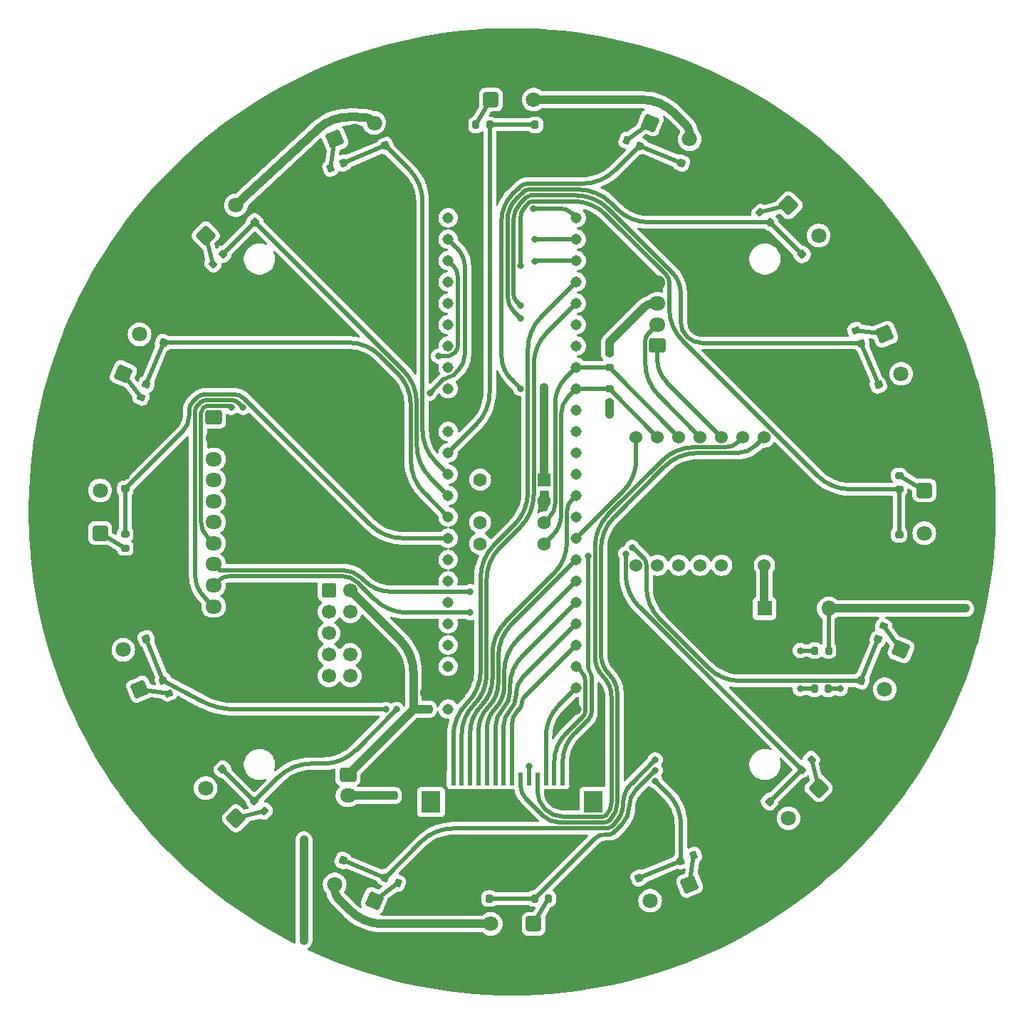
<source format=gbr>
%TF.GenerationSoftware,KiCad,Pcbnew,8.0.1*%
%TF.CreationDate,2024-07-22T15:22:36+09:00*%
%TF.ProjectId,Main-20240325,4d61696e-2d32-4303-9234-303332352e6b,rev?*%
%TF.SameCoordinates,Original*%
%TF.FileFunction,Copper,L2,Bot*%
%TF.FilePolarity,Positive*%
%FSLAX46Y46*%
G04 Gerber Fmt 4.6, Leading zero omitted, Abs format (unit mm)*
G04 Created by KiCad (PCBNEW 8.0.1) date 2024-07-22 15:22:36*
%MOMM*%
%LPD*%
G01*
G04 APERTURE LIST*
G04 Aperture macros list*
%AMRoundRect*
0 Rectangle with rounded corners*
0 $1 Rounding radius*
0 $2 $3 $4 $5 $6 $7 $8 $9 X,Y pos of 4 corners*
0 Add a 4 corners polygon primitive as box body*
4,1,4,$2,$3,$4,$5,$6,$7,$8,$9,$2,$3,0*
0 Add four circle primitives for the rounded corners*
1,1,$1+$1,$2,$3*
1,1,$1+$1,$4,$5*
1,1,$1+$1,$6,$7*
1,1,$1+$1,$8,$9*
0 Add four rect primitives between the rounded corners*
20,1,$1+$1,$2,$3,$4,$5,0*
20,1,$1+$1,$4,$5,$6,$7,0*
20,1,$1+$1,$6,$7,$8,$9,0*
20,1,$1+$1,$8,$9,$2,$3,0*%
G04 Aperture macros list end*
%TA.AperFunction,ComponentPad*%
%ADD10C,1.524000*%
%TD*%
%TA.AperFunction,ComponentPad*%
%ADD11R,1.800000X1.800000*%
%TD*%
%TA.AperFunction,ComponentPad*%
%ADD12O,1.800000X1.800000*%
%TD*%
%TA.AperFunction,ComponentPad*%
%ADD13RoundRect,0.250000X-0.600000X-0.600000X0.600000X-0.600000X0.600000X0.600000X-0.600000X0.600000X0*%
%TD*%
%TA.AperFunction,ComponentPad*%
%ADD14C,1.700000*%
%TD*%
%TA.AperFunction,ComponentPad*%
%ADD15C,1.308000*%
%TD*%
%TA.AperFunction,ComponentPad*%
%ADD16RoundRect,0.250200X0.649800X0.649800X-0.649800X0.649800X-0.649800X-0.649800X0.649800X-0.649800X0*%
%TD*%
%TA.AperFunction,ComponentPad*%
%ADD17C,1.800000*%
%TD*%
%TA.AperFunction,ComponentPad*%
%ADD18RoundRect,0.250200X-0.351669X0.849005X-0.849005X-0.351669X0.351669X-0.849005X0.849005X0.351669X0*%
%TD*%
%TA.AperFunction,SMDPad,CuDef*%
%ADD19RoundRect,0.225000X0.017678X-0.335876X0.335876X-0.017678X-0.017678X0.335876X-0.335876X0.017678X0*%
%TD*%
%TA.AperFunction,ComponentPad*%
%ADD20RoundRect,0.250000X-0.725000X0.600000X-0.725000X-0.600000X0.725000X-0.600000X0.725000X0.600000X0*%
%TD*%
%TA.AperFunction,ComponentPad*%
%ADD21O,1.950000X1.700000*%
%TD*%
%TA.AperFunction,SMDPad,CuDef*%
%ADD22RoundRect,0.225000X-0.112202X-0.317074X0.303544X-0.144866X0.112202X0.317074X-0.303544X0.144866X0*%
%TD*%
%TA.AperFunction,SMDPad,CuDef*%
%ADD23RoundRect,0.200000X0.335876X0.053033X0.053033X0.335876X-0.335876X-0.053033X-0.053033X-0.335876X0*%
%TD*%
%TA.AperFunction,SMDPad,CuDef*%
%ADD24RoundRect,0.225000X0.225000X0.250000X-0.225000X0.250000X-0.225000X-0.250000X0.225000X-0.250000X0*%
%TD*%
%TA.AperFunction,SMDPad,CuDef*%
%ADD25RoundRect,0.200000X-0.079538X-0.330604X0.290014X-0.177530X0.079538X0.330604X-0.290014X0.177530X0*%
%TD*%
%TA.AperFunction,SMDPad,CuDef*%
%ADD26RoundRect,0.200000X0.200000X0.275000X-0.200000X0.275000X-0.200000X-0.275000X0.200000X-0.275000X0*%
%TD*%
%TA.AperFunction,SMDPad,CuDef*%
%ADD27RoundRect,0.200000X-0.177530X0.290014X-0.330604X-0.079538X0.177530X-0.290014X0.330604X0.079538X0*%
%TD*%
%TA.AperFunction,SMDPad,CuDef*%
%ADD28RoundRect,0.200000X-0.330604X0.079538X-0.177530X-0.290014X0.330604X-0.079538X0.177530X0.290014X0*%
%TD*%
%TA.AperFunction,SMDPad,CuDef*%
%ADD29RoundRect,0.225000X-0.335876X-0.017678X-0.017678X-0.335876X0.335876X0.017678X0.017678X0.335876X0*%
%TD*%
%TA.AperFunction,SMDPad,CuDef*%
%ADD30RoundRect,0.225000X-0.225000X-0.250000X0.225000X-0.250000X0.225000X0.250000X-0.225000X0.250000X0*%
%TD*%
%TA.AperFunction,SMDPad,CuDef*%
%ADD31RoundRect,0.200000X0.275000X-0.200000X0.275000X0.200000X-0.275000X0.200000X-0.275000X-0.200000X0*%
%TD*%
%TA.AperFunction,ComponentPad*%
%ADD32RoundRect,0.250000X0.725000X-0.600000X0.725000X0.600000X-0.725000X0.600000X-0.725000X-0.600000X0*%
%TD*%
%TA.AperFunction,ComponentPad*%
%ADD33RoundRect,0.250200X0.849005X0.351669X-0.351669X0.849005X-0.849005X-0.351669X0.351669X-0.849005X0*%
%TD*%
%TA.AperFunction,SMDPad,CuDef*%
%ADD34RoundRect,0.200000X-0.275000X0.200000X-0.275000X-0.200000X0.275000X-0.200000X0.275000X0.200000X0*%
%TD*%
%TA.AperFunction,SMDPad,CuDef*%
%ADD35RoundRect,0.200000X-0.335876X-0.053033X-0.053033X-0.335876X0.335876X0.053033X0.053033X0.335876X0*%
%TD*%
%TA.AperFunction,ComponentPad*%
%ADD36RoundRect,0.250200X-0.849005X0.351669X-0.351669X-0.849005X0.849005X-0.351669X0.351669X0.849005X0*%
%TD*%
%TA.AperFunction,ComponentPad*%
%ADD37RoundRect,0.250200X-0.849005X-0.351669X0.351669X-0.849005X0.849005X0.351669X-0.351669X0.849005X0*%
%TD*%
%TA.AperFunction,ComponentPad*%
%ADD38R,1.600000X1.600000*%
%TD*%
%TA.AperFunction,ComponentPad*%
%ADD39C,1.600000*%
%TD*%
%TA.AperFunction,SMDPad,CuDef*%
%ADD40RoundRect,0.200000X-0.053033X0.335876X-0.335876X0.053033X0.053033X-0.335876X0.335876X-0.053033X0*%
%TD*%
%TA.AperFunction,SMDPad,CuDef*%
%ADD41RoundRect,0.225000X0.317074X-0.112202X0.144866X0.303544X-0.317074X0.112202X-0.144866X-0.303544X0*%
%TD*%
%TA.AperFunction,SMDPad,CuDef*%
%ADD42RoundRect,0.225000X0.144866X-0.303544X0.317074X0.112202X-0.144866X0.303544X-0.317074X-0.112202X0*%
%TD*%
%TA.AperFunction,SMDPad,CuDef*%
%ADD43RoundRect,0.225000X0.303544X0.144866X-0.112202X0.317074X-0.303544X-0.144866X0.112202X-0.317074X0*%
%TD*%
%TA.AperFunction,SMDPad,CuDef*%
%ADD44RoundRect,0.225000X0.335876X0.017678X0.017678X0.335876X-0.335876X-0.017678X-0.017678X-0.335876X0*%
%TD*%
%TA.AperFunction,SMDPad,CuDef*%
%ADD45RoundRect,0.250000X0.475000X-0.250000X0.475000X0.250000X-0.475000X0.250000X-0.475000X-0.250000X0*%
%TD*%
%TA.AperFunction,ComponentPad*%
%ADD46RoundRect,0.250200X-0.649800X-0.649800X0.649800X-0.649800X0.649800X0.649800X-0.649800X0.649800X0*%
%TD*%
%TA.AperFunction,SMDPad,CuDef*%
%ADD47RoundRect,0.225000X0.112202X0.317074X-0.303544X0.144866X-0.112202X-0.317074X0.303544X-0.144866X0*%
%TD*%
%TA.AperFunction,SMDPad,CuDef*%
%ADD48R,0.600000X1.500000*%
%TD*%
%TA.AperFunction,SMDPad,CuDef*%
%ADD49R,2.300000X2.600000*%
%TD*%
%TA.AperFunction,SMDPad,CuDef*%
%ADD50RoundRect,0.200000X-0.290014X-0.177530X0.079538X-0.330604X0.290014X0.177530X-0.079538X0.330604X0*%
%TD*%
%TA.AperFunction,SMDPad,CuDef*%
%ADD51RoundRect,0.225000X-0.303544X-0.144866X0.112202X-0.317074X0.303544X0.144866X-0.112202X0.317074X0*%
%TD*%
%TA.AperFunction,ComponentPad*%
%ADD52RoundRect,0.250200X-0.918956X0.000000X0.000000X-0.918956X0.918956X0.000000X0.000000X0.918956X0*%
%TD*%
%TA.AperFunction,SMDPad,CuDef*%
%ADD53RoundRect,0.200000X0.330604X-0.079538X0.177530X0.290014X-0.330604X0.079538X-0.177530X-0.290014X0*%
%TD*%
%TA.AperFunction,ComponentPad*%
%ADD54RoundRect,0.250200X0.351669X-0.849005X0.849005X0.351669X-0.351669X0.849005X-0.849005X-0.351669X0*%
%TD*%
%TA.AperFunction,SMDPad,CuDef*%
%ADD55RoundRect,0.200000X-0.200000X-0.275000X0.200000X-0.275000X0.200000X0.275000X-0.200000X0.275000X0*%
%TD*%
%TA.AperFunction,SMDPad,CuDef*%
%ADD56RoundRect,0.200000X0.079538X0.330604X-0.290014X0.177530X-0.079538X-0.330604X0.290014X-0.177530X0*%
%TD*%
%TA.AperFunction,ComponentPad*%
%ADD57RoundRect,0.250200X0.351669X0.849005X-0.849005X0.351669X-0.351669X-0.849005X0.849005X-0.351669X0*%
%TD*%
%TA.AperFunction,SMDPad,CuDef*%
%ADD58RoundRect,0.225000X-0.144866X0.303544X-0.317074X-0.112202X0.144866X-0.303544X0.317074X0.112202X0*%
%TD*%
%TA.AperFunction,ComponentPad*%
%ADD59RoundRect,0.250200X0.918956X0.000000X0.000000X0.918956X-0.918956X0.000000X0.000000X-0.918956X0*%
%TD*%
%TA.AperFunction,SMDPad,CuDef*%
%ADD60RoundRect,0.225000X-0.017678X0.335876X-0.335876X0.017678X0.017678X-0.335876X0.335876X-0.017678X0*%
%TD*%
%TA.AperFunction,SMDPad,CuDef*%
%ADD61RoundRect,0.225000X-0.317074X0.112202X-0.144866X-0.303544X0.317074X-0.112202X0.144866X0.303544X0*%
%TD*%
%TA.AperFunction,SMDPad,CuDef*%
%ADD62RoundRect,0.225000X-0.250000X0.225000X-0.250000X-0.225000X0.250000X-0.225000X0.250000X0.225000X0*%
%TD*%
%TA.AperFunction,ComponentPad*%
%ADD63RoundRect,0.250200X0.649800X-0.649800X0.649800X0.649800X-0.649800X0.649800X-0.649800X-0.649800X0*%
%TD*%
%TA.AperFunction,ComponentPad*%
%ADD64RoundRect,0.250200X0.849005X-0.351669X0.351669X0.849005X-0.849005X0.351669X-0.351669X-0.849005X0*%
%TD*%
%TA.AperFunction,ComponentPad*%
%ADD65RoundRect,0.250200X-0.649800X0.649800X-0.649800X-0.649800X0.649800X-0.649800X0.649800X0.649800X0*%
%TD*%
%TA.AperFunction,SMDPad,CuDef*%
%ADD66RoundRect,0.225000X0.250000X-0.225000X0.250000X0.225000X-0.250000X0.225000X-0.250000X-0.225000X0*%
%TD*%
%TA.AperFunction,ComponentPad*%
%ADD67RoundRect,0.250200X-0.351669X-0.849005X0.849005X-0.351669X0.351669X0.849005X-0.849005X0.351669X0*%
%TD*%
%TA.AperFunction,ComponentPad*%
%ADD68RoundRect,0.250200X0.000000X-0.918956X0.918956X0.000000X0.000000X0.918956X-0.918956X0.000000X0*%
%TD*%
%TA.AperFunction,ComponentPad*%
%ADD69RoundRect,0.250200X0.000000X0.918956X-0.918956X0.000000X0.000000X-0.918956X0.918956X0.000000X0*%
%TD*%
%TA.AperFunction,SMDPad,CuDef*%
%ADD70RoundRect,0.200000X0.290014X0.177530X-0.079538X0.330604X-0.290014X-0.177530X0.079538X-0.330604X0*%
%TD*%
%TA.AperFunction,SMDPad,CuDef*%
%ADD71RoundRect,0.200000X0.177530X-0.290014X0.330604X0.079538X-0.177530X0.290014X-0.330604X-0.079538X0*%
%TD*%
%TA.AperFunction,SMDPad,CuDef*%
%ADD72RoundRect,0.200000X0.053033X-0.335876X0.335876X-0.053033X-0.053033X0.335876X-0.335876X0.053033X0*%
%TD*%
%TA.AperFunction,ViaPad*%
%ADD73C,0.800000*%
%TD*%
%TA.AperFunction,Conductor*%
%ADD74C,1.000000*%
%TD*%
%TA.AperFunction,Conductor*%
%ADD75C,0.500000*%
%TD*%
G04 APERTURE END LIST*
D10*
%TO.P,U2,1,A0_D0*%
%TO.N,ball01k*%
X29990000Y8890000D03*
%TO.P,U2,2,A1_D1*%
%TO.N,ball02k*%
X27450000Y8890000D03*
%TO.P,U2,3,A2_D2*%
%TO.N,PH-D*%
X24910000Y8890000D03*
%TO.P,U2,4,A3_D3*%
%TO.N,EN-D*%
X22370000Y8890000D03*
%TO.P,U2,5,SDA_D4*%
%TO.N,SDA*%
X19830000Y8890000D03*
%TO.P,U2,6,SCL_D5*%
%TO.N,SCL*%
X17290000Y8890000D03*
%TO.P,U2,7,TX_D6*%
%TO.N,Main-RX2*%
X14750000Y8890000D03*
%TO.P,U2,8,RX_D7*%
%TO.N,Main-TX2*%
X14750000Y-6350000D03*
%TO.P,U2,9,SCK_D8*%
%TO.N,Net-(U2-SCK_D8)*%
X17290000Y-6350000D03*
%TO.P,U2,10,MISO_D9*%
%TO.N,unconnected-(U2-MISO_D9-Pad10)*%
X19830000Y-6350000D03*
%TO.P,U2,11,MOSI_D10*%
%TO.N,NeoPixel_PWM*%
X22370000Y-6350000D03*
%TO.P,U2,12,3V3*%
%TO.N,unconnected-(U2-3V3-Pad12)*%
X24910000Y-6350000D03*
%TO.P,U2,13,GND*%
%TO.N,GND*%
X27450000Y-6350000D03*
%TO.P,U2,14,5V*%
%TO.N,Net-(D19-K)*%
X29990000Y-6350000D03*
%TD*%
D11*
%TO.P,D19,1,K*%
%TO.N,Net-(D19-K)*%
X30000000Y-11500000D03*
D12*
%TO.P,D19,2,A*%
%TO.N,+5V*%
X37620000Y-11500000D03*
%TD*%
D13*
%TO.P,J4,1,Pin_1*%
%TO.N,Cam-MISO_RX*%
X-21790000Y-9340000D03*
D14*
%TO.P,J4,2,Pin_2*%
%TO.N,+5V*%
X-19250000Y-9340000D03*
%TO.P,J4,3,Pin_3*%
%TO.N,Net-(J4-Pin_3)*%
X-21790000Y-11880000D03*
%TO.P,J4,4,Pin_4*%
%TO.N,Cam-MOSI_TX*%
X-19250000Y-11880000D03*
%TO.P,J4,5,Pin_5*%
%TO.N,unconnected-(J4-Pin_5-Pad5)*%
X-21790000Y-14420000D03*
%TO.P,J4,6,Pin_6*%
%TO.N,GND*%
X-19250000Y-14420000D03*
%TO.P,J4,7,Pin_7*%
%TO.N,Net-(J4-Pin_7)*%
X-21790000Y-16960000D03*
%TO.P,J4,8,Pin_8*%
%TO.N,unconnected-(J4-Pin_8-Pad8)*%
X-19250000Y-16960000D03*
%TO.P,J4,9,Pin_9*%
%TO.N,unconnected-(J4-Pin_9-Pad9)*%
X-21790000Y-19500000D03*
%TO.P,J4,10,Pin_10*%
%TO.N,unconnected-(J4-Pin_10-Pad10)*%
X-19250000Y-19500000D03*
%TD*%
D15*
%TO.P,U1,0,RX1*%
%TO.N,Line-TX*%
X7620000Y-20920000D03*
%TO.P,U1,1,TX1*%
%TO.N,Line-RX*%
X7620000Y-18380000D03*
%TO.P,U1,2,OUT2*%
%TO.N,PH-4*%
X7620000Y-15840000D03*
%TO.P,U1,3,LRCLK2*%
%TO.N,EN-4*%
X7620000Y-13300000D03*
%TO.P,U1,3.3V_1,3.3V*%
%TO.N,unconnected-(U1-3.3V-Pad3.3V_1)*%
X7620000Y12100000D03*
%TO.P,U1,3.3V_2,3.3V*%
%TO.N,unconnected-(U1-3.3V-Pad3.3V_1)_0*%
X-7620000Y-18380000D03*
%TO.P,U1,4,BCLK2*%
%TO.N,PH-3*%
X7620000Y-10760000D03*
%TO.P,U1,5,IN2*%
%TO.N,EN-3*%
X7620000Y-8220000D03*
%TO.P,U1,6,OUT1D*%
%TO.N,PH-2*%
X7620000Y-5680000D03*
%TO.P,U1,7,RX2*%
%TO.N,Main-RX2*%
X7620000Y-3140000D03*
%TO.P,U1,8,TX2*%
%TO.N,Main-TX2*%
X7620000Y-600000D03*
%TO.P,U1,9,OUT1C*%
%TO.N,EN-2*%
X7620000Y1940000D03*
%TO.P,U1,10,CS1*%
%TO.N,Cam_SS*%
X7620000Y4480000D03*
%TO.P,U1,11,MOSI*%
%TO.N,MOSI*%
X7620000Y7020000D03*
%TO.P,U1,12,MISO*%
%TO.N,MISO*%
X7620000Y9560000D03*
%TO.P,U1,13,SCK*%
%TO.N,SCK*%
X-7620000Y9560000D03*
%TO.P,U1,14,A0*%
%TO.N,ball01*%
X-7620000Y7020000D03*
%TO.P,U1,15,A1*%
%TO.N,ball02*%
X-7620000Y4480000D03*
%TO.P,U1,16,A2*%
%TO.N,ball03*%
X-7620000Y1940000D03*
%TO.P,U1,17,A3*%
%TO.N,ball04*%
X-7620000Y-600000D03*
%TO.P,U1,18,A4*%
%TO.N,ball05*%
X-7620000Y-3140000D03*
%TO.P,U1,19,A5*%
%TO.N,ball06*%
X-7620000Y-5680000D03*
%TO.P,U1,20,A6*%
%TO.N,ball07*%
X-7620000Y-8220000D03*
%TO.P,U1,21,A7*%
%TO.N,ball08*%
X-7620000Y-10760000D03*
%TO.P,U1,22,A8*%
%TO.N,ball09*%
X-7620000Y-13300000D03*
%TO.P,U1,23,A9*%
%TO.N,ball10*%
X-7620000Y-15840000D03*
%TO.P,U1,24,A10*%
%TO.N,SCL*%
X7620000Y14640000D03*
%TO.P,U1,25,A11*%
%TO.N,SDA*%
X7620000Y17180000D03*
%TO.P,U1,26,A12*%
%TO.N,ball11*%
X7620000Y19720000D03*
%TO.P,U1,27,A13*%
%TO.N,ball12*%
X7620000Y22260000D03*
%TO.P,U1,28,RX7*%
%TO.N,PH-1*%
X7620000Y24800000D03*
%TO.P,U1,29,TX7*%
%TO.N,EN-1*%
X7620000Y27340000D03*
%TO.P,U1,30,CRX3*%
%TO.N,SW-TAC-4*%
X7620000Y29880000D03*
%TO.P,U1,31,CTX3*%
%TO.N,SW-TAC-3*%
X7620000Y32420000D03*
%TO.P,U1,32,OUT1B*%
%TO.N,KickerSignal*%
X7620000Y34960000D03*
%TO.P,U1,33,MCLK2*%
%TO.N,BUZZER*%
X-7620000Y34960000D03*
%TO.P,U1,34,RX8*%
%TO.N,Cam-TX*%
X-7620000Y32420000D03*
%TO.P,U1,35,TX8*%
%TO.N,Cam-RX*%
X-7620000Y29880000D03*
%TO.P,U1,36,CS2*%
%TO.N,SW-TAC-1*%
X-7620000Y27340000D03*
%TO.P,U1,37,CS3*%
%TO.N,SW-TAC-2*%
X-7620000Y24800000D03*
%TO.P,U1,38,A14*%
%TO.N,ball13*%
X-7620000Y22260000D03*
%TO.P,U1,39,A15*%
%TO.N,ball14*%
X-7620000Y19720000D03*
%TO.P,U1,40,A16*%
%TO.N,ball15*%
X-7620000Y17180000D03*
%TO.P,U1,41,A17*%
%TO.N,ball16*%
X-7620000Y14640000D03*
%TO.P,U1,GND1,GND*%
%TO.N,GND*%
X7620000Y-23460000D03*
%TO.P,U1,GND2,GND*%
X-7620000Y12100000D03*
%TO.P,U1,GND3,GND*%
X-7620000Y-20920000D03*
%TO.P,U1,VIN,VIN*%
%TO.N,+5V*%
X-7620000Y-23460000D03*
%TD*%
D16*
%TO.P,U12,1,OUT*%
%TO.N,Net-(U12-OUT)*%
X2540000Y-49000000D03*
D17*
%TO.P,U12,2,GND*%
%TO.N,GND*%
X0Y-49000000D03*
%TO.P,U12,3,Vs*%
%TO.N,+3.3V*%
X-2540000Y-49000000D03*
%TD*%
D18*
%TO.P,U15,1,OUT*%
%TO.N,Net-(U15-OUT)*%
X46242113Y-16404834D03*
D17*
%TO.P,U15,2,GND*%
%TO.N,GND*%
X45270097Y-18751488D03*
%TO.P,U15,3,Vs*%
%TO.N,+3.3V*%
X44298081Y-21098142D03*
%TD*%
D19*
%TO.P,C5,1*%
%TO.N,ball03*%
X-30600045Y34453777D03*
%TO.P,C5,2*%
%TO.N,GND*%
X-29504029Y35549793D03*
%TD*%
D20*
%TO.P,J2,1,Pin_1*%
%TO.N,+5V*%
X-19525000Y-31250000D03*
D21*
%TO.P,J2,2,Pin_2*%
%TO.N,+3.3V*%
X-19525000Y-33750000D03*
%TO.P,J2,3,Pin_3*%
%TO.N,GND*%
X-19525000Y-36250000D03*
%TD*%
D22*
%TO.P,C4,1*%
%TO.N,ball02*%
X-15085866Y43541270D03*
%TO.P,C4,2*%
%TO.N,GND*%
X-13653852Y44134430D03*
%TD*%
D23*
%TO.P,R12,1*%
%TO.N,Net-(U10-OUT)*%
X-29468674Y-35585148D03*
%TO.P,R12,2*%
%TO.N,ball07*%
X-30635400Y-34418422D03*
%TD*%
D24*
%TO.P,C11,1*%
%TO.N,ball09*%
X-2725000Y-46000000D03*
%TO.P,C11,2*%
%TO.N,GND*%
X-4275000Y-46000000D03*
%TD*%
D25*
%TO.P,R7,1*%
%TO.N,Net-(U5-OUT)*%
X-21599216Y40843352D03*
%TO.P,R7,2*%
%TO.N,ball02*%
X-20074814Y41474780D03*
%TD*%
D26*
%TO.P,R2,1*%
%TO.N,+3.3V*%
X37575000Y-21050000D03*
%TO.P,R2,2*%
%TO.N,Net-(D2-A)*%
X35925000Y-21050000D03*
%TD*%
D27*
%TO.P,R17,1*%
%TO.N,Net-(U15-OUT)*%
X44153564Y-13607658D03*
%TO.P,R17,2*%
%TO.N,ball12*%
X43522136Y-15132060D03*
%TD*%
D26*
%TO.P,R1,1*%
%TO.N,+5V*%
X37620000Y-16500000D03*
%TO.P,R1,2*%
%TO.N,Net-(D1-A)*%
X35970000Y-16500000D03*
%TD*%
D28*
%TO.P,R19,1*%
%TO.N,Net-(U17-OUT)*%
X40843352Y21599216D03*
%TO.P,R19,2*%
%TO.N,ball14*%
X41474780Y20074814D03*
%TD*%
D29*
%TO.P,C17,1*%
%TO.N,ball15*%
X34453777Y30600045D03*
%TO.P,C17,2*%
%TO.N,GND*%
X35549793Y29504029D03*
%TD*%
D30*
%TO.P,C3,1*%
%TO.N,ball01*%
X2725000Y46000000D03*
%TO.P,C3,2*%
%TO.N,GND*%
X4275000Y46000000D03*
%TD*%
D31*
%TO.P,R4,1*%
%TO.N,+3.3V*%
X11560000Y13000000D03*
%TO.P,R4,2*%
%TO.N,SCL*%
X11560000Y14650000D03*
%TD*%
D32*
%TO.P,J5,1,Pin_1*%
%TO.N,PH-D*%
X17250000Y19750000D03*
D21*
%TO.P,J5,2,Pin_2*%
%TO.N,EN-D*%
X17250000Y22250000D03*
%TO.P,J5,3,Pin_3*%
%TO.N,+3.3V*%
X17250000Y24750000D03*
%TO.P,J5,4,Pin_4*%
%TO.N,GND*%
X17250000Y27250000D03*
%TD*%
D33*
%TO.P,U11,1,OUT*%
%TO.N,Net-(U11-OUT)*%
X-16404834Y-46242113D03*
D17*
%TO.P,U11,2,GND*%
%TO.N,GND*%
X-18751488Y-45270097D03*
%TO.P,U11,3,Vs*%
%TO.N,+3.3V*%
X-21098142Y-44298081D03*
%TD*%
D34*
%TO.P,R3,1*%
%TO.N,+3.3V*%
X11560000Y18825000D03*
%TO.P,R3,2*%
%TO.N,SDA*%
X11560000Y17175000D03*
%TD*%
D35*
%TO.P,R20,1*%
%TO.N,Net-(U18-OUT)*%
X29468674Y35585148D03*
%TO.P,R20,2*%
%TO.N,ball15*%
X30635400Y34418422D03*
%TD*%
D36*
%TO.P,U17,1,OUT*%
%TO.N,Net-(U17-OUT)*%
X44298081Y21098142D03*
D17*
%TO.P,U17,2,GND*%
%TO.N,GND*%
X45270097Y18751488D03*
%TO.P,U17,3,Vs*%
%TO.N,+3.3V*%
X46242113Y16404834D03*
%TD*%
D37*
%TO.P,U19,1,OUT*%
%TO.N,Net-(U19-OUT)*%
X16404834Y46242113D03*
D17*
%TO.P,U19,2,GND*%
%TO.N,GND*%
X18751488Y45270097D03*
%TO.P,U19,3,Vs*%
%TO.N,+3.3V*%
X21098142Y44298081D03*
%TD*%
D38*
%TO.P,U3,1,VIN*%
%TO.N,+3.3V*%
X3810000Y3810000D03*
D39*
%TO.P,U3,2,GND*%
%TO.N,GND*%
X3810000Y1270000D03*
%TO.P,U3,3,SDA/T*%
%TO.N,SDA*%
X3810000Y-1270000D03*
%TO.P,U3,4,SCL/R*%
%TO.N,SCL*%
X3810000Y-3810000D03*
%TO.P,U3,5,RESET*%
%TO.N,unconnected-(U3-RESET-Pad5)*%
X-3810000Y-3810000D03*
%TO.P,U3,6,INT*%
%TO.N,unconnected-(U3-INT-Pad6)*%
X-3810000Y-1270000D03*
%TO.P,U3,7,GND*%
%TO.N,GND*%
X-3810000Y1270000D03*
%TO.P,U3,8,VOUT*%
%TO.N,unconnected-(U3-VOUT-Pad8)*%
X-3810000Y3810000D03*
%TD*%
D40*
%TO.P,R16,1*%
%TO.N,Net-(U14-OUT)*%
X35585148Y-29468674D03*
%TO.P,R16,2*%
%TO.N,ball11*%
X34418422Y-30635400D03*
%TD*%
D41*
%TO.P,C8,1*%
%TO.N,ball06*%
X-43541270Y-15085866D03*
%TO.P,C8,2*%
%TO.N,GND*%
X-44134430Y-13653852D03*
%TD*%
D20*
%TO.P,J1,1,Pin_1*%
%TO.N,+3.3V*%
X-35500000Y11250000D03*
D21*
%TO.P,J1,2,Pin_2*%
%TO.N,GND*%
X-35500000Y8750000D03*
%TO.P,J1,3,Pin_3*%
%TO.N,SW-TAC-1*%
X-35500000Y6250000D03*
%TO.P,J1,4,Pin_4*%
%TO.N,SW-TAC-2*%
X-35500000Y3750000D03*
%TO.P,J1,5,Pin_5*%
%TO.N,SW-TAC-3*%
X-35500000Y1250000D03*
%TO.P,J1,6,Pin_6*%
%TO.N,SW-TAC-4*%
X-35500000Y-1250000D03*
%TO.P,J1,7,Pin_7*%
%TO.N,KickerSignal*%
X-35500000Y-3750000D03*
%TO.P,J1,8,Pin_8*%
%TO.N,SDA*%
X-35500000Y-6250000D03*
%TO.P,J1,9,Pin_9*%
%TO.N,SCL*%
X-35500000Y-8750000D03*
%TO.P,J1,10,Pin_10*%
%TO.N,BUZZER*%
X-35500000Y-11250000D03*
%TD*%
D42*
%TO.P,C6,1*%
%TO.N,ball04*%
X-41455646Y20121008D03*
%TO.P,C6,2*%
%TO.N,GND*%
X-40862486Y21553022D03*
%TD*%
D43*
%TO.P,C10,1*%
%TO.N,ball08*%
X-20121008Y-41455646D03*
%TO.P,C10,2*%
%TO.N,GND*%
X-21553022Y-40862486D03*
%TD*%
D44*
%TO.P,C9,1*%
%TO.N,ball07*%
X-34453777Y-30600045D03*
%TO.P,C9,2*%
%TO.N,GND*%
X-35549793Y-29504029D03*
%TD*%
D45*
%TO.P,C1,1*%
%TO.N,+5V*%
X-10200000Y-23460000D03*
%TO.P,C1,2*%
%TO.N,GND*%
X-10200000Y-21560000D03*
%TD*%
D46*
%TO.P,U4,1,OUT*%
%TO.N,Net-(U4-OUT)*%
X-2540000Y49000000D03*
D17*
%TO.P,U4,2,GND*%
%TO.N,GND*%
X0Y49000000D03*
%TO.P,U4,3,Vs*%
%TO.N,+3.3V*%
X2540000Y49000000D03*
%TD*%
D47*
%TO.P,C12,1*%
%TO.N,ball10*%
X15085866Y-43541270D03*
%TO.P,C12,2*%
%TO.N,GND*%
X13653852Y-44134430D03*
%TD*%
D48*
%TO.P,J3,1,Pin_1*%
%TO.N,GND*%
X7000000Y-31750000D03*
%TO.P,J3,2,Pin_2*%
%TO.N,+3.3V*%
X6000000Y-31750000D03*
%TO.P,J3,3,Pin_3*%
%TO.N,Line-RX*%
X5000000Y-31750000D03*
%TO.P,J3,4,Pin_4*%
%TO.N,Line-TX*%
X4000000Y-31750000D03*
%TO.P,J3,5,Pin_5*%
%TO.N,ball02k*%
X3000000Y-31750000D03*
%TO.P,J3,6,Pin_6*%
%TO.N,KickerSignal*%
X2000000Y-31750000D03*
%TO.P,J3,7,Pin_7*%
%TO.N,ball01k*%
X1000000Y-31750000D03*
%TO.P,J3,8,Pin_8*%
%TO.N,PH-4*%
X0Y-31750000D03*
%TO.P,J3,9,Pin_9*%
%TO.N,EN-4*%
X-1000000Y-31750000D03*
%TO.P,J3,10,Pin_10*%
%TO.N,PH-3*%
X-2000000Y-31750000D03*
%TO.P,J3,11,Pin_11*%
%TO.N,EN-3*%
X-3000000Y-31750000D03*
%TO.P,J3,12,Pin_12*%
%TO.N,PH-2*%
X-4000000Y-31750000D03*
%TO.P,J3,13,Pin_13*%
%TO.N,EN-2*%
X-5000000Y-31750000D03*
%TO.P,J3,14,Pin_14*%
%TO.N,PH-1*%
X-6000000Y-31750000D03*
%TO.P,J3,15,Pin_15*%
%TO.N,EN-1*%
X-7000000Y-31750000D03*
D49*
%TO.P,J3,MP*%
%TO.N,N/C*%
X9650000Y-34500000D03*
X-9650000Y-34500000D03*
%TD*%
D50*
%TO.P,R21,1*%
%TO.N,Net-(U19-OUT)*%
X13607658Y44153564D03*
%TO.P,R21,2*%
%TO.N,ball16*%
X15132060Y43522136D03*
%TD*%
D51*
%TO.P,C18,1*%
%TO.N,ball16*%
X20121008Y41455646D03*
%TO.P,C18,2*%
%TO.N,GND*%
X21553022Y40862486D03*
%TD*%
D52*
%TO.P,U18,1,OUT*%
%TO.N,Net-(U18-OUT)*%
X32852181Y36444283D03*
D17*
%TO.P,U18,2,GND*%
%TO.N,GND*%
X34648232Y34648232D03*
%TO.P,U18,3,Vs*%
%TO.N,+3.3V*%
X36444283Y32852181D03*
%TD*%
D53*
%TO.P,R11,1*%
%TO.N,Net-(U9-OUT)*%
X-40843352Y-21599216D03*
%TO.P,R11,2*%
%TO.N,ball06*%
X-41474780Y-20074814D03*
%TD*%
D54*
%TO.P,U7,1,OUT*%
%TO.N,Net-(U7-OUT)*%
X-46242113Y16404834D03*
D17*
%TO.P,U7,2,GND*%
%TO.N,GND*%
X-45270097Y18751488D03*
%TO.P,U7,3,Vs*%
%TO.N,+3.3V*%
X-44298081Y21098142D03*
%TD*%
D55*
%TO.P,R6,1*%
%TO.N,Net-(U4-OUT)*%
X-4325000Y46000000D03*
%TO.P,R6,2*%
%TO.N,ball01*%
X-2675000Y46000000D03*
%TD*%
D56*
%TO.P,R15,1*%
%TO.N,Net-(U13-OUT)*%
X21599216Y-40843352D03*
%TO.P,R15,2*%
%TO.N,ball10*%
X20074814Y-41474780D03*
%TD*%
D57*
%TO.P,U13,1,OUT*%
%TO.N,Net-(U13-OUT)*%
X21098142Y-44298081D03*
D17*
%TO.P,U13,2,GND*%
%TO.N,GND*%
X18751488Y-45270097D03*
%TO.P,U13,3,Vs*%
%TO.N,+3.3V*%
X16404834Y-46242113D03*
%TD*%
D34*
%TO.P,R18,1*%
%TO.N,Net-(U16-OUT)*%
X46000000Y4325000D03*
%TO.P,R18,2*%
%TO.N,ball13*%
X46000000Y2675000D03*
%TD*%
D58*
%TO.P,C14,1*%
%TO.N,ball12*%
X41455646Y-20121008D03*
%TO.P,C14,2*%
%TO.N,GND*%
X40862486Y-21553022D03*
%TD*%
D59*
%TO.P,U10,1,OUT*%
%TO.N,Net-(U10-OUT)*%
X-32852181Y-36444283D03*
D17*
%TO.P,U10,2,GND*%
%TO.N,GND*%
X-34648232Y-34648232D03*
%TO.P,U10,3,Vs*%
%TO.N,+3.3V*%
X-36444283Y-32852181D03*
%TD*%
D26*
%TO.P,R14,1*%
%TO.N,Net-(U12-OUT)*%
X4325000Y-46000000D03*
%TO.P,R14,2*%
%TO.N,ball09*%
X2675000Y-46000000D03*
%TD*%
D60*
%TO.P,C13,1*%
%TO.N,ball11*%
X30600045Y-34453777D03*
%TO.P,C13,2*%
%TO.N,GND*%
X29504029Y-35549793D03*
%TD*%
D61*
%TO.P,C16,1*%
%TO.N,ball14*%
X43541270Y15085866D03*
%TO.P,C16,2*%
%TO.N,GND*%
X44134430Y13653852D03*
%TD*%
D62*
%TO.P,C15,1*%
%TO.N,ball13*%
X46000000Y-2725000D03*
%TO.P,C15,2*%
%TO.N,GND*%
X46000000Y-4275000D03*
%TD*%
D45*
%TO.P,C2,1*%
%TO.N,+3.3V*%
X-14350000Y-33750000D03*
%TO.P,C2,2*%
%TO.N,GND*%
X-14350000Y-31850000D03*
%TD*%
D63*
%TO.P,U8,1,OUT*%
%TO.N,Net-(U8-OUT)*%
X-49000000Y-2540000D03*
D17*
%TO.P,U8,2,GND*%
%TO.N,GND*%
X-49000000Y0D03*
%TO.P,U8,3,Vs*%
%TO.N,+3.3V*%
X-49000000Y2540000D03*
%TD*%
D64*
%TO.P,U9,1,OUT*%
%TO.N,Net-(U9-OUT)*%
X-44298081Y-21098142D03*
D17*
%TO.P,U9,2,GND*%
%TO.N,GND*%
X-45270097Y-18751488D03*
%TO.P,U9,3,Vs*%
%TO.N,+3.3V*%
X-46242113Y-16404834D03*
%TD*%
D31*
%TO.P,R10,1*%
%TO.N,Net-(U8-OUT)*%
X-46000000Y-4325000D03*
%TO.P,R10,2*%
%TO.N,ball05*%
X-46000000Y-2675000D03*
%TD*%
D65*
%TO.P,U16,1,OUT*%
%TO.N,Net-(U16-OUT)*%
X49000000Y2540000D03*
D17*
%TO.P,U16,2,GND*%
%TO.N,GND*%
X49000000Y0D03*
%TO.P,U16,3,Vs*%
%TO.N,+3.3V*%
X49000000Y-2540000D03*
%TD*%
D66*
%TO.P,C7,1*%
%TO.N,ball05*%
X-46000000Y2725000D03*
%TO.P,C7,2*%
%TO.N,GND*%
X-46000000Y4275000D03*
%TD*%
D67*
%TO.P,U5,1,OUT*%
%TO.N,Net-(U5-OUT)*%
X-21098142Y44298081D03*
D17*
%TO.P,U5,2,GND*%
%TO.N,GND*%
X-18751488Y45270097D03*
%TO.P,U5,3,Vs*%
%TO.N,+3.3V*%
X-16404834Y46242113D03*
%TD*%
D68*
%TO.P,U6,1,OUT*%
%TO.N,Net-(U6-OUT)*%
X-36444283Y32852181D03*
D17*
%TO.P,U6,2,GND*%
%TO.N,GND*%
X-34648232Y34648232D03*
%TO.P,U6,3,Vs*%
%TO.N,+3.3V*%
X-32852181Y36444283D03*
%TD*%
D69*
%TO.P,U14,1,OUT*%
%TO.N,Net-(U14-OUT)*%
X36444283Y-32852181D03*
D17*
%TO.P,U14,2,GND*%
%TO.N,GND*%
X34648232Y-34648232D03*
%TO.P,U14,3,Vs*%
%TO.N,+3.3V*%
X32852181Y-36444283D03*
%TD*%
D70*
%TO.P,R13,1*%
%TO.N,Net-(U11-OUT)*%
X-13607658Y-44153564D03*
%TO.P,R13,2*%
%TO.N,ball08*%
X-15132060Y-43522136D03*
%TD*%
D71*
%TO.P,R9,1*%
%TO.N,Net-(U7-OUT)*%
X-44153564Y13607658D03*
%TO.P,R9,2*%
%TO.N,ball04*%
X-43522136Y15132060D03*
%TD*%
D72*
%TO.P,R8,1*%
%TO.N,Net-(U6-OUT)*%
X-35585148Y29468674D03*
%TO.P,R8,2*%
%TO.N,ball03*%
X-34418422Y30635400D03*
%TD*%
D73*
%TO.N,GND*%
X9750000Y-26000000D03*
X10500000Y-26750000D03*
X10500000Y-25250000D03*
%TO.N,+5V*%
X-11735000Y-23460000D03*
X53916715Y-11500000D03*
X-24750000Y-51000000D03*
X-24750000Y-39000000D03*
%TO.N,+3.3V*%
X9000000Y-5250000D03*
X3810000Y14800000D03*
X11560000Y20190000D03*
X11560000Y11560000D03*
X39000000Y-21050000D03*
%TO.N,ball06*%
X-15000000Y-23500000D03*
%TO.N,ball07*%
X-13750000Y-23500000D03*
%TO.N,ball08*%
X17000000Y-29500000D03*
%TO.N,ball09*%
X17000000Y-30750000D03*
%TO.N,ball10*%
X17000000Y-32000000D03*
%TO.N,ball11*%
X13500000Y-5000000D03*
%TO.N,ball12*%
X14247288Y-4252712D03*
%TO.N,ball13*%
X978959Y29271041D03*
%TO.N,ball14*%
X1000000Y24500000D03*
%TO.N,ball15*%
X1000000Y23000000D03*
%TO.N,ball16*%
X1000000Y14640000D03*
%TO.N,Net-(D1-A)*%
X34250000Y-16500000D03*
%TO.N,Net-(D2-A)*%
X34250000Y-21050000D03*
%TO.N,SW-TAC-3*%
X2710000Y32400000D03*
%TO.N,SDA*%
X-5000000Y-9500000D03*
%TO.N,KickerSignal*%
X2000000Y-30250000D03*
X-33400000Y12400000D03*
X2524000Y36064000D03*
%TO.N,SCL*%
X-5000000Y-12000000D03*
%TO.N,SW-TAC-4*%
X2710000Y29800000D03*
%TO.N,BUZZER*%
X-32000000Y12400000D03*
%TO.N,Cam-RX*%
X-8750000Y18500000D03*
%TO.N,Cam-TX*%
X-9800000Y14100000D03*
%TD*%
D74*
%TO.N,+5V*%
X37620000Y-11500000D02*
X53916715Y-11500000D01*
X-24750000Y-51000000D02*
X-24750000Y-39000000D01*
X-11735000Y-23460000D02*
X-10200000Y-23460000D01*
X-13328792Y-15261207D02*
X-19250000Y-9340000D01*
X-11735000Y-23460000D02*
X-19525000Y-31250000D01*
D75*
X37620000Y-11500000D02*
X37620000Y-16500000D01*
D74*
X-11735000Y-19108963D02*
X-11735000Y-23460000D01*
X-13328792Y-15261207D02*
G75*
G02*
X-11735000Y-19108963I-3847755J-3847755D01*
G01*
D75*
%TO.N,+3.3V*%
X9091145Y-24648799D02*
X7417766Y-26322183D01*
D74*
X19262807Y47406206D02*
X20648142Y46020872D01*
D75*
X39000000Y-21050000D02*
X37575000Y-21050000D01*
D74*
X11560000Y20190000D02*
X11560000Y18825000D01*
X11560000Y20190000D02*
X15720484Y24350484D01*
X15415051Y49000000D02*
X2540000Y49000000D01*
D75*
X6000000Y-29744975D02*
X6000000Y-31750000D01*
X9424000Y-19493863D02*
X9424000Y-23845216D01*
D74*
X-21098142Y-44934477D02*
X-21098142Y-44298081D01*
X-19525000Y-33750000D02*
X-14350000Y-33750000D01*
X21098142Y44934477D02*
X21098142Y44298081D01*
X11560000Y11560000D02*
X11560000Y13000000D01*
X-23136416Y45478393D02*
X-32852181Y36444283D01*
X3810000Y14800000D02*
X3810000Y3810000D01*
X16685000Y24750000D02*
X17250000Y24750000D01*
X-17476682Y46883004D02*
X-19266409Y46935048D01*
X-20648141Y-46020872D02*
X-19262807Y-47406207D01*
X-15415051Y-49000000D02*
X-2540000Y-49000000D01*
D75*
X9000000Y-5250000D02*
X9000000Y-18470236D01*
D74*
X-16718826Y46556105D02*
X-16404834Y46242113D01*
X15720485Y24350483D02*
G75*
G02*
X16685000Y24750008I964515J-964483D01*
G01*
X-15415051Y-49000000D02*
G75*
G02*
X-19262807Y-47406207I4J5441559D01*
G01*
D75*
X9424000Y-19493863D02*
G75*
G03*
X9211998Y-18982052I-723820J-7D01*
G01*
D74*
X-17476682Y46883004D02*
G75*
G02*
X-16718826Y46556105I-32489J-1117245D01*
G01*
X19262807Y47406206D02*
G75*
G03*
X15415051Y48999999I-3847757J-3847756D01*
G01*
D75*
X9091145Y-24648799D02*
G75*
G03*
X9424022Y-23845216I-803545J803599D01*
G01*
X7417766Y-26322183D02*
G75*
G03*
X6000001Y-29744975I3422784J-3422787D01*
G01*
D74*
X-23136415Y45478392D02*
G75*
G02*
X-19266409Y46935047I3711574J-3991626D01*
G01*
D75*
X9212001Y-18982049D02*
G75*
G02*
X8999971Y-18470236I511799J511849D01*
G01*
D74*
X21098142Y44934477D02*
G75*
G03*
X20648164Y46020894I-1536442J23D01*
G01*
X-21098142Y-44934477D02*
G75*
G03*
X-20648141Y-46020872I1536402J4D01*
G01*
D75*
%TO.N,ball01*%
X-2675000Y46000000D02*
X-2675000Y14218963D01*
X-4268792Y10371207D02*
X-7620000Y7020000D01*
X-2675000Y46000000D02*
X2725000Y46000000D01*
X-2675000Y14218963D02*
G75*
G02*
X-4268792Y10371207I-5441547J-1D01*
G01*
%TO.N,ball02*%
X-15085866Y43541270D02*
X-20074814Y41474780D01*
X-9135000Y5995000D02*
X-7620000Y4480000D01*
X-10650000Y9652533D02*
X-10650000Y36851440D01*
X-15085866Y43541270D02*
X-12243792Y40699196D01*
X-10650000Y9652533D02*
G75*
G03*
X-9135000Y5995000I5172534J1D01*
G01*
X-12243792Y40699196D02*
G75*
G02*
X-10650000Y36851440I-3847760J-3847757D01*
G01*
%TO.N,ball03*%
X-12943792Y16797524D02*
X-30600045Y34453777D01*
X-30600045Y34453777D02*
X-34418422Y30635400D01*
X-9756207Y4076207D02*
X-7620000Y1940000D01*
X-11350000Y12949768D02*
X-11350000Y7923963D01*
X-11350000Y12949768D02*
G75*
G03*
X-12943792Y16797524I-5441552J-1D01*
G01*
X-11350000Y7923963D02*
G75*
G03*
X-9756207Y4076207I5441554J2D01*
G01*
%TO.N,ball04*%
X-41455646Y20121008D02*
X-19511189Y20121008D01*
X-13643792Y16507574D02*
X-15663433Y18527215D01*
X-41455646Y20121008D02*
X-43522136Y15132060D01*
X-12050000Y12659818D02*
X-12050000Y6083963D01*
X-10456207Y2236207D02*
X-7620000Y-600000D01*
X-12050000Y12659818D02*
G75*
G03*
X-13643792Y16507574I-5441552J-1D01*
G01*
X-12050000Y6083963D02*
G75*
G03*
X-10456207Y2236207I5441554J2D01*
G01*
X-15663433Y18527215D02*
G75*
G03*
X-19511189Y20121007I-3847758J-3847761D01*
G01*
%TO.N,ball05*%
X-39222640Y9502359D02*
X-46000000Y2725000D01*
X-46000000Y2725000D02*
X-46000000Y-2675000D01*
X-37971008Y13080769D02*
X-37520248Y13531529D01*
X-36448576Y13975430D02*
X-33138437Y13975430D01*
X-16851710Y-1546207D02*
X-31832348Y13434430D01*
X-38400000Y11488389D02*
X-38400000Y12045087D01*
X-13003954Y-3140000D02*
X-7620000Y-3140000D01*
X-16851710Y-1546207D02*
G75*
G03*
X-13003954Y-3139999I3847760J3847766D01*
G01*
X-37971008Y13080769D02*
G75*
G03*
X-38400000Y12045087I1035682J-1035680D01*
G01*
X-36448576Y13975430D02*
G75*
G03*
X-37520248Y13531529I-1J-1515571D01*
G01*
X-38400000Y11488389D02*
G75*
G02*
X-39222640Y9502359I-2808668J-2D01*
G01*
X-31832349Y13434429D02*
G75*
G03*
X-33138437Y13975429I-1306087J-1306085D01*
G01*
%TO.N,ball06*%
X-41474780Y-20074814D02*
X-37157830Y-22404238D01*
X-32819666Y-23500000D02*
X-15000000Y-23500000D01*
X-41474780Y-20074814D02*
X-43541270Y-15085866D01*
X-32819666Y-23500000D02*
G75*
G02*
X-37157830Y-22404238I1J9135366D01*
G01*
%TO.N,ball07*%
X-22453963Y-29950000D02*
X-23913014Y-29950000D01*
X-30635400Y-34418422D02*
X-27760770Y-31543792D01*
X-30635400Y-34418422D02*
X-34453777Y-30600045D01*
X-18606207Y-28356207D02*
X-13750000Y-23500000D01*
X-22453963Y-29950000D02*
G75*
G03*
X-18606207Y-28356207I-2J5441554D01*
G01*
X-27760770Y-31543792D02*
G75*
G02*
X-23913014Y-29950000I3847757J-3847760D01*
G01*
%TO.N,ball08*%
X-15132060Y-43522136D02*
X-20121008Y-41455646D01*
X12230907Y-36998992D02*
X11790912Y-37438991D01*
X-7005960Y-37650000D02*
X11281494Y-37650000D01*
X17000000Y-29500000D02*
X14161181Y-32338818D01*
X-10853716Y-39243792D02*
X-15132060Y-43522136D01*
X11281494Y-37650000D02*
G75*
G03*
X11790910Y-37438989I6J720400D01*
G01*
X-7005960Y-37650000D02*
G75*
G03*
X-10853716Y-39243792I1J-5441552D01*
G01*
X14161182Y-32338819D02*
G75*
G03*
X13196041Y-34668933I2330118J-2330081D01*
G01*
X12230906Y-36998991D02*
G75*
G03*
X13196016Y-34668933I-2330006J2329991D01*
G01*
%TO.N,ball09*%
X2675000Y-46000000D02*
X-2725000Y-46000000D01*
X11097423Y-38350000D02*
X11650149Y-38349994D01*
X14769239Y-32980760D02*
X17000000Y-30750000D01*
X12025212Y-38194635D02*
X13022819Y-37197029D01*
X9778814Y-38896185D02*
X2675000Y-46000000D01*
X12025212Y-38194635D02*
G75*
G02*
X11650149Y-38350034I-375112J375035D01*
G01*
X11097423Y-38350000D02*
G75*
G03*
X9778802Y-38896173I-23J-1864800D01*
G01*
X14769239Y-32980760D02*
G75*
G03*
X13896025Y-35088908I2108161J-2108140D01*
G01*
X13896016Y-35088908D02*
G75*
G02*
X13022820Y-37197030I-2981276J-42D01*
G01*
%TO.N,ball10*%
X17000000Y-32000000D02*
X18537407Y-33537407D01*
X20074814Y-41474780D02*
X15085866Y-43541270D01*
X20074814Y-37249035D02*
X20074814Y-41474780D01*
X18537407Y-33537407D02*
G75*
G02*
X20074814Y-37249035I-3711637J-3711633D01*
G01*
%TO.N,ball11*%
X34418422Y-30635400D02*
X15093792Y-11310770D01*
X34418422Y-30635400D02*
X30600045Y-34453777D01*
X13500000Y-7463014D02*
X13500000Y-5000000D01*
X15093793Y-11310769D02*
G75*
G02*
X13499998Y-7463014I3847757J3847759D01*
G01*
%TO.N,ball12*%
X15648484Y-5534457D02*
X14408971Y-4294944D01*
X41455646Y-20121008D02*
X43522136Y-15132060D01*
X27147943Y-20121008D02*
X41455646Y-20121008D01*
X17555792Y-12782820D02*
X23300187Y-18527215D01*
X15962000Y-6291352D02*
X15962000Y-8935064D01*
X14307013Y-4252712D02*
X14247288Y-4252712D01*
X14307013Y-4252712D02*
G75*
G02*
X14408964Y-4294951I-13J-144188D01*
G01*
X17555793Y-12782819D02*
G75*
G02*
X15961998Y-8935064I3847757J3847759D01*
G01*
X15962000Y-6291352D02*
G75*
G03*
X15648485Y-5534456I-1070410J2D01*
G01*
X27147943Y-20121008D02*
G75*
G02*
X23300188Y-18527214I7J5441558D01*
G01*
%TO.N,ball13*%
X1575438Y36317520D02*
X2020103Y36762182D01*
X46000000Y2675000D02*
X46000000Y-2725000D01*
X20268792Y20325234D02*
X36325234Y4268792D01*
X18675000Y27304038D02*
X18675000Y24172990D01*
X46000000Y2675000D02*
X40172990Y2675000D01*
X18332450Y28131027D02*
X11143270Y35320207D01*
X7295514Y36914000D02*
X2386624Y36914000D01*
X978959Y34877491D02*
X978959Y29271041D01*
X40172990Y2675000D02*
G75*
G02*
X36325249Y4268807I10J5441500D01*
G01*
X18332450Y28131027D02*
G75*
G02*
X18675038Y27304038I-826950J-827027D01*
G01*
X2386624Y36914000D02*
G75*
G03*
X2020099Y36762186I-24J-518300D01*
G01*
X20268793Y20325235D02*
G75*
G02*
X18674979Y24172990I3847707J3847765D01*
G01*
X7295514Y36914000D02*
G75*
G02*
X11143274Y35320211I-14J-5441600D01*
G01*
X978959Y34877491D02*
G75*
G02*
X1575438Y36317520I2036500J4D01*
G01*
%TO.N,ball14*%
X22546612Y20074814D02*
X41474780Y20074814D01*
X2189730Y37614000D02*
X7585464Y37614000D01*
X1664351Y37396381D02*
X1005463Y36737495D01*
X128959Y34621426D02*
X128959Y25986959D01*
X41474780Y20074814D02*
X43541270Y15085866D01*
X1000000Y24500000D02*
X564479Y24935520D01*
X20041988Y22579438D02*
X20041988Y25983255D01*
X19032110Y28421317D02*
X11433220Y36020207D01*
X564479Y24935520D02*
G75*
G02*
X128963Y25986959I1051431J1051430D01*
G01*
X2189730Y37614000D02*
G75*
G03*
X1664353Y37396379I0J-742990D01*
G01*
X19032110Y28421317D02*
G75*
G02*
X20041942Y25983255I-2438110J-2438017D01*
G01*
X7585464Y37614000D02*
G75*
G02*
X11433220Y36020207I-4J-5441560D01*
G01*
X20775575Y20808401D02*
G75*
G03*
X22546612Y20074811I1771025J1770999D01*
G01*
X128959Y34621426D02*
G75*
G02*
X1005464Y36737494I2992561J4D01*
G01*
X20041988Y22579438D02*
G75*
G03*
X20775577Y20808403I2504622J2D01*
G01*
%TO.N,ball15*%
X-571040Y25681934D02*
X-571040Y34621426D01*
X1300662Y38022641D02*
X510488Y37232470D01*
X11723170Y36720206D02*
X12431163Y36012214D01*
X30635400Y34418422D02*
X34453777Y30600045D01*
X30635400Y34418422D02*
X16278919Y34418422D01*
X1000000Y23000000D02*
X214479Y23785520D01*
X7875414Y38314000D02*
X2004067Y38314000D01*
X-571040Y25681934D02*
G75*
G03*
X214479Y23785520I2681939J1D01*
G01*
X16278919Y34418422D02*
G75*
G02*
X12431148Y36012199I-19J5441578D01*
G01*
X11723170Y36720206D02*
G75*
G03*
X7875414Y38314001I-3847760J-3847756D01*
G01*
X1300662Y38022641D02*
G75*
G02*
X2004067Y38314001I703408J-703411D01*
G01*
X510488Y37232470D02*
G75*
G03*
X-571036Y34621426I2611052J-2611040D01*
G01*
%TO.N,ball16*%
X-135520Y15775520D02*
X1000000Y14640000D01*
X8369960Y39014000D02*
X1863345Y39014000D01*
X12217716Y40607792D02*
X15132060Y43522136D01*
X905187Y38617118D02*
X15514Y37727445D01*
X-1271041Y34621427D02*
X-1271041Y18516909D01*
X15132060Y43522136D02*
X20121008Y41455646D01*
X-135519Y15775521D02*
G75*
G02*
X-1271037Y18516909I2741399J2741389D01*
G01*
X12217716Y40607792D02*
G75*
G02*
X8369960Y39014000I-3847756J3847758D01*
G01*
X905187Y38617118D02*
G75*
G02*
X1863345Y39013996I958153J-958158D01*
G01*
X-1271041Y34621427D02*
G75*
G02*
X15514Y37727445I4392574J-1D01*
G01*
%TO.N,Net-(D1-A)*%
X34250000Y-16500000D02*
X35970000Y-16500000D01*
%TO.N,Net-(D2-A)*%
X34250000Y-21050000D02*
X35925000Y-21050000D01*
%TO.N,SW-TAC-3*%
X2710000Y32400000D02*
X2720000Y32410000D01*
X2744142Y32420000D02*
X7620000Y32420000D01*
X2720000Y32410000D02*
G75*
G02*
X2744142Y32419982I24100J-24100D01*
G01*
%TO.N,SDA*%
X6368000Y15928000D02*
X7620000Y17180000D01*
X4463000Y-617000D02*
X3810000Y-1270000D01*
X5116000Y12905404D02*
X5116000Y959481D01*
X-34651040Y-6950000D02*
X-20149098Y-6950000D01*
X11540000Y17180000D02*
X19830000Y8890000D01*
X11540000Y17180000D02*
X7620000Y17180000D01*
X-5000000Y-9500000D02*
X-14456927Y-9500000D01*
X-17863150Y-7896890D02*
X-17535050Y-8225000D01*
X-34772487Y-6977512D02*
X-35500000Y-6250000D01*
X-17863150Y-7896890D02*
G75*
G03*
X-20149098Y-6950001I-2285947J-2285881D01*
G01*
X-34772487Y-6977512D02*
G75*
G03*
X-34717463Y-6977511I27512J27513D01*
G01*
X4463000Y-617000D02*
G75*
G03*
X5116007Y959481I-1576500J1576500D01*
G01*
X-17535050Y-8225000D02*
G75*
G03*
X-14456927Y-9500000I3078125J3078128D01*
G01*
X6368001Y15927999D02*
G75*
G03*
X5115999Y12905404I3022599J-3022599D01*
G01*
X-34651040Y-6950000D02*
G75*
G03*
X-34717462Y-6977512I0J-93936D01*
G01*
%TO.N,KickerSignal*%
X-36250000Y-3000000D02*
X-35500000Y-3750000D01*
X-37000000Y11733794D02*
X-37000000Y-1189339D01*
X-36676628Y12395250D02*
X-36760939Y12310939D01*
X-33400000Y12400000D02*
X-33475000Y12475000D01*
X-33656066Y12550000D02*
X-36303028Y12550000D01*
X2524000Y36064000D02*
X5735354Y36064000D01*
X7068000Y35512000D02*
X7620000Y34960000D01*
X2000000Y-30250000D02*
X2000000Y-31750000D01*
X7067999Y35511999D02*
G75*
G03*
X5735354Y36063998I-1332649J-1332659D01*
G01*
X-37000000Y11733794D02*
G75*
G02*
X-36760939Y12310939I816210J-1D01*
G01*
X-36250000Y-3000000D02*
G75*
G02*
X-37000000Y-1189339I1810669J1810664D01*
G01*
X-33656066Y12550000D02*
G75*
G02*
X-33475000Y12475000I1J-256064D01*
G01*
X-36676628Y12395250D02*
G75*
G02*
X-36303028Y12550000I373599J-373597D01*
G01*
%TO.N,SCL*%
X6718000Y13738000D02*
X7620000Y14640000D01*
X-16343792Y-10406206D02*
X-18292731Y-8457269D01*
X-12496036Y-12000000D02*
X-5000000Y-12000000D01*
X-34950000Y-8200000D02*
X-35500000Y-8750000D01*
X4813000Y-2807000D02*
X3810000Y-3810000D01*
X7620000Y14640000D02*
X11540000Y14640000D01*
X11540000Y14640000D02*
X17290000Y8890000D01*
X5816000Y11560379D02*
X5816000Y-385543D01*
X-20241651Y-7650000D02*
X-33622182Y-7650000D01*
X5816000Y-385543D02*
G75*
G02*
X4813001Y-2807001I-3424470J3D01*
G01*
X-20241651Y-7650000D02*
G75*
G02*
X-18292731Y-8457269I-3J-2756196D01*
G01*
X5816000Y11560379D02*
G75*
G02*
X6718000Y13738000I3079620J1D01*
G01*
X-34949999Y-8200001D02*
G75*
G02*
X-33622182Y-7650001I1327815J-1327813D01*
G01*
X-12496036Y-12000000D02*
G75*
G02*
X-16343792Y-10406206I3J5441554D01*
G01*
%TO.N,SW-TAC-4*%
X2710000Y29800000D02*
X2750000Y29840000D01*
X2846568Y29880000D02*
X7620000Y29880000D01*
X2846568Y29880000D02*
G75*
G03*
X2750009Y29839991I32J-136600D01*
G01*
%TO.N,BUZZER*%
X-32507270Y12907270D02*
X-32000000Y12400000D01*
X-37098607Y12963221D02*
X-37399990Y12661838D01*
X-33396017Y13275430D02*
X-36344867Y13275430D01*
X-36600000Y-10150000D02*
X-35500000Y-11250000D01*
X-37700000Y11937545D02*
X-37700000Y-7494365D01*
X-37700000Y11937545D02*
G75*
G02*
X-37399990Y12661838I1024299J4D01*
G01*
X-32507270Y12907270D02*
G75*
G03*
X-33396017Y13275429I-888816J-888816D01*
G01*
X-36599999Y-10149999D02*
G75*
G02*
X-37699999Y-7494365I2655639J2655636D01*
G01*
X-37098607Y12963221D02*
G75*
G02*
X-36344867Y13275430I753743J-753747D01*
G01*
%TO.N,EN-3*%
X-3000000Y-25810661D02*
X-3000000Y-31750000D01*
X-949999Y-19043963D02*
X-949999Y-20861520D01*
X643792Y-15196207D02*
X7620000Y-8220000D01*
X-949999Y-20861520D02*
G75*
G02*
X-1975000Y-23336091I-3499572J0D01*
G01*
X-3000000Y-25810661D02*
G75*
G02*
X-1975000Y-23336091I3499570J1D01*
G01*
X-949999Y-19043963D02*
G75*
G02*
X643792Y-15196207I5441552J0D01*
G01*
%TO.N,ball01k*%
X12496016Y-34625583D02*
X12496016Y-21662208D01*
X11459870Y-36780083D02*
X11705233Y-36534717D01*
X21971863Y6978000D02*
X26726011Y6978000D01*
X18124107Y5384207D02*
X12143792Y-596107D01*
X1000000Y-32600000D02*
X1000000Y-31750000D01*
X29034000Y7934000D02*
X29990000Y8890000D01*
X5611263Y-36950000D02*
X11049657Y-36950000D01*
X10550000Y-16964109D02*
X10550000Y-4443863D01*
X1601040Y-34051040D02*
X3714219Y-36164219D01*
X11523008Y-19313159D02*
G75*
G02*
X12496022Y-21662208I-2349008J-2349041D01*
G01*
X11523008Y-19313159D02*
G75*
G02*
X10550006Y-16964109I2349092J2349059D01*
G01*
X1000000Y-32600000D02*
G75*
G03*
X1601040Y-34051040I2052080J0D01*
G01*
X12143792Y-596107D02*
G75*
G03*
X10550002Y-4443863I3847758J-3847753D01*
G01*
X11049657Y-36950000D02*
G75*
G03*
X11459886Y-36780099I43J580100D01*
G01*
X12496016Y-34625583D02*
G75*
G02*
X11705231Y-36534715I-2699936J3D01*
G01*
X5611263Y-36950000D02*
G75*
G02*
X3714217Y-36164221I-3J2682830D01*
G01*
X18124107Y5384207D02*
G75*
G02*
X21971863Y6978004I3847763J-3847757D01*
G01*
X29033999Y7934001D02*
G75*
G02*
X26726011Y6977996I-2307999J2307999D01*
G01*
%TO.N,PH-2*%
X-56207Y-13356207D02*
X7620000Y-5680000D01*
X-4000000Y-26032843D02*
X-4000000Y-31750000D01*
X-1649999Y-20359439D02*
X-1649999Y-17203963D01*
X-2825000Y-23196141D02*
G75*
G03*
X-4000003Y-26032843I2836710J-2836709D01*
G01*
X-2825001Y-23196140D02*
G75*
G03*
X-1650000Y-20359439I-2836702J2836702D01*
G01*
X-56207Y-13356207D02*
G75*
G03*
X-1649997Y-17203963I3847757J-3847753D01*
G01*
%TO.N,PH-4*%
X0Y-25144112D02*
X0Y-31750000D01*
X574999Y-23755938D02*
X842077Y-23488861D01*
X1457923Y-22002076D02*
X7620000Y-15840000D01*
X575000Y-23755939D02*
G75*
G03*
X0Y-25144112I1388170J-1388171D01*
G01*
X1457924Y-22002077D02*
G75*
G03*
X1149998Y-22745469I743386J-743393D01*
G01*
X842076Y-23488860D02*
G75*
G03*
X1149997Y-22745469I-743396J743390D01*
G01*
%TO.N,Line-TX*%
X5593792Y-22946207D02*
X7620000Y-20920000D01*
X4000000Y-26793963D02*
X4000000Y-31750000D01*
X5593792Y-22946207D02*
G75*
G03*
X4000002Y-26793963I3847758J-3847753D01*
G01*
%TO.N,ball02k*%
X17834157Y6084207D02*
X11443792Y-306158D01*
X9850000Y-17254058D02*
X9850000Y-4153914D01*
X10829033Y-36250000D02*
X6055635Y-36250000D01*
X25380986Y7678000D02*
X21681913Y7678000D01*
X11120902Y-36129102D02*
X11192250Y-36057752D01*
X11796016Y-21952157D02*
X11796016Y-34600109D01*
X26844000Y8284000D02*
X27450000Y8890000D01*
X3000000Y-33194364D02*
X3000000Y-31750000D01*
X11443792Y-306158D02*
G75*
G03*
X9850003Y-4153914I3847758J-3847752D01*
G01*
X11796016Y-34600109D02*
G75*
G02*
X11192240Y-36057742I-2061416J9D01*
G01*
X25380986Y7678000D02*
G75*
G03*
X26844004Y8283996I14J2069000D01*
G01*
X6055635Y-36250000D02*
G75*
G02*
X3894976Y-35355024I5J3055640D01*
G01*
X3000000Y-33194364D02*
G75*
G03*
X3894973Y-35355027I3055630J-6D01*
G01*
X17834157Y6084207D02*
G75*
G02*
X21681913Y7678004I3847763J-3847757D01*
G01*
X11120901Y-36129101D02*
G75*
G02*
X10829033Y-36250011I-291901J291901D01*
G01*
X9850000Y-17254058D02*
G75*
G03*
X10823007Y-19603109I3322060J-2D01*
G01*
X11796016Y-21952157D02*
G75*
G03*
X10823006Y-19603110I-3322056J-3D01*
G01*
%TO.N,EN-4*%
X-999999Y-25366294D02*
X-1000000Y-31750000D01*
X1305948Y-19614051D02*
X7620000Y-13300000D01*
X450000Y-21680494D02*
X450000Y-21865682D01*
X-275001Y-23615987D02*
G75*
G03*
X449999Y-21865682I-1750312J1750307D01*
G01*
X-275000Y-23615988D02*
G75*
G03*
X-999996Y-25366294I1750310J-1750302D01*
G01*
X450000Y-21680494D02*
G75*
G02*
X1305947Y-19614050I2922390J4D01*
G01*
%TO.N,PH-3*%
X-2000000Y-25588478D02*
X-2000000Y-31750000D01*
X1153974Y-17226025D02*
X7620000Y-10760000D01*
X-249999Y-21363601D02*
X-249999Y-20615519D01*
X-1125000Y-23476040D02*
G75*
G03*
X-1999998Y-25588478I2112450J-2112440D01*
G01*
X1153974Y-17226025D02*
G75*
G03*
X-250003Y-20615519I3389486J-3389495D01*
G01*
X-249999Y-21363601D02*
G75*
G02*
X-1125000Y-23476040I-2987439J0D01*
G01*
%TO.N,EN-2*%
X-756207Y-13066257D02*
X4922207Y-7387842D01*
X-2350000Y-19857359D02*
X-2350000Y-16914013D01*
X-5000000Y-26255024D02*
X-5000000Y-31750000D01*
X7068000Y1388000D02*
X7620000Y1940000D01*
X6516000Y-3540086D02*
X6516000Y55354D01*
X-756207Y-13066257D02*
G75*
G03*
X-2350004Y-16914013I3847757J-3847763D01*
G01*
X7068000Y1388000D02*
G75*
G03*
X6515999Y55354I1332650J-1332650D01*
G01*
X-3675000Y-23056192D02*
G75*
G03*
X-2350000Y-19857359I-3198834J3198834D01*
G01*
X6516000Y-3540086D02*
G75*
G02*
X4922206Y-7387841I-5441560J6D01*
G01*
X-5000000Y-26255024D02*
G75*
G02*
X-3675000Y-23056192I4523836J-2D01*
G01*
%TO.N,Line-RX*%
X5000000Y-29750000D02*
X5000000Y-31750000D01*
X8414869Y-24335130D02*
X6414213Y-26335786D01*
X8724000Y-20264645D02*
X8724000Y-23588821D01*
X8172000Y-18932000D02*
X7620000Y-18380000D01*
X8172000Y-18932000D02*
G75*
G02*
X8724001Y-20264645I-1332650J-1332650D01*
G01*
X5000000Y-29750000D02*
G75*
G02*
X6414212Y-26335785I4828410J10D01*
G01*
X8414868Y-24335129D02*
G75*
G03*
X8724026Y-23588821I-746268J746329D01*
G01*
%TO.N,PH-1*%
X4153792Y21333792D02*
X7620000Y24800000D01*
X-3050000Y-8093913D02*
X-3050000Y-19355276D01*
X-1456207Y-4246157D02*
X966207Y-1823742D01*
X-6000000Y-26477207D02*
X-6000000Y-31750000D01*
X2560000Y17486036D02*
X2560000Y2024013D01*
X4153792Y21333792D02*
G75*
G03*
X2560003Y17486036I3847758J-3847752D01*
G01*
X-4525000Y-22916242D02*
G75*
G03*
X-3050000Y-19355276I-3560967J3560966D01*
G01*
X2560000Y2024013D02*
G75*
G02*
X966207Y-1823742I-5441554J3D01*
G01*
X-1456207Y-4246157D02*
G75*
G03*
X-3050004Y-8093913I3847757J-3847763D01*
G01*
X-6000000Y-26477207D02*
G75*
G02*
X-4525000Y-22916242I5035973J-3D01*
G01*
%TO.N,EN-1*%
X-7000000Y-26655255D02*
X-7000000Y-31750000D01*
X1860000Y19326036D02*
X1860000Y2313963D01*
X-5406207Y-22807499D02*
X-5343792Y-22745084D01*
X-2156207Y-3956206D02*
X266207Y-1533792D01*
X3453792Y23173792D02*
X7620000Y27340000D01*
X-3750000Y-7803963D02*
X-3750000Y-18897328D01*
X3453792Y23173792D02*
G75*
G03*
X1860003Y19326036I3847758J-3847752D01*
G01*
X-5406207Y-22807499D02*
G75*
G03*
X-6999999Y-26655255I3847761J-3847758D01*
G01*
X-3750000Y-7803963D02*
G75*
G02*
X-2156207Y-3956206I5441559J-3D01*
G01*
X1860000Y2313963D02*
G75*
G02*
X266207Y-1533792I-5441549J2D01*
G01*
X-3750000Y-18897328D02*
G75*
G02*
X-5343792Y-22745084I-5441552J1D01*
G01*
%TO.N,PH-D*%
X17250000Y18150000D02*
X17250000Y19750000D01*
X18381370Y15418629D02*
X24910000Y8890000D01*
X17250000Y18150000D02*
G75*
G03*
X18381379Y15418638I3862700J0D01*
G01*
%TO.N,EN-D*%
X16172702Y21172702D02*
X17250000Y22250000D01*
X15825000Y20333274D02*
X15825000Y17688963D01*
X17418792Y13841207D02*
X22370000Y8890000D01*
X17418792Y13841207D02*
G75*
G02*
X15825002Y17688963I3847758J3847753D01*
G01*
X15825000Y20333274D02*
G75*
G02*
X16172696Y21172708I1187100J26D01*
G01*
%TO.N,Cam-RX*%
X-6461453Y27902236D02*
X-6461453Y19720203D01*
X-7040726Y29300726D02*
X-7620000Y29880000D01*
X-8750000Y18500000D02*
X-7784396Y18500000D01*
X-6746383Y19032323D02*
X-6921134Y18857573D01*
X-6746383Y19032323D02*
G75*
G03*
X-6461453Y19720203I-687879J687881D01*
G01*
X-7040726Y29300726D02*
G75*
G02*
X-6461453Y27902236I-1398491J-1398490D01*
G01*
X-6921134Y18857573D02*
G75*
G02*
X-7784396Y18500000I-863261J863265D01*
G01*
%TO.N,Cam-TX*%
X-5611453Y28991195D02*
X-5611453Y18777898D01*
X-6425080Y16813627D02*
X-7004905Y16233802D01*
X-6615726Y31415726D02*
X-7620000Y32420000D01*
X-8133802Y15766197D02*
X-9800000Y14100000D01*
X-7569354Y16000000D02*
G75*
G03*
X-8133802Y15766197I3J-798255D01*
G01*
X-6425080Y16813627D02*
G75*
G03*
X-5611453Y18777898I-1964263J1964267D01*
G01*
X-7569354Y16000000D02*
G75*
G03*
X-7004905Y16233802I2J798249D01*
G01*
X-6615727Y31415725D02*
G75*
G02*
X-5611454Y28991195I-2424530J-2424529D01*
G01*
%TO.N,Net-(U4-OUT)*%
X-2540000Y49000000D02*
X-4325000Y46000000D01*
%TO.N,Net-(U5-OUT)*%
X-21599216Y40843352D02*
X-21098142Y44298081D01*
%TO.N,Net-(U6-OUT)*%
X-36444283Y32852181D02*
X-35585148Y29468674D01*
%TO.N,Net-(U7-OUT)*%
X-44153564Y13607658D02*
X-46242113Y16404834D01*
%TO.N,Net-(U8-OUT)*%
X-46000000Y-4325000D02*
X-49000000Y-2540000D01*
%TO.N,Net-(U9-OUT)*%
X-40843352Y-21599216D02*
X-44298081Y-21098142D01*
%TO.N,Net-(U10-OUT)*%
X-29468674Y-35585148D02*
X-32852181Y-36444283D01*
%TO.N,Net-(U11-OUT)*%
X-16404834Y-46242113D02*
X-13607658Y-44153564D01*
%TO.N,Net-(U12-OUT)*%
X2540000Y-49000000D02*
X4325000Y-46000000D01*
%TO.N,Net-(U13-OUT)*%
X21098142Y-44298081D02*
X21599216Y-40843352D01*
%TO.N,Net-(U14-OUT)*%
X36444283Y-32852181D02*
X35585148Y-29468674D01*
%TO.N,Net-(U15-OUT)*%
X46242113Y-16404834D02*
X44153564Y-13607658D01*
%TO.N,Net-(U16-OUT)*%
X49000000Y2540000D02*
X46000000Y4325000D01*
%TO.N,Net-(U17-OUT)*%
X44298081Y21098142D02*
X40843352Y21599216D01*
%TO.N,Net-(U18-OUT)*%
X32852181Y36444283D02*
X29468674Y35585148D01*
%TO.N,Net-(U19-OUT)*%
X13607658Y44153564D02*
X16404834Y46242113D01*
%TO.N,Main-RX2*%
X14750000Y6243963D02*
X14750000Y8890000D01*
X13156207Y2396207D02*
X7620000Y-3140000D01*
X14750000Y6243963D02*
G75*
G02*
X13156204Y2396210I-5441550J7D01*
G01*
D74*
%TO.N,Net-(D19-K)*%
X29995000Y-11495000D02*
X30000000Y-11500000D01*
X29990000Y-11482928D02*
X29990000Y-6350000D01*
X29990000Y-11482928D02*
G75*
G03*
X29995008Y-11494992I17100J28D01*
G01*
%TD*%
%TA.AperFunction,Conductor*%
%TO.N,GND*%
G36*
X10379703Y-20233078D02*
G01*
X10390955Y-20244159D01*
X10459756Y-20321147D01*
X10479844Y-20343626D01*
X10488514Y-20354498D01*
X10647329Y-20578328D01*
X10654726Y-20590101D01*
X10787484Y-20830306D01*
X10793518Y-20842835D01*
X10898543Y-21096389D01*
X10903136Y-21109514D01*
X10979115Y-21373242D01*
X10982209Y-21386799D01*
X11028181Y-21657369D01*
X11029738Y-21671187D01*
X11045321Y-21948649D01*
X11045516Y-21955602D01*
X11045516Y-32582703D01*
X11025831Y-32649742D01*
X10973027Y-32695497D01*
X10908262Y-32705993D01*
X10907483Y-32705909D01*
X10847873Y-32699500D01*
X10847865Y-32699500D01*
X8452129Y-32699500D01*
X8452123Y-32699501D01*
X8392516Y-32705908D01*
X8257671Y-32756202D01*
X8257664Y-32756206D01*
X8142455Y-32842452D01*
X8142452Y-32842455D01*
X8056206Y-32957664D01*
X8056202Y-32957671D01*
X8005908Y-33092517D01*
X8002470Y-33124499D01*
X7999500Y-33152127D01*
X7999500Y-34319336D01*
X7999501Y-35375500D01*
X7979816Y-35442539D01*
X7927013Y-35488294D01*
X7875501Y-35499500D01*
X6059117Y-35499500D01*
X6052164Y-35499305D01*
X5804495Y-35485395D01*
X5790677Y-35483838D01*
X5549562Y-35442871D01*
X5536005Y-35439777D01*
X5300986Y-35372069D01*
X5287861Y-35367476D01*
X5061910Y-35273884D01*
X5049381Y-35267850D01*
X4835325Y-35149544D01*
X4823552Y-35142147D01*
X4624082Y-35000617D01*
X4613210Y-34991946D01*
X4430844Y-34828972D01*
X4421011Y-34819140D01*
X4258048Y-34636784D01*
X4249378Y-34625912D01*
X4107851Y-34426448D01*
X4100453Y-34414674D01*
X4047759Y-34319331D01*
X3982144Y-34200611D01*
X3976115Y-34188089D01*
X3882523Y-33962136D01*
X3877930Y-33949011D01*
X3851217Y-33856286D01*
X3810222Y-33713990D01*
X3807130Y-33700440D01*
X3766161Y-33459314D01*
X3764607Y-33445514D01*
X3754654Y-33268282D01*
X3750695Y-33197778D01*
X3750500Y-33190826D01*
X3750500Y-33124499D01*
X3770185Y-33057460D01*
X3822989Y-33011705D01*
X3874500Y-33000499D01*
X4347871Y-33000499D01*
X4347872Y-33000499D01*
X4407483Y-32994091D01*
X4456665Y-32975746D01*
X4526355Y-32970761D01*
X4543333Y-32975747D01*
X4592508Y-32994088D01*
X4592511Y-32994089D01*
X4592517Y-32994091D01*
X4652127Y-33000500D01*
X5347872Y-33000499D01*
X5407483Y-32994091D01*
X5456665Y-32975746D01*
X5526355Y-32970761D01*
X5543333Y-32975747D01*
X5592508Y-32994088D01*
X5592511Y-32994089D01*
X5592517Y-32994091D01*
X5652127Y-33000500D01*
X6347872Y-33000499D01*
X6407483Y-32994091D01*
X6542331Y-32943796D01*
X6657546Y-32857546D01*
X6743796Y-32742331D01*
X6794091Y-32607483D01*
X6800500Y-32547873D01*
X6800499Y-30952128D01*
X6794091Y-30892517D01*
X6786529Y-30872243D01*
X6758318Y-30796604D01*
X6750500Y-30753271D01*
X6750500Y-29747680D01*
X6750618Y-29742272D01*
X6753896Y-29667194D01*
X6765828Y-29393887D01*
X6766768Y-29383153D01*
X6811932Y-29040093D01*
X6813803Y-29029482D01*
X6888697Y-28691650D01*
X6891484Y-28681250D01*
X6995536Y-28351241D01*
X6999234Y-28341084D01*
X7004728Y-28327821D01*
X7131638Y-28021430D01*
X7136197Y-28011653D01*
X7295966Y-27704740D01*
X7301361Y-27695395D01*
X7487275Y-27403567D01*
X7493461Y-27394732D01*
X7704105Y-27120217D01*
X7711039Y-27111954D01*
X7946642Y-26854836D01*
X7950340Y-26850974D01*
X9674097Y-25127214D01*
X9674098Y-25127211D01*
X9678355Y-25122955D01*
X9678604Y-25122679D01*
X9709251Y-25092035D01*
X9859836Y-24895800D01*
X9983519Y-24681589D01*
X10078183Y-24453065D01*
X10142208Y-24214141D01*
X10174498Y-23968904D01*
X10174498Y-23929142D01*
X10174500Y-23929117D01*
X10174500Y-23798114D01*
X10174501Y-23766346D01*
X10174500Y-23766341D01*
X10174500Y-20326791D01*
X10194185Y-20259752D01*
X10246989Y-20213997D01*
X10316147Y-20204053D01*
X10379703Y-20233078D01*
G37*
%TD.AperFunction*%
%TA.AperFunction,Conductor*%
G36*
X7896229Y-22062886D02*
G01*
X7950908Y-22106383D01*
X7973391Y-22172536D01*
X7973500Y-22177744D01*
X7973500Y-23580675D01*
X7972439Y-23596864D01*
X7965239Y-23651539D01*
X7956859Y-23682807D01*
X7938893Y-23726176D01*
X7922708Y-23754208D01*
X7889016Y-23798114D01*
X7878387Y-23810242D01*
X7877701Y-23810929D01*
X7877634Y-23810997D01*
X7825005Y-23863621D01*
X7824972Y-23863657D01*
X5883529Y-25805100D01*
X5883529Y-25805101D01*
X5728534Y-25960097D01*
X5728528Y-25960103D01*
X5443823Y-26293447D01*
X5443813Y-26293461D01*
X5186139Y-26648119D01*
X5186132Y-26648130D01*
X4980227Y-26984136D01*
X4928415Y-27031011D01*
X4859486Y-27042434D01*
X4795323Y-27014777D01*
X4756298Y-26956821D01*
X4750500Y-26919346D01*
X4750500Y-26796387D01*
X4750596Y-26791519D01*
X4764769Y-26430786D01*
X4765532Y-26421080D01*
X4807684Y-26064934D01*
X4809203Y-26055346D01*
X4879164Y-25703629D01*
X4881427Y-25694197D01*
X4978781Y-25349005D01*
X4981769Y-25339809D01*
X5105901Y-25003335D01*
X5109624Y-24994349D01*
X5128037Y-24954408D01*
X5259762Y-24668673D01*
X5264160Y-24660042D01*
X5439408Y-24347115D01*
X5444464Y-24338865D01*
X5643708Y-24040672D01*
X5649421Y-24032811D01*
X5871446Y-23751173D01*
X5877738Y-23743807D01*
X6122812Y-23478686D01*
X6126136Y-23475229D01*
X7490548Y-22110819D01*
X7551871Y-22077334D01*
X7578229Y-22074500D01*
X7726979Y-22074500D01*
X7726980Y-22074500D01*
X7826715Y-22055856D01*
X7896229Y-22062886D01*
G37*
%TD.AperFunction*%
%TA.AperFunction,Conductor*%
G36*
X-14390022Y-12455785D02*
G01*
X-14028347Y-12561983D01*
X-14028342Y-12561984D01*
X-14028339Y-12561985D01*
X-13596161Y-12656000D01*
X-13596156Y-12656000D01*
X-13596155Y-12656001D01*
X-13158358Y-12718946D01*
X-12717186Y-12750500D01*
X-12569954Y-12750500D01*
X-8828177Y-12750500D01*
X-8761138Y-12770185D01*
X-8715383Y-12822989D01*
X-8705439Y-12892147D01*
X-8708910Y-12908432D01*
X-8747611Y-13044452D01*
X-8759703Y-13086950D01*
X-8759704Y-13086952D01*
X-8778535Y-13290174D01*
X-8779446Y-13300000D01*
X-8759704Y-13513048D01*
X-8749589Y-13548597D01*
X-8701153Y-13718835D01*
X-8701151Y-13718837D01*
X-8701151Y-13718840D01*
X-8605781Y-13910370D01*
X-8476841Y-14081114D01*
X-8318722Y-14225258D01*
X-8136810Y-14337893D01*
X-7937297Y-14415185D01*
X-7761153Y-14448111D01*
X-7698874Y-14479779D01*
X-7663601Y-14540092D01*
X-7666535Y-14609900D01*
X-7706744Y-14667040D01*
X-7761152Y-14691887D01*
X-7937297Y-14724815D01*
X-8099061Y-14787483D01*
X-8136807Y-14802106D01*
X-8136813Y-14802108D01*
X-8318713Y-14914736D01*
X-8318716Y-14914738D01*
X-8318722Y-14914742D01*
X-8476841Y-15058886D01*
X-8605781Y-15229630D01*
X-8676135Y-15370921D01*
X-8701150Y-15421158D01*
X-8701153Y-15421164D01*
X-8759703Y-15626949D01*
X-8759704Y-15626952D01*
X-8770589Y-15744424D01*
X-8779446Y-15840000D01*
X-8759704Y-16053048D01*
X-8749589Y-16088597D01*
X-8701153Y-16258835D01*
X-8701151Y-16258837D01*
X-8701151Y-16258840D01*
X-8605781Y-16450370D01*
X-8476841Y-16621114D01*
X-8318722Y-16765258D01*
X-8136810Y-16877893D01*
X-7937297Y-16955185D01*
X-7761153Y-16988111D01*
X-7698874Y-17019779D01*
X-7663601Y-17080092D01*
X-7666535Y-17149900D01*
X-7706744Y-17207040D01*
X-7761152Y-17231887D01*
X-7937297Y-17264815D01*
X-8136807Y-17342106D01*
X-8136813Y-17342108D01*
X-8318713Y-17454736D01*
X-8318716Y-17454738D01*
X-8318722Y-17454742D01*
X-8476841Y-17598886D01*
X-8605781Y-17769630D01*
X-8677577Y-17913816D01*
X-8701150Y-17961158D01*
X-8701153Y-17961164D01*
X-8759703Y-18166949D01*
X-8759704Y-18166952D01*
X-8774457Y-18326166D01*
X-8779446Y-18380000D01*
X-8759704Y-18593048D01*
X-8747836Y-18634758D01*
X-8701153Y-18798835D01*
X-8701151Y-18798837D01*
X-8701151Y-18798840D01*
X-8605781Y-18990370D01*
X-8476841Y-19161114D01*
X-8318722Y-19305258D01*
X-8136810Y-19417893D01*
X-7937297Y-19495185D01*
X-7726980Y-19534500D01*
X-7726978Y-19534500D01*
X-7513022Y-19534500D01*
X-7513020Y-19534500D01*
X-7302703Y-19495185D01*
X-7103190Y-19417893D01*
X-7103187Y-19417891D01*
X-7103186Y-19417891D01*
X-6921286Y-19305263D01*
X-6921283Y-19305261D01*
X-6921278Y-19305258D01*
X-6763159Y-19161114D01*
X-6634219Y-18990370D01*
X-6567723Y-18856828D01*
X-6538849Y-18798841D01*
X-6538846Y-18798835D01*
X-6480296Y-18593050D01*
X-6480295Y-18593047D01*
X-6460554Y-18380000D01*
X-6460554Y-18379999D01*
X-6480295Y-18166952D01*
X-6480296Y-18166949D01*
X-6538846Y-17961164D01*
X-6538849Y-17961158D01*
X-6634219Y-17769629D01*
X-6763158Y-17598887D01*
X-6775828Y-17587337D01*
X-6921278Y-17454742D01*
X-6921279Y-17454740D01*
X-6921283Y-17454738D01*
X-6921286Y-17454736D01*
X-7103186Y-17342108D01*
X-7103192Y-17342106D01*
X-7245902Y-17286820D01*
X-7302703Y-17264815D01*
X-7478845Y-17231888D01*
X-7541125Y-17200221D01*
X-7576398Y-17139908D01*
X-7573464Y-17070100D01*
X-7533255Y-17012960D01*
X-7478845Y-16988111D01*
X-7302703Y-16955185D01*
X-7103190Y-16877893D01*
X-7103187Y-16877891D01*
X-7103186Y-16877891D01*
X-6921286Y-16765263D01*
X-6921283Y-16765261D01*
X-6921278Y-16765258D01*
X-6763159Y-16621114D01*
X-6634219Y-16450370D01*
X-6556470Y-16294228D01*
X-6538849Y-16258841D01*
X-6538846Y-16258835D01*
X-6480296Y-16053050D01*
X-6480295Y-16053047D01*
X-6460554Y-15839999D01*
X-6480295Y-15626952D01*
X-6480296Y-15626949D01*
X-6538846Y-15421164D01*
X-6538849Y-15421158D01*
X-6634219Y-15229629D01*
X-6763158Y-15058887D01*
X-6823000Y-15004334D01*
X-6921278Y-14914742D01*
X-6921279Y-14914740D01*
X-6921283Y-14914738D01*
X-6921286Y-14914736D01*
X-7103186Y-14802108D01*
X-7103192Y-14802106D01*
X-7230218Y-14752896D01*
X-7302703Y-14724815D01*
X-7478845Y-14691888D01*
X-7541125Y-14660221D01*
X-7576398Y-14599908D01*
X-7573464Y-14530100D01*
X-7533255Y-14472960D01*
X-7478845Y-14448111D01*
X-7302703Y-14415185D01*
X-7103190Y-14337893D01*
X-7103187Y-14337891D01*
X-7103186Y-14337891D01*
X-6921286Y-14225263D01*
X-6921283Y-14225261D01*
X-6921278Y-14225258D01*
X-6763159Y-14081114D01*
X-6634219Y-13910370D01*
X-6556037Y-13753359D01*
X-6538849Y-13718841D01*
X-6538846Y-13718835D01*
X-6480296Y-13513050D01*
X-6480295Y-13513047D01*
X-6460554Y-13300000D01*
X-6460554Y-13299999D01*
X-6480295Y-13086952D01*
X-6480296Y-13086950D01*
X-6531089Y-12908434D01*
X-6530503Y-12838567D01*
X-6492236Y-12780108D01*
X-6428439Y-12751618D01*
X-6411823Y-12750500D01*
X-5539337Y-12750500D01*
X-5472298Y-12770185D01*
X-5466452Y-12774182D01*
X-5458295Y-12780108D01*
X-5452730Y-12784151D01*
X-5279803Y-12861144D01*
X-5094646Y-12900500D01*
X-5094644Y-12900500D01*
X-4905355Y-12900500D01*
X-4905354Y-12900500D01*
X-4720197Y-12861144D01*
X-4674934Y-12840991D01*
X-4605688Y-12831706D01*
X-4542411Y-12861334D01*
X-4505196Y-12920468D01*
X-4500500Y-12954271D01*
X-4500500Y-18894903D01*
X-4500596Y-18899771D01*
X-4514770Y-19260531D01*
X-4515531Y-19270205D01*
X-4554330Y-19598012D01*
X-4557682Y-19626331D01*
X-4559204Y-19635942D01*
X-4627033Y-19976941D01*
X-4629164Y-19987655D01*
X-4631430Y-19997098D01*
X-4728780Y-20342276D01*
X-4731772Y-20351487D01*
X-4821827Y-20595588D01*
X-4855899Y-20687944D01*
X-4859625Y-20696939D01*
X-5009759Y-21022605D01*
X-5014167Y-21031257D01*
X-5181157Y-21329439D01*
X-5189394Y-21344148D01*
X-5194480Y-21352447D01*
X-5348006Y-21582216D01*
X-5393703Y-21650606D01*
X-5399423Y-21658480D01*
X-5598606Y-21911142D01*
X-5621432Y-21940096D01*
X-5627750Y-21947493D01*
X-5841458Y-22178681D01*
X-5872825Y-22212614D01*
X-5876200Y-22216124D01*
X-6093245Y-22433169D01*
X-6093256Y-22433181D01*
X-6093267Y-22433192D01*
X-6382912Y-22767459D01*
X-6382916Y-22767464D01*
X-6382920Y-22767469D01*
X-6382929Y-22767481D01*
X-6440073Y-22843816D01*
X-6496006Y-22885688D01*
X-6565698Y-22890672D01*
X-6627021Y-22857188D01*
X-6638294Y-22844233D01*
X-6763158Y-22678887D01*
X-6768209Y-22674282D01*
X-6921278Y-22534742D01*
X-6921279Y-22534740D01*
X-6921283Y-22534738D01*
X-6921286Y-22534736D01*
X-7103186Y-22422108D01*
X-7103192Y-22422106D01*
X-7193783Y-22387011D01*
X-7302703Y-22344815D01*
X-7513020Y-22305500D01*
X-7726980Y-22305500D01*
X-7937297Y-22344815D01*
X-8119812Y-22415522D01*
X-8136807Y-22422106D01*
X-8136813Y-22422108D01*
X-8318713Y-22534736D01*
X-8318716Y-22534738D01*
X-8318722Y-22534742D01*
X-8476841Y-22678886D01*
X-8605781Y-22849630D01*
X-8701151Y-23041160D01*
X-8734295Y-23157650D01*
X-8771574Y-23216741D01*
X-8834883Y-23246299D01*
X-8904123Y-23236937D01*
X-8957309Y-23191628D01*
X-8976919Y-23136316D01*
X-8985001Y-23057202D01*
X-8985001Y-23057200D01*
X-9040185Y-22890668D01*
X-9040187Y-22890663D01*
X-9132289Y-22741342D01*
X-9256342Y-22617289D01*
X-9405663Y-22525187D01*
X-9405668Y-22525185D01*
X-9502429Y-22493122D01*
X-9572203Y-22470001D01*
X-9572204Y-22470000D01*
X-9674983Y-22459500D01*
X-9674991Y-22459500D01*
X-10101456Y-22459500D01*
X-10101459Y-22459500D01*
X-10610500Y-22459500D01*
X-10677539Y-22439815D01*
X-10723294Y-22387011D01*
X-10734500Y-22335500D01*
X-10734500Y-18878882D01*
X-10767327Y-18419900D01*
X-10832814Y-17964421D01*
X-10930625Y-17514794D01*
X-10930628Y-17514784D01*
X-11060264Y-17073286D01*
X-11060273Y-17073259D01*
X-11221079Y-16642118D01*
X-11221081Y-16642115D01*
X-11412226Y-16223564D01*
X-11412230Y-16223557D01*
X-11632759Y-15819689D01*
X-11881541Y-15432575D01*
X-11881544Y-15432570D01*
X-12157296Y-15064207D01*
X-12458639Y-14716440D01*
X-12458649Y-14716429D01*
X-12575171Y-14599908D01*
X-12621332Y-14553747D01*
X-12644979Y-14530100D01*
X-12669447Y-14505631D01*
X-14512633Y-12662444D01*
X-14546118Y-12601121D01*
X-14541134Y-12531429D01*
X-14499262Y-12475496D01*
X-14433798Y-12451079D01*
X-14390022Y-12455785D01*
G37*
%TD.AperFunction*%
%TA.AperFunction,Conductor*%
G36*
X-31253796Y11774633D02*
G01*
X-31203310Y11744024D01*
X-17330126Y-2129159D01*
X-17330124Y-2129159D01*
X-17319918Y-2139366D01*
X-17319914Y-2139368D01*
X-17226017Y-2233268D01*
X-16891750Y-2522912D01*
X-16537671Y-2787971D01*
X-16165585Y-3027096D01*
X-15777388Y-3239067D01*
X-15375059Y-3422805D01*
X-14960647Y-3577373D01*
X-14536264Y-3701983D01*
X-14536259Y-3701984D01*
X-14536256Y-3701985D01*
X-14104079Y-3795999D01*
X-14104074Y-3795999D01*
X-14104073Y-3796000D01*
X-13666276Y-3858946D01*
X-13225104Y-3890500D01*
X-13077872Y-3890500D01*
X-8558461Y-3890500D01*
X-8491422Y-3910185D01*
X-8474926Y-3922859D01*
X-8318722Y-4065258D01*
X-8136810Y-4177893D01*
X-7937297Y-4255185D01*
X-7761153Y-4288111D01*
X-7698874Y-4319779D01*
X-7663601Y-4380092D01*
X-7666535Y-4449900D01*
X-7706744Y-4507040D01*
X-7761152Y-4531887D01*
X-7937297Y-4564815D01*
X-8135620Y-4641646D01*
X-8136807Y-4642106D01*
X-8136813Y-4642108D01*
X-8318713Y-4754736D01*
X-8318716Y-4754738D01*
X-8318722Y-4754742D01*
X-8476841Y-4898886D01*
X-8605781Y-5069630D01*
X-8696821Y-5252465D01*
X-8701150Y-5261158D01*
X-8701153Y-5261164D01*
X-8759703Y-5466949D01*
X-8759704Y-5466952D01*
X-8778089Y-5665361D01*
X-8779446Y-5680000D01*
X-8759704Y-5893048D01*
X-8740667Y-5959957D01*
X-8701153Y-6098835D01*
X-8701151Y-6098837D01*
X-8701151Y-6098840D01*
X-8605781Y-6290370D01*
X-8476841Y-6461114D01*
X-8318722Y-6605258D01*
X-8136810Y-6717893D01*
X-7937297Y-6795185D01*
X-7761153Y-6828111D01*
X-7698874Y-6859779D01*
X-7663601Y-6920092D01*
X-7666535Y-6989900D01*
X-7706744Y-7047040D01*
X-7761152Y-7071887D01*
X-7937297Y-7104815D01*
X-8099061Y-7167483D01*
X-8136807Y-7182106D01*
X-8136813Y-7182108D01*
X-8318713Y-7294736D01*
X-8318716Y-7294738D01*
X-8318722Y-7294742D01*
X-8476841Y-7438886D01*
X-8605781Y-7609630D01*
X-8661243Y-7721014D01*
X-8701150Y-7801158D01*
X-8701153Y-7801164D01*
X-8759703Y-8006949D01*
X-8759704Y-8006952D01*
X-8778535Y-8210174D01*
X-8779446Y-8220000D01*
X-8759704Y-8433048D01*
X-8749019Y-8470601D01*
X-8714602Y-8591566D01*
X-8715189Y-8661433D01*
X-8753455Y-8719892D01*
X-8817253Y-8748382D01*
X-8833868Y-8749500D01*
X-14453875Y-8749500D01*
X-14459960Y-8749351D01*
X-14803964Y-8732450D01*
X-14816074Y-8731257D01*
X-15153740Y-8681169D01*
X-15165675Y-8678795D01*
X-15496809Y-8595850D01*
X-15508453Y-8592317D01*
X-15829846Y-8477321D01*
X-15841089Y-8472665D01*
X-16149690Y-8326708D01*
X-16160422Y-8320971D01*
X-16453207Y-8145482D01*
X-16463325Y-8138722D01*
X-16737518Y-7935367D01*
X-16746924Y-7927647D01*
X-17002112Y-7696358D01*
X-17006521Y-7692160D01*
X-17273872Y-7424802D01*
X-17273873Y-7424799D01*
X-17455425Y-7243242D01*
X-17455437Y-7243231D01*
X-17721888Y-7019647D01*
X-18006814Y-6820135D01*
X-18308047Y-6646214D01*
X-18308052Y-6646212D01*
X-18623287Y-6499213D01*
X-18950139Y-6380246D01*
X-19286122Y-6290218D01*
X-19628670Y-6229816D01*
X-19628667Y-6229816D01*
X-19975181Y-6199500D01*
X-19975182Y-6199500D01*
X-20075180Y-6199500D01*
X-33909759Y-6199500D01*
X-33976798Y-6179815D01*
X-34022553Y-6127011D01*
X-34032232Y-6094898D01*
X-34057753Y-5933759D01*
X-34123444Y-5731585D01*
X-34219951Y-5542179D01*
X-34344890Y-5370213D01*
X-34495209Y-5219894D01*
X-34495214Y-5219890D01*
X-34659793Y-5100318D01*
X-34702459Y-5044989D01*
X-34708438Y-4975375D01*
X-34675833Y-4913580D01*
X-34659793Y-4899682D01*
X-34495214Y-4780109D01*
X-34495209Y-4780105D01*
X-34344890Y-4629786D01*
X-34219951Y-4457820D01*
X-34123444Y-4268414D01*
X-34119571Y-4256496D01*
X-34057754Y-4066243D01*
X-34057598Y-4065263D01*
X-34031942Y-3903272D01*
X-34024500Y-3856287D01*
X-34024500Y-3643713D01*
X-34035440Y-3574639D01*
X-34057753Y-3433760D01*
X-34123444Y-3231585D01*
X-34219951Y-3042179D01*
X-34344890Y-2870213D01*
X-34495209Y-2719894D01*
X-34495214Y-2719890D01*
X-34659793Y-2600318D01*
X-34702459Y-2544989D01*
X-34708438Y-2475375D01*
X-34675833Y-2413580D01*
X-34659793Y-2399682D01*
X-34495214Y-2280109D01*
X-34495209Y-2280105D01*
X-34344890Y-2129786D01*
X-34219951Y-1957820D01*
X-34123444Y-1768414D01*
X-34113354Y-1737362D01*
X-34057754Y-1566243D01*
X-34051262Y-1525258D01*
X-34033361Y-1412232D01*
X-34024500Y-1356287D01*
X-34024500Y-1143713D01*
X-34040402Y-1043313D01*
X-34057753Y-933760D01*
X-34123444Y-731585D01*
X-34219951Y-542179D01*
X-34344890Y-370213D01*
X-34495209Y-219894D01*
X-34495214Y-219890D01*
X-34659793Y-100318D01*
X-34702459Y-44989D01*
X-34708438Y24625D01*
X-34675833Y86420D01*
X-34659793Y100318D01*
X-34495214Y219890D01*
X-34495209Y219894D01*
X-34344890Y370213D01*
X-34219951Y542179D01*
X-34123444Y731585D01*
X-34057753Y933760D01*
X-34024500Y1143713D01*
X-34024500Y1356286D01*
X-34057753Y1566239D01*
X-34093692Y1676847D01*
X-34123443Y1768412D01*
X-34160003Y1840166D01*
X-34219951Y1957820D01*
X-34344890Y2129786D01*
X-34495209Y2280105D01*
X-34495214Y2280109D01*
X-34659793Y2399682D01*
X-34702459Y2455011D01*
X-34708438Y2524625D01*
X-34675833Y2586420D01*
X-34659793Y2600318D01*
X-34495214Y2719890D01*
X-34495209Y2719894D01*
X-34344890Y2870213D01*
X-34219951Y3042179D01*
X-34123444Y3231585D01*
X-34057753Y3433760D01*
X-34024500Y3643713D01*
X-34024500Y3856286D01*
X-34027432Y3874795D01*
X-34048153Y4005628D01*
X-34057753Y4066239D01*
X-34058450Y4068384D01*
X-34123443Y4268412D01*
X-34219949Y4457816D01*
X-34219951Y4457820D01*
X-34344890Y4629786D01*
X-34495209Y4780105D01*
X-34495214Y4780109D01*
X-34659793Y4899682D01*
X-34702459Y4955011D01*
X-34708438Y5024625D01*
X-34675833Y5086420D01*
X-34659793Y5100318D01*
X-34495214Y5219890D01*
X-34495209Y5219894D01*
X-34344890Y5370213D01*
X-34219951Y5542179D01*
X-34123444Y5731585D01*
X-34057753Y5933760D01*
X-34024500Y6143713D01*
X-34024500Y6356286D01*
X-34057753Y6566239D01*
X-34069099Y6601158D01*
X-34123443Y6768412D01*
X-34219949Y6957816D01*
X-34219951Y6957820D01*
X-34344890Y7129786D01*
X-34495213Y7280109D01*
X-34667179Y7405048D01*
X-34667181Y7405049D01*
X-34667184Y7405051D01*
X-34856588Y7501557D01*
X-35058757Y7567246D01*
X-35268713Y7600500D01*
X-35731287Y7600500D01*
X-35941243Y7567246D01*
X-36087186Y7519825D01*
X-36157022Y7517831D01*
X-36216855Y7553911D01*
X-36247684Y7616611D01*
X-36249500Y7637757D01*
X-36249500Y9775500D01*
X-36229815Y9842539D01*
X-36177011Y9888294D01*
X-36125500Y9899500D01*
X-34724998Y9899500D01*
X-34724981Y9899501D01*
X-34622203Y9910000D01*
X-34622200Y9910001D01*
X-34455668Y9965185D01*
X-34455663Y9965187D01*
X-34306342Y10057289D01*
X-34182289Y10181342D01*
X-34090187Y10330663D01*
X-34090185Y10330668D01*
X-34035001Y10497204D01*
X-34035000Y10497204D01*
X-34024500Y10599983D01*
X-34024500Y11501383D01*
X-34004815Y11568422D01*
X-33952011Y11614177D01*
X-33882853Y11624121D01*
X-33850064Y11614662D01*
X-33679807Y11538857D01*
X-33679802Y11538855D01*
X-33534001Y11507865D01*
X-33494646Y11499500D01*
X-33494645Y11499500D01*
X-33305355Y11499500D01*
X-33305354Y11499500D01*
X-33272897Y11506398D01*
X-33120197Y11538855D01*
X-33120192Y11538857D01*
X-32947270Y11615848D01*
X-32947265Y11615851D01*
X-32794135Y11727106D01*
X-32794122Y11727117D01*
X-32792144Y11729315D01*
X-32790683Y11730214D01*
X-32789305Y11731456D01*
X-32789077Y11731203D01*
X-32732655Y11765960D01*
X-32662798Y11764625D01*
X-32610875Y11731255D01*
X-32610695Y11731456D01*
X-32609467Y11730350D01*
X-32607856Y11729315D01*
X-32605877Y11727117D01*
X-32605864Y11727106D01*
X-32452734Y11615851D01*
X-32452729Y11615848D01*
X-32279807Y11538857D01*
X-32279802Y11538855D01*
X-32134001Y11507865D01*
X-32094646Y11499500D01*
X-32094645Y11499500D01*
X-31905355Y11499500D01*
X-31905354Y11499500D01*
X-31872897Y11506398D01*
X-31720197Y11538855D01*
X-31720192Y11538857D01*
X-31547270Y11615848D01*
X-31547265Y11615851D01*
X-31394131Y11727110D01*
X-31394128Y11727112D01*
X-31383140Y11739316D01*
X-31323653Y11775964D01*
X-31253796Y11774633D01*
G37*
%TD.AperFunction*%
%TA.AperFunction,Conductor*%
G36*
X-1719297Y16824837D02*
G01*
X-1683978Y16773535D01*
X-1673370Y16744391D01*
X-1515033Y16404834D01*
X-1502601Y16378175D01*
X-1300565Y16028237D01*
X-1300557Y16028226D01*
X-1300553Y16028219D01*
X-1070278Y15699352D01*
X-1068798Y15697239D01*
X-809065Y15387700D01*
X-809056Y15387691D01*
X-724326Y15302961D01*
X-724306Y15302938D01*
X87230Y14491401D01*
X117479Y14442039D01*
X127663Y14410695D01*
X172818Y14271721D01*
X172821Y14271715D01*
X267466Y14107785D01*
X394129Y13967111D01*
X547265Y13855851D01*
X547270Y13855848D01*
X720192Y13778857D01*
X720197Y13778855D01*
X866056Y13747853D01*
X905354Y13739500D01*
X905355Y13739500D01*
X985500Y13739500D01*
X1052539Y13719815D01*
X1098294Y13667011D01*
X1109500Y13615500D01*
X1109500Y2316387D01*
X1109404Y2311519D01*
X1095230Y1950776D01*
X1094466Y1941069D01*
X1052317Y1584960D01*
X1050794Y1575344D01*
X980836Y1223639D01*
X978563Y1214171D01*
X881226Y869043D01*
X878218Y859784D01*
X754102Y523351D01*
X750376Y514355D01*
X600241Y188687D01*
X595820Y180012D01*
X420610Y-132846D01*
X415523Y-141148D01*
X216295Y-439314D01*
X210572Y-447190D01*
X-11433Y-728803D01*
X-17751Y-736201D01*
X-88787Y-813048D01*
X-262826Y-1001322D01*
X-266201Y-1004832D01*
X-2471272Y-3209903D01*
X-2532595Y-3243388D01*
X-2602287Y-3238404D01*
X-2658220Y-3196532D01*
X-2671333Y-3174632D01*
X-2679430Y-3157268D01*
X-2809954Y-2970858D01*
X-2970858Y-2809954D01*
X-3157265Y-2679432D01*
X-3157267Y-2679431D01*
X-3213426Y-2653244D01*
X-3215275Y-2652381D01*
X-3267714Y-2606209D01*
X-3286866Y-2539016D01*
X-3266650Y-2472135D01*
X-3215275Y-2427618D01*
X-3157266Y-2400568D01*
X-2985224Y-2280104D01*
X-2970858Y-2270045D01*
X-2809954Y-2109141D01*
X-2679432Y-1922734D01*
X-2679431Y-1922732D01*
X-2583261Y-1716497D01*
X-2583258Y-1716488D01*
X-2524366Y-1496697D01*
X-2524364Y-1496686D01*
X-2504532Y-1270001D01*
X-2504532Y-1269998D01*
X-2524364Y-1043313D01*
X-2524366Y-1043302D01*
X-2583258Y-823511D01*
X-2583261Y-823502D01*
X-2679431Y-617267D01*
X-2679432Y-617265D01*
X-2809954Y-430858D01*
X-2970858Y-269954D01*
X-3157265Y-139432D01*
X-3157267Y-139431D01*
X-3363502Y-43261D01*
X-3363511Y-43258D01*
X-3559927Y9370D01*
X-3583308Y15635D01*
X-3745230Y29801D01*
X-3809998Y35468D01*
X-3810002Y35468D01*
X-3866673Y30509D01*
X-4036692Y15635D01*
X-4132379Y-10004D01*
X-4256488Y-43258D01*
X-4256497Y-43261D01*
X-4462732Y-139431D01*
X-4462734Y-139432D01*
X-4649141Y-269954D01*
X-4810045Y-430858D01*
X-4810047Y-430861D01*
X-4940568Y-617266D01*
X-5036739Y-823504D01*
X-5095635Y-1043308D01*
X-5104970Y-1150004D01*
X-5114789Y-1262243D01*
X-5115468Y-1270000D01*
X-5095635Y-1496692D01*
X-5036739Y-1716496D01*
X-4940568Y-1922734D01*
X-4810047Y-2109139D01*
X-4649139Y-2270047D01*
X-4462734Y-2400568D01*
X-4404725Y-2427618D01*
X-4352285Y-2473790D01*
X-4333133Y-2540983D01*
X-4353348Y-2607865D01*
X-4404724Y-2652381D01*
X-4406574Y-2653244D01*
X-4462728Y-2679429D01*
X-4462734Y-2679432D01*
X-4649141Y-2809954D01*
X-4810045Y-2970858D01*
X-4810047Y-2970861D01*
X-4940568Y-3157266D01*
X-5036739Y-3363504D01*
X-5095635Y-3583308D01*
X-5115468Y-3810000D01*
X-5095635Y-4036692D01*
X-5036739Y-4256496D01*
X-4940568Y-4462734D01*
X-4810047Y-4649139D01*
X-4649139Y-4810047D01*
X-4462734Y-4940568D01*
X-4256496Y-5036739D01*
X-4037612Y-5095388D01*
X-3977952Y-5131753D01*
X-3947423Y-5194600D01*
X-3955718Y-5263975D01*
X-3956898Y-5266643D01*
X-4032805Y-5432857D01*
X-4187373Y-5847270D01*
X-4285017Y-6179815D01*
X-4311982Y-6271649D01*
X-4311985Y-6271659D01*
X-4406000Y-6703837D01*
X-4406001Y-6703844D01*
X-4468947Y-7141641D01*
X-4500500Y-7582813D01*
X-4500500Y-8545728D01*
X-4520185Y-8612767D01*
X-4572989Y-8658522D01*
X-4642147Y-8668466D01*
X-4674936Y-8659007D01*
X-4720192Y-8638857D01*
X-4720197Y-8638855D01*
X-4872897Y-8606398D01*
X-4905354Y-8599500D01*
X-5094646Y-8599500D01*
X-5133944Y-8607853D01*
X-5279802Y-8638855D01*
X-5279807Y-8638857D01*
X-5452729Y-8715848D01*
X-5452734Y-8715851D01*
X-5466452Y-8725818D01*
X-5532258Y-8749298D01*
X-5539337Y-8749500D01*
X-6406132Y-8749500D01*
X-6473171Y-8729815D01*
X-6518926Y-8677011D01*
X-6528870Y-8607853D01*
X-6525398Y-8591566D01*
X-6480296Y-8433050D01*
X-6480295Y-8433047D01*
X-6460554Y-8220000D01*
X-6460554Y-8219999D01*
X-6480295Y-8006952D01*
X-6480296Y-8006949D01*
X-6538846Y-7801164D01*
X-6538849Y-7801158D01*
X-6634219Y-7609629D01*
X-6763158Y-7438887D01*
X-6763159Y-7438886D01*
X-6921278Y-7294742D01*
X-6921279Y-7294740D01*
X-6921283Y-7294738D01*
X-6921286Y-7294736D01*
X-7103186Y-7182108D01*
X-7103192Y-7182106D01*
X-7176533Y-7153693D01*
X-7302703Y-7104815D01*
X-7478845Y-7071888D01*
X-7541125Y-7040221D01*
X-7576398Y-6979908D01*
X-7573464Y-6910100D01*
X-7533255Y-6852960D01*
X-7478845Y-6828111D01*
X-7302703Y-6795185D01*
X-7103190Y-6717893D01*
X-7103187Y-6717891D01*
X-7103186Y-6717891D01*
X-6921286Y-6605263D01*
X-6921283Y-6605261D01*
X-6921278Y-6605258D01*
X-6763159Y-6461114D01*
X-6634219Y-6290370D01*
X-6588971Y-6199500D01*
X-6538849Y-6098841D01*
X-6538846Y-6098835D01*
X-6480296Y-5893050D01*
X-6480295Y-5893047D01*
X-6460554Y-5680000D01*
X-6460554Y-5679999D01*
X-6480295Y-5466952D01*
X-6480296Y-5466949D01*
X-6538846Y-5261164D01*
X-6538849Y-5261158D01*
X-6634219Y-5069629D01*
X-6763158Y-4898887D01*
X-6858754Y-4811740D01*
X-6921278Y-4754742D01*
X-6921279Y-4754740D01*
X-6921283Y-4754738D01*
X-6921286Y-4754736D01*
X-7103186Y-4642108D01*
X-7103192Y-4642106D01*
X-7259343Y-4581613D01*
X-7302703Y-4564815D01*
X-7478845Y-4531888D01*
X-7541125Y-4500221D01*
X-7576398Y-4439908D01*
X-7573464Y-4370100D01*
X-7533255Y-4312960D01*
X-7478845Y-4288111D01*
X-7302703Y-4255185D01*
X-7103190Y-4177893D01*
X-7103187Y-4177891D01*
X-7103186Y-4177891D01*
X-6921286Y-4065263D01*
X-6921283Y-4065261D01*
X-6921278Y-4065258D01*
X-6763159Y-3921114D01*
X-6634219Y-3750370D01*
X-6581110Y-3643713D01*
X-6538849Y-3558841D01*
X-6538846Y-3558835D01*
X-6480296Y-3353050D01*
X-6480295Y-3353047D01*
X-6460554Y-3140000D01*
X-6460554Y-3139999D01*
X-6480295Y-2926952D01*
X-6480296Y-2926949D01*
X-6538846Y-2721164D01*
X-6538849Y-2721158D01*
X-6634219Y-2529629D01*
X-6763158Y-2358887D01*
X-6763159Y-2358886D01*
X-6921278Y-2214742D01*
X-6921279Y-2214740D01*
X-6921283Y-2214738D01*
X-6921286Y-2214736D01*
X-7103186Y-2102108D01*
X-7103192Y-2102106D01*
X-7245551Y-2046956D01*
X-7302703Y-2024815D01*
X-7478845Y-1991888D01*
X-7541125Y-1960221D01*
X-7576398Y-1899908D01*
X-7573464Y-1830100D01*
X-7533255Y-1772960D01*
X-7478845Y-1748111D01*
X-7302703Y-1715185D01*
X-7103190Y-1637893D01*
X-7103187Y-1637891D01*
X-7103186Y-1637891D01*
X-6921286Y-1525263D01*
X-6921283Y-1525261D01*
X-6921278Y-1525258D01*
X-6763159Y-1381114D01*
X-6634219Y-1210370D01*
X-6551035Y-1043313D01*
X-6538849Y-1018841D01*
X-6538846Y-1018835D01*
X-6480296Y-813050D01*
X-6480295Y-813047D01*
X-6460554Y-600000D01*
X-6460554Y-599999D01*
X-6480295Y-386952D01*
X-6480296Y-386949D01*
X-6538846Y-181164D01*
X-6538849Y-181158D01*
X-6634219Y10370D01*
X-6684653Y77155D01*
X-6763159Y181114D01*
X-6921278Y325258D01*
X-6921286Y325263D01*
X-7103186Y437891D01*
X-7103187Y437891D01*
X-7103190Y437893D01*
X-7302703Y515185D01*
X-7478845Y548111D01*
X-7541125Y579779D01*
X-7576398Y640092D01*
X-7573464Y709900D01*
X-7533255Y767040D01*
X-7478845Y791888D01*
X-7302703Y824815D01*
X-7176533Y873693D01*
X-7103192Y902106D01*
X-7103186Y902108D01*
X-6921286Y1014736D01*
X-6921283Y1014738D01*
X-6921279Y1014740D01*
X-6921278Y1014742D01*
X-6763159Y1158886D01*
X-6748950Y1177702D01*
X-6634219Y1329629D01*
X-6538849Y1521158D01*
X-6538846Y1521164D01*
X-6480296Y1726949D01*
X-6480295Y1726952D01*
X-6460554Y1939999D01*
X-6460554Y1940000D01*
X-6480295Y2153047D01*
X-6480296Y2153050D01*
X-6538846Y2358835D01*
X-6538849Y2358841D01*
X-6634219Y2550370D01*
X-6661443Y2586420D01*
X-6763159Y2721114D01*
X-6921278Y2865258D01*
X-6921286Y2865263D01*
X-7103186Y2977891D01*
X-7103187Y2977891D01*
X-7103190Y2977893D01*
X-7302703Y3055185D01*
X-7478845Y3088111D01*
X-7541125Y3119779D01*
X-7576398Y3180092D01*
X-7573464Y3249900D01*
X-7533255Y3307040D01*
X-7478845Y3331888D01*
X-7302703Y3364815D01*
X-7176533Y3413693D01*
X-7103192Y3442106D01*
X-7103186Y3442108D01*
X-6921286Y3554736D01*
X-6921283Y3554738D01*
X-6921279Y3554740D01*
X-6921278Y3554742D01*
X-6763159Y3698886D01*
X-6760883Y3701900D01*
X-6679251Y3809998D01*
X-5115468Y3809998D01*
X-5109801Y3745230D01*
X-5095635Y3583308D01*
X-5036739Y3363504D01*
X-4940568Y3157266D01*
X-4869091Y3055185D01*
X-4810045Y2970858D01*
X-4649141Y2809954D01*
X-4462734Y2679432D01*
X-4462732Y2679431D01*
X-4256497Y2583261D01*
X-4256488Y2583258D01*
X-4036697Y2524366D01*
X-4036686Y2524364D01*
X-3810002Y2504532D01*
X-3810000Y2504532D01*
X-3809998Y2504532D01*
X-3583313Y2524364D01*
X-3583302Y2524366D01*
X-3363511Y2583258D01*
X-3363502Y2583261D01*
X-3157267Y2679431D01*
X-3157265Y2679432D01*
X-2970858Y2809954D01*
X-2809954Y2970858D01*
X-2679432Y3157265D01*
X-2679431Y3157267D01*
X-2583261Y3363502D01*
X-2583258Y3363511D01*
X-2524366Y3583302D01*
X-2524364Y3583313D01*
X-2504532Y3809998D01*
X-2504532Y3810001D01*
X-2524364Y4036686D01*
X-2524366Y4036697D01*
X-2583258Y4256488D01*
X-2583261Y4256497D01*
X-2679431Y4462732D01*
X-2679432Y4462734D01*
X-2809954Y4649141D01*
X-2970858Y4810045D01*
X-3157265Y4940567D01*
X-3157266Y4940568D01*
X-3363504Y5036739D01*
X-3583308Y5095635D01*
X-3745230Y5109801D01*
X-3809998Y5115468D01*
X-3810002Y5115468D01*
X-3866673Y5110509D01*
X-4036692Y5095635D01*
X-4256496Y5036739D01*
X-4462734Y4940568D01*
X-4649139Y4810047D01*
X-4810047Y4649139D01*
X-4940568Y4462734D01*
X-5036739Y4256496D01*
X-5095635Y4036692D01*
X-5104981Y3929865D01*
X-5115468Y3810001D01*
X-5115468Y3809998D01*
X-6679251Y3809998D01*
X-6634219Y3869629D01*
X-6538849Y4061158D01*
X-6538846Y4061164D01*
X-6480296Y4266949D01*
X-6480295Y4266952D01*
X-6460554Y4479999D01*
X-6460554Y4480000D01*
X-6480295Y4693047D01*
X-6480296Y4693050D01*
X-6538846Y4898835D01*
X-6538849Y4898841D01*
X-6634219Y5090370D01*
X-6653172Y5115468D01*
X-6763159Y5261114D01*
X-6921278Y5405258D01*
X-6947737Y5421641D01*
X-7103186Y5517891D01*
X-7103187Y5517891D01*
X-7103190Y5517893D01*
X-7302703Y5595185D01*
X-7478845Y5628111D01*
X-7541125Y5659779D01*
X-7576398Y5720092D01*
X-7573464Y5789900D01*
X-7533255Y5847040D01*
X-7478845Y5871888D01*
X-7302703Y5904815D01*
X-7176533Y5953693D01*
X-7103192Y5982106D01*
X-7103186Y5982108D01*
X-6921286Y6094736D01*
X-6921283Y6094738D01*
X-6921279Y6094740D01*
X-6921278Y6094742D01*
X-6763159Y6238886D01*
X-6759324Y6243964D01*
X-6634219Y6409629D01*
X-6538849Y6601158D01*
X-6538846Y6601164D01*
X-6480296Y6806949D01*
X-6480295Y6806952D01*
X-6460554Y7019999D01*
X-6460554Y7020001D01*
X-6463500Y7051799D01*
X-6450084Y7120369D01*
X-6427710Y7150920D01*
X-3793887Y9784744D01*
X-3793884Y9784747D01*
X-3738108Y9840521D01*
X-3738109Y9840522D01*
X-3736092Y9842539D01*
X-3685841Y9892791D01*
X-3685839Y9892793D01*
X-3611574Y9967058D01*
X-3581739Y9996892D01*
X-3581729Y9996903D01*
X-3292080Y10331174D01*
X-3027030Y10685241D01*
X-3027027Y10685246D01*
X-2787899Y11057338D01*
X-2575928Y11445532D01*
X-2575924Y11445539D01*
X-2392199Y11847844D01*
X-2237625Y12262272D01*
X-2113016Y12686650D01*
X-2113013Y12686660D01*
X-2018999Y13118837D01*
X-1956053Y13556640D01*
X-1924500Y13997811D01*
X-1924500Y16731124D01*
X-1904815Y16798163D01*
X-1852011Y16843918D01*
X-1782853Y16853862D01*
X-1719297Y16824837D01*
G37*
%TD.AperFunction*%
%TA.AperFunction,Conductor*%
G36*
X4308539Y2489815D02*
G01*
X4354294Y2437011D01*
X4365500Y2385500D01*
X4365500Y963520D01*
X4365234Y955409D01*
X4353377Y774534D01*
X4351260Y758453D01*
X4316687Y584652D01*
X4312489Y568985D01*
X4255528Y401185D01*
X4249321Y386200D01*
X4170945Y227270D01*
X4162835Y213223D01*
X4141379Y181112D01*
X4078108Y86420D01*
X4071917Y77155D01*
X4018305Y32350D01*
X3958008Y22518D01*
X3833052Y33451D01*
X3810001Y35468D01*
X3809998Y35468D01*
X3745230Y29801D01*
X3583308Y15635D01*
X3559927Y9370D01*
X3363511Y-43258D01*
X3363502Y-43261D01*
X3157261Y-139434D01*
X3153929Y-141358D01*
X3086027Y-157824D01*
X3020002Y-134965D01*
X2976817Y-80040D01*
X2970182Y-10486D01*
X2975755Y9362D01*
X2997373Y67320D01*
X3121983Y491703D01*
X3127091Y515184D01*
X3216000Y923887D01*
X3217419Y933757D01*
X3278946Y1361691D01*
X3310500Y1802863D01*
X3310500Y2024013D01*
X3310500Y2102893D01*
X3310500Y2102894D01*
X3310500Y2385500D01*
X3330185Y2452539D01*
X3382989Y2498294D01*
X3434500Y2509500D01*
X4241500Y2509500D01*
X4308539Y2489815D01*
G37*
%TD.AperFunction*%
%TA.AperFunction,Conductor*%
G36*
X8555249Y35987453D02*
G01*
X8740439Y35935224D01*
X8749686Y35932220D01*
X9086137Y35808096D01*
X9095131Y35804370D01*
X9420776Y35654247D01*
X9429452Y35649827D01*
X9742343Y35474601D01*
X9750645Y35469513D01*
X10048789Y35270300D01*
X10056665Y35264577D01*
X10338287Y35042565D01*
X10345691Y35036242D01*
X10610687Y34791285D01*
X10614197Y34787910D01*
X17742363Y27659744D01*
X17742406Y27659697D01*
X17762852Y27639253D01*
X17792494Y27609614D01*
X17792506Y27609601D01*
X17792507Y27609601D01*
X17797495Y27604612D01*
X17805654Y27595610D01*
X17846157Y27546262D01*
X17859664Y27526049D01*
X17886877Y27475141D01*
X17896180Y27452683D01*
X17912937Y27397449D01*
X17917680Y27373610D01*
X17923902Y27310469D01*
X17924500Y27298309D01*
X17924500Y26162127D01*
X17904815Y26095088D01*
X17852011Y26049333D01*
X17782853Y26039389D01*
X17762186Y26044194D01*
X17691243Y26067246D01*
X17481287Y26100500D01*
X17018713Y26100500D01*
X16808757Y26067246D01*
X16606588Y26001557D01*
X16417184Y25905051D01*
X16417181Y25905049D01*
X16417179Y25905048D01*
X16245213Y25780109D01*
X16180844Y25715740D01*
X16120756Y25682530D01*
X16029375Y25661673D01*
X15778698Y25573955D01*
X15539418Y25458722D01*
X15462469Y25410370D01*
X15314547Y25317422D01*
X15106909Y25151832D01*
X15071600Y25116521D01*
X15071593Y25116517D01*
X14989625Y25034545D01*
X10926559Y20971479D01*
X10926537Y20971459D01*
X10782860Y20827782D01*
X10673371Y20663919D01*
X10673364Y20663906D01*
X10645067Y20595588D01*
X10639974Y20583292D01*
X10597949Y20481836D01*
X10594761Y20465809D01*
X10586872Y20426150D01*
X10559500Y20288543D01*
X10559500Y18726456D01*
X10559499Y18726456D01*
X10582117Y18612756D01*
X10584500Y18588564D01*
X10584500Y18568386D01*
X10590913Y18497807D01*
X10641522Y18335393D01*
X10729530Y18189811D01*
X10729531Y18189810D01*
X10777161Y18142181D01*
X10810646Y18080858D01*
X10805662Y18011166D01*
X10763790Y17955233D01*
X10698326Y17930816D01*
X10689480Y17930500D01*
X8558461Y17930500D01*
X8491422Y17950185D01*
X8474926Y17962859D01*
X8318722Y18105258D01*
X8136810Y18217893D01*
X7937297Y18295185D01*
X7761153Y18328111D01*
X7698874Y18359779D01*
X7663601Y18420092D01*
X7666535Y18489900D01*
X7706744Y18547040D01*
X7761152Y18571887D01*
X7937297Y18604815D01*
X8136810Y18682107D01*
X8136813Y18682108D01*
X8318713Y18794736D01*
X8318716Y18794738D01*
X8318722Y18794742D01*
X8476841Y18938886D01*
X8605781Y19109630D01*
X8701151Y19301160D01*
X8701153Y19301164D01*
X8756032Y19494046D01*
X8759704Y19506952D01*
X8774570Y19667377D01*
X8779446Y19719999D01*
X8779446Y19720000D01*
X8769747Y19824671D01*
X8759704Y19933048D01*
X8723245Y20061187D01*
X8701153Y20138835D01*
X8701151Y20138840D01*
X8605781Y20330370D01*
X8476841Y20501114D01*
X8318722Y20645258D01*
X8136810Y20757893D01*
X7937297Y20835185D01*
X7761153Y20868111D01*
X7698874Y20899779D01*
X7663601Y20960092D01*
X7666535Y21029900D01*
X7706744Y21087040D01*
X7761152Y21111887D01*
X7937297Y21144815D01*
X8136810Y21222107D01*
X8136813Y21222108D01*
X8318713Y21334736D01*
X8318716Y21334738D01*
X8318722Y21334742D01*
X8476841Y21478886D01*
X8605781Y21649630D01*
X8701151Y21841160D01*
X8701153Y21841164D01*
X8759703Y22046949D01*
X8759704Y22046952D01*
X8779446Y22259999D01*
X8779446Y22260000D01*
X8770524Y22356287D01*
X8759704Y22473048D01*
X8733188Y22566243D01*
X8701153Y22678835D01*
X8701151Y22678840D01*
X8605781Y22870370D01*
X8476841Y23041114D01*
X8318722Y23185258D01*
X8136810Y23297893D01*
X7937297Y23375185D01*
X7761153Y23408111D01*
X7698874Y23439779D01*
X7663601Y23500092D01*
X7666535Y23569900D01*
X7706744Y23627040D01*
X7761152Y23651887D01*
X7937297Y23684815D01*
X8136810Y23762107D01*
X8136813Y23762108D01*
X8318713Y23874736D01*
X8318716Y23874738D01*
X8318722Y23874742D01*
X8476841Y24018886D01*
X8605781Y24189630D01*
X8701151Y24381160D01*
X8701153Y24381164D01*
X8759703Y24586949D01*
X8759704Y24586952D01*
X8779446Y24799999D01*
X8779446Y24800000D01*
X8759704Y25013047D01*
X8759703Y25013050D01*
X8754250Y25032214D01*
X8734679Y25101000D01*
X8701153Y25218835D01*
X8701151Y25218840D01*
X8605781Y25410370D01*
X8476841Y25581114D01*
X8318722Y25725258D01*
X8136810Y25837893D01*
X7937297Y25915185D01*
X7761153Y25948111D01*
X7698874Y25979779D01*
X7663601Y26040092D01*
X7666535Y26109900D01*
X7706744Y26167040D01*
X7761152Y26191887D01*
X7937297Y26224815D01*
X8136810Y26302107D01*
X8136813Y26302108D01*
X8318713Y26414736D01*
X8318716Y26414738D01*
X8318722Y26414742D01*
X8476841Y26558886D01*
X8605781Y26729630D01*
X8701151Y26921160D01*
X8701153Y26921164D01*
X8759703Y27126949D01*
X8759704Y27126952D01*
X8779446Y27339999D01*
X8779446Y27340000D01*
X8775205Y27385765D01*
X8759704Y27553048D01*
X8729346Y27659744D01*
X8701153Y27758835D01*
X8701151Y27758840D01*
X8605781Y27950370D01*
X8476841Y28121114D01*
X8318722Y28265258D01*
X8136810Y28377893D01*
X7937297Y28455185D01*
X7761153Y28488111D01*
X7698874Y28519779D01*
X7663601Y28580092D01*
X7666535Y28649900D01*
X7706744Y28707040D01*
X7761152Y28731887D01*
X7937297Y28764815D01*
X8136810Y28842107D01*
X8136813Y28842108D01*
X8318713Y28954736D01*
X8318716Y28954738D01*
X8318722Y28954742D01*
X8476841Y29098886D01*
X8605781Y29269630D01*
X8701151Y29461160D01*
X8701153Y29461164D01*
X8751843Y29639325D01*
X8759704Y29666952D01*
X8779446Y29880000D01*
X8759704Y30093048D01*
X8715294Y30249133D01*
X8701153Y30298835D01*
X8701151Y30298840D01*
X8605781Y30490370D01*
X8476841Y30661114D01*
X8318722Y30805258D01*
X8136810Y30917893D01*
X7937297Y30995185D01*
X7761153Y31028111D01*
X7698874Y31059779D01*
X7663601Y31120092D01*
X7666535Y31189900D01*
X7706744Y31247040D01*
X7761152Y31271887D01*
X7937297Y31304815D01*
X8136810Y31382107D01*
X8136813Y31382108D01*
X8318713Y31494736D01*
X8318716Y31494738D01*
X8318722Y31494742D01*
X8476841Y31638886D01*
X8605781Y31809630D01*
X8701151Y32001160D01*
X8701153Y32001164D01*
X8752485Y32181579D01*
X8759704Y32206952D01*
X8779446Y32420000D01*
X8759704Y32633048D01*
X8721226Y32768284D01*
X8701153Y32838835D01*
X8701151Y32838840D01*
X8605781Y33030370D01*
X8476841Y33201114D01*
X8318722Y33345258D01*
X8136810Y33457893D01*
X7937297Y33535185D01*
X7761153Y33568111D01*
X7698874Y33599779D01*
X7663601Y33660092D01*
X7666535Y33729900D01*
X7706744Y33787040D01*
X7761152Y33811887D01*
X7937297Y33844815D01*
X8136810Y33922107D01*
X8136813Y33922108D01*
X8318713Y34034736D01*
X8318716Y34034738D01*
X8318722Y34034742D01*
X8476841Y34178886D01*
X8605781Y34349630D01*
X8701151Y34541160D01*
X8701153Y34541164D01*
X8759703Y34746949D01*
X8759704Y34746952D01*
X8779446Y34959999D01*
X8779446Y34960000D01*
X8759704Y35173047D01*
X8759703Y35173050D01*
X8756763Y35183382D01*
X8729317Y35279848D01*
X8701153Y35378835D01*
X8701151Y35378840D01*
X8605781Y35570370D01*
X8476841Y35741114D01*
X8438055Y35776471D01*
X8401774Y35836180D01*
X8403533Y35906027D01*
X8442775Y35963836D01*
X8507042Y35991251D01*
X8555249Y35987453D01*
G37*
%TD.AperFunction*%
%TA.AperFunction,Conductor*%
G36*
X1516234Y57482489D02*
G01*
X1519506Y57482403D01*
X3033088Y57422434D01*
X3036357Y57422261D01*
X4547795Y57322361D01*
X4551058Y57322102D01*
X6059336Y57182340D01*
X6062592Y57181995D01*
X7566670Y57002465D01*
X7569915Y57002034D01*
X9068704Y56782868D01*
X9071936Y56782352D01*
X10564461Y56523692D01*
X10567679Y56523090D01*
X12052801Y56225133D01*
X12056002Y56224447D01*
X13532767Y55887385D01*
X13535948Y55886615D01*
X15003345Y55510676D01*
X15006505Y55509821D01*
X16463379Y55095305D01*
X16466516Y55094368D01*
X17912018Y54641515D01*
X17915128Y54640495D01*
X19348104Y54149667D01*
X19351187Y54148566D01*
X20770788Y53620052D01*
X20773840Y53618869D01*
X22178910Y53053100D01*
X22181930Y53051838D01*
X23571636Y52449152D01*
X23574622Y52447810D01*
X24947928Y51808652D01*
X24950878Y51807231D01*
X26306803Y51132061D01*
X26309713Y51130564D01*
X27647358Y50419828D01*
X27650229Y50418254D01*
X28968696Y49672429D01*
X28971523Y49670779D01*
X30269760Y48890460D01*
X30272543Y48888737D01*
X31549764Y48074400D01*
X31552501Y48072604D01*
X32807787Y47224831D01*
X32810476Y47222963D01*
X34042948Y46342348D01*
X34045586Y46340410D01*
X35254378Y45427573D01*
X35256964Y45425566D01*
X36441228Y44481146D01*
X36443760Y44479072D01*
X37602720Y43503690D01*
X37605196Y43501549D01*
X38737959Y42495953D01*
X38740379Y42493747D01*
X39846218Y41458587D01*
X39848578Y41456319D01*
X40926725Y40392311D01*
X40929024Y40389981D01*
X41978691Y39297902D01*
X41980928Y39295512D01*
X43001403Y38176103D01*
X43003576Y38173655D01*
X43994133Y37027716D01*
X43996241Y37025212D01*
X44956241Y35853479D01*
X44958282Y35850919D01*
X45886976Y34654306D01*
X45888949Y34651694D01*
X46785756Y33430952D01*
X46787659Y33428289D01*
X47651935Y32184292D01*
X47653767Y32181579D01*
X48484886Y30915229D01*
X48486646Y30912469D01*
X49284071Y29624583D01*
X49285757Y29621777D01*
X50048877Y28313343D01*
X50050489Y28310494D01*
X50778829Y26982329D01*
X50780365Y26979438D01*
X51473382Y25632528D01*
X51474841Y25629598D01*
X52132070Y24264848D01*
X52133451Y24261880D01*
X52754412Y22880288D01*
X52755715Y22877284D01*
X53339993Y21479772D01*
X53341216Y21476736D01*
X53888415Y20064255D01*
X53889557Y20061187D01*
X54399277Y18634758D01*
X54400337Y18631661D01*
X54872205Y17192342D01*
X54873184Y17189218D01*
X55306914Y15737875D01*
X55307810Y15734727D01*
X55703077Y14272448D01*
X55703889Y14269277D01*
X56060405Y12797125D01*
X56061134Y12793934D01*
X56378680Y11312823D01*
X56379324Y11309613D01*
X56657657Y9820663D01*
X56658216Y9817437D01*
X56897153Y8321628D01*
X56897626Y8318389D01*
X57096989Y6816844D01*
X57097377Y6813594D01*
X57257036Y5307289D01*
X57257338Y5304030D01*
X57377181Y3794036D01*
X57377397Y3790769D01*
X57457337Y2278148D01*
X57457467Y2274877D01*
X57497457Y760417D01*
X57497499Y757553D01*
X57499998Y409D01*
X57499998Y-409D01*
X57497499Y-757553D01*
X57497457Y-760417D01*
X57457467Y-2274877D01*
X57457337Y-2278148D01*
X57377397Y-3790769D01*
X57377181Y-3794036D01*
X57257338Y-5304030D01*
X57257036Y-5307289D01*
X57097377Y-6813594D01*
X57096989Y-6816844D01*
X56897626Y-8318389D01*
X56897153Y-8321628D01*
X56658216Y-9817437D01*
X56657657Y-9820663D01*
X56379324Y-11309613D01*
X56378680Y-11312823D01*
X56061134Y-12793934D01*
X56060405Y-12797125D01*
X55703889Y-14269277D01*
X55703077Y-14272448D01*
X55307810Y-15734727D01*
X55306914Y-15737875D01*
X54873184Y-17189218D01*
X54872205Y-17192342D01*
X54400337Y-18631661D01*
X54399277Y-18634758D01*
X53889557Y-20061187D01*
X53888415Y-20064255D01*
X53341216Y-21476736D01*
X53339993Y-21479772D01*
X52755715Y-22877284D01*
X52754412Y-22880288D01*
X52133451Y-24261880D01*
X52132070Y-24264848D01*
X51474841Y-25629598D01*
X51473382Y-25632528D01*
X50780365Y-26979438D01*
X50778829Y-26982329D01*
X50050489Y-28310494D01*
X50048877Y-28313343D01*
X49285757Y-29621777D01*
X49284071Y-29624583D01*
X48486646Y-30912469D01*
X48484886Y-30915229D01*
X47653767Y-32181579D01*
X47651935Y-32184292D01*
X46787659Y-33428289D01*
X46785756Y-33430952D01*
X45888949Y-34651694D01*
X45886976Y-34654306D01*
X44958282Y-35850919D01*
X44956241Y-35853479D01*
X43996241Y-37025212D01*
X43994133Y-37027716D01*
X43003576Y-38173655D01*
X43001403Y-38176103D01*
X41980928Y-39295512D01*
X41978691Y-39297902D01*
X40929024Y-40389981D01*
X40926725Y-40392311D01*
X39848578Y-41456319D01*
X39846218Y-41458587D01*
X38740379Y-42493747D01*
X38737959Y-42495953D01*
X37605196Y-43501549D01*
X37602720Y-43503690D01*
X36443760Y-44479072D01*
X36441228Y-44481146D01*
X35256964Y-45425566D01*
X35254378Y-45427573D01*
X34045586Y-46340410D01*
X34042948Y-46342348D01*
X32810476Y-47222963D01*
X32807787Y-47224831D01*
X31552501Y-48072604D01*
X31549764Y-48074400D01*
X30272543Y-48888737D01*
X30269760Y-48890460D01*
X28971523Y-49670779D01*
X28968696Y-49672429D01*
X27650229Y-50418254D01*
X27647358Y-50419828D01*
X26309713Y-51130564D01*
X26306803Y-51132061D01*
X24950878Y-51807231D01*
X24947928Y-51808652D01*
X23574622Y-52447810D01*
X23571636Y-52449152D01*
X22181930Y-53051838D01*
X22178910Y-53053100D01*
X20773840Y-53618869D01*
X20770788Y-53620052D01*
X19351187Y-54148566D01*
X19348104Y-54149667D01*
X17915128Y-54640495D01*
X17912018Y-54641515D01*
X16466516Y-55094368D01*
X16463379Y-55095305D01*
X15006505Y-55509821D01*
X15003345Y-55510676D01*
X13535948Y-55886615D01*
X13532767Y-55887385D01*
X12056002Y-56224447D01*
X12052801Y-56225133D01*
X10567679Y-56523090D01*
X10564461Y-56523692D01*
X9071936Y-56782352D01*
X9068704Y-56782868D01*
X7569915Y-57002034D01*
X7566670Y-57002465D01*
X6062592Y-57181995D01*
X6059336Y-57182340D01*
X4551058Y-57322102D01*
X4547795Y-57322361D01*
X3036357Y-57422261D01*
X3033088Y-57422434D01*
X1519506Y-57482403D01*
X1516234Y-57482489D01*
X1637Y-57502483D01*
X-1637Y-57502483D01*
X-1516234Y-57482489D01*
X-1519506Y-57482403D01*
X-3033088Y-57422434D01*
X-3036357Y-57422261D01*
X-4547795Y-57322361D01*
X-4551058Y-57322102D01*
X-6059336Y-57182340D01*
X-6062592Y-57181995D01*
X-7566670Y-57002465D01*
X-7569915Y-57002034D01*
X-9068704Y-56782868D01*
X-9071936Y-56782352D01*
X-10564461Y-56523692D01*
X-10567679Y-56523090D01*
X-12052801Y-56225133D01*
X-12056002Y-56224447D01*
X-13532767Y-55887385D01*
X-13535948Y-55886615D01*
X-15003345Y-55510676D01*
X-15006505Y-55509821D01*
X-16463379Y-55095305D01*
X-16466516Y-55094368D01*
X-17912018Y-54641515D01*
X-17915128Y-54640495D01*
X-19348104Y-54149667D01*
X-19351187Y-54148566D01*
X-20770788Y-53620052D01*
X-20773840Y-53618869D01*
X-22178910Y-53053100D01*
X-22181930Y-53051838D01*
X-23571636Y-52449152D01*
X-23574622Y-52447810D01*
X-24287159Y-52116184D01*
X-24339632Y-52070050D01*
X-24358834Y-52002870D01*
X-24338667Y-51935974D01*
X-24285535Y-51890601D01*
X-24282290Y-51889202D01*
X-24279211Y-51887926D01*
X-24276086Y-51886632D01*
X-24276083Y-51886630D01*
X-24276079Y-51886628D01*
X-24112218Y-51777139D01*
X-24112214Y-51777136D01*
X-23972863Y-51637785D01*
X-23972860Y-51637781D01*
X-23863371Y-51473920D01*
X-23863364Y-51473907D01*
X-23787950Y-51291839D01*
X-23787947Y-51291829D01*
X-23749500Y-51098543D01*
X-23749500Y-38901456D01*
X-23749499Y-38901456D01*
X-23787947Y-38708170D01*
X-23787950Y-38708160D01*
X-23863364Y-38526092D01*
X-23863371Y-38526079D01*
X-23972860Y-38362218D01*
X-23972863Y-38362214D01*
X-24112214Y-38222863D01*
X-24112218Y-38222860D01*
X-24276079Y-38113371D01*
X-24276092Y-38113364D01*
X-24458160Y-38037950D01*
X-24458170Y-38037947D01*
X-24651457Y-37999500D01*
X-24651459Y-37999500D01*
X-24848541Y-37999500D01*
X-24848543Y-37999500D01*
X-25041829Y-38037947D01*
X-25041839Y-38037950D01*
X-25223907Y-38113364D01*
X-25223920Y-38113371D01*
X-25387781Y-38222860D01*
X-25387785Y-38222863D01*
X-25527136Y-38362214D01*
X-25527139Y-38362218D01*
X-25636628Y-38526079D01*
X-25636635Y-38526092D01*
X-25712049Y-38708160D01*
X-25712051Y-38708165D01*
X-25712051Y-38708169D01*
X-25712052Y-38708170D01*
X-25750500Y-38901456D01*
X-25750500Y-51098543D01*
X-25731236Y-51195387D01*
X-25737463Y-51264979D01*
X-25780326Y-51320156D01*
X-25846215Y-51343401D01*
X-25908125Y-51330579D01*
X-26306803Y-51132061D01*
X-26309713Y-51130564D01*
X-27647358Y-50419828D01*
X-27650229Y-50418254D01*
X-28968696Y-49672429D01*
X-28971523Y-49670779D01*
X-30269760Y-48890460D01*
X-30272543Y-48888737D01*
X-31549764Y-48074400D01*
X-31552501Y-48072604D01*
X-32807787Y-47224831D01*
X-32810476Y-47222963D01*
X-34042948Y-46342348D01*
X-34045586Y-46340410D01*
X-35254378Y-45427573D01*
X-35256964Y-45425566D01*
X-36441228Y-44481146D01*
X-36443760Y-44479072D01*
X-37602720Y-43503690D01*
X-37605196Y-43501549D01*
X-38737959Y-42495953D01*
X-38740379Y-42493747D01*
X-39846218Y-41458587D01*
X-39848578Y-41456319D01*
X-40926725Y-40392311D01*
X-40929024Y-40389981D01*
X-41978691Y-39297902D01*
X-41980928Y-39295512D01*
X-43001403Y-38176103D01*
X-43003576Y-38173655D01*
X-43994133Y-37027716D01*
X-43996241Y-37025212D01*
X-44956241Y-35853479D01*
X-44958282Y-35850919D01*
X-45886976Y-34654306D01*
X-45888949Y-34651694D01*
X-46785756Y-33430952D01*
X-46787659Y-33428289D01*
X-47187910Y-32852187D01*
X-37849583Y-32852187D01*
X-37831287Y-33072987D01*
X-37830417Y-33083486D01*
X-37773440Y-33308481D01*
X-37680207Y-33521030D01*
X-37553262Y-33715334D01*
X-37396067Y-33886094D01*
X-37212909Y-34028651D01*
X-37008786Y-34139117D01*
X-36789264Y-34214479D01*
X-36560332Y-34252681D01*
X-36560331Y-34252681D01*
X-36328235Y-34252681D01*
X-36328234Y-34252681D01*
X-36099302Y-34214479D01*
X-36099300Y-34214478D01*
X-36099298Y-34214478D01*
X-35993770Y-34178249D01*
X-35879780Y-34139117D01*
X-35675657Y-34028651D01*
X-35675654Y-34028649D01*
X-35675648Y-34028645D01*
X-35492505Y-33886099D01*
X-35492502Y-33886096D01*
X-35492499Y-33886094D01*
X-35335304Y-33715334D01*
X-35335302Y-33715332D01*
X-35335299Y-33715328D01*
X-35208358Y-33521029D01*
X-35115125Y-33308481D01*
X-35058149Y-33083489D01*
X-35058147Y-33083478D01*
X-35038983Y-32852187D01*
X-35038983Y-32852174D01*
X-35058147Y-32620883D01*
X-35058149Y-32620872D01*
X-35115125Y-32395880D01*
X-35208358Y-32183332D01*
X-35335299Y-31989033D01*
X-35486811Y-31824447D01*
X-35492499Y-31818268D01*
X-35492499Y-31818267D01*
X-35492502Y-31818265D01*
X-35492505Y-31818262D01*
X-35675648Y-31675716D01*
X-35675654Y-31675712D01*
X-35879778Y-31565245D01*
X-35879787Y-31565242D01*
X-36099298Y-31489883D01*
X-36290528Y-31457973D01*
X-36328234Y-31451681D01*
X-36560332Y-31451681D01*
X-36598038Y-31457973D01*
X-36789267Y-31489883D01*
X-37008778Y-31565242D01*
X-37008787Y-31565245D01*
X-37212911Y-31675712D01*
X-37212917Y-31675716D01*
X-37396060Y-31818262D01*
X-37396062Y-31818264D01*
X-37396067Y-31818268D01*
X-37553262Y-31989028D01*
X-37553263Y-31989030D01*
X-37553266Y-31989033D01*
X-37680207Y-32183332D01*
X-37773440Y-32395880D01*
X-37830416Y-32620872D01*
X-37830418Y-32620883D01*
X-37849583Y-32852174D01*
X-37849583Y-32852187D01*
X-47187910Y-32852187D01*
X-47651935Y-32184292D01*
X-47653767Y-32181579D01*
X-48484886Y-30915229D01*
X-48486646Y-30912469D01*
X-49284071Y-29624583D01*
X-49285757Y-29621777D01*
X-50048877Y-28313343D01*
X-50050489Y-28310494D01*
X-50778829Y-26982329D01*
X-50780365Y-26979438D01*
X-51473382Y-25632528D01*
X-51474841Y-25629598D01*
X-52132070Y-24264848D01*
X-52133451Y-24261880D01*
X-52754412Y-22880288D01*
X-52755715Y-22877284D01*
X-53339993Y-21479772D01*
X-53341216Y-21476736D01*
X-53888415Y-20064255D01*
X-53889557Y-20061187D01*
X-54399277Y-18634758D01*
X-54400337Y-18631661D01*
X-54872205Y-17192342D01*
X-54873184Y-17189218D01*
X-55107593Y-16404840D01*
X-47647413Y-16404840D01*
X-47629492Y-16621112D01*
X-47628247Y-16636139D01*
X-47571270Y-16861134D01*
X-47478037Y-17073683D01*
X-47351092Y-17267987D01*
X-47193897Y-17438747D01*
X-47010739Y-17581304D01*
X-46806616Y-17691770D01*
X-46587094Y-17767132D01*
X-46358162Y-17805334D01*
X-46358161Y-17805334D01*
X-46126065Y-17805334D01*
X-46126064Y-17805334D01*
X-45897132Y-17767132D01*
X-45897130Y-17767131D01*
X-45897128Y-17767131D01*
X-45791600Y-17730902D01*
X-45677610Y-17691770D01*
X-45473487Y-17581304D01*
X-45473484Y-17581302D01*
X-45473478Y-17581298D01*
X-45290335Y-17438752D01*
X-45290332Y-17438749D01*
X-45290329Y-17438747D01*
X-45133134Y-17267987D01*
X-45133132Y-17267985D01*
X-45133129Y-17267981D01*
X-45006188Y-17073682D01*
X-44912955Y-16861134D01*
X-44855979Y-16636142D01*
X-44855977Y-16636131D01*
X-44836813Y-16404840D01*
X-44836813Y-16404827D01*
X-44855977Y-16173536D01*
X-44855979Y-16173525D01*
X-44912955Y-15948533D01*
X-45006188Y-15735985D01*
X-45133129Y-15541686D01*
X-45233577Y-15432570D01*
X-45290329Y-15370921D01*
X-45290329Y-15370920D01*
X-45290332Y-15370918D01*
X-45290335Y-15370915D01*
X-45473478Y-15228369D01*
X-45473484Y-15228365D01*
X-45677608Y-15117898D01*
X-45677617Y-15117895D01*
X-45897128Y-15042536D01*
X-46080277Y-15011974D01*
X-46126064Y-15004334D01*
X-46358162Y-15004334D01*
X-46415395Y-15013884D01*
X-46587097Y-15042536D01*
X-46806608Y-15117895D01*
X-46806617Y-15117898D01*
X-47010741Y-15228365D01*
X-47010747Y-15228369D01*
X-47193890Y-15370915D01*
X-47193892Y-15370917D01*
X-47193897Y-15370921D01*
X-47351092Y-15541681D01*
X-47351093Y-15541683D01*
X-47351096Y-15541686D01*
X-47478037Y-15735985D01*
X-47571270Y-15948533D01*
X-47628246Y-16173525D01*
X-47628248Y-16173536D01*
X-47647413Y-16404827D01*
X-47647413Y-16404840D01*
X-55107593Y-16404840D01*
X-55306914Y-15737875D01*
X-55307810Y-15734727D01*
X-55703077Y-14272448D01*
X-55703889Y-14269277D01*
X-56060405Y-12797125D01*
X-56061134Y-12793934D01*
X-56378680Y-11312823D01*
X-56379324Y-11309613D01*
X-56657657Y-9820663D01*
X-56658216Y-9817437D01*
X-56897153Y-8321628D01*
X-56897626Y-8318389D01*
X-57096989Y-6816844D01*
X-57097377Y-6813594D01*
X-57257036Y-5307289D01*
X-57257338Y-5304030D01*
X-57377181Y-3794036D01*
X-57377397Y-3790769D01*
X-57406514Y-3239826D01*
X-50400500Y-3239826D01*
X-50389996Y-3342638D01*
X-50334797Y-3509220D01*
X-50242670Y-3658581D01*
X-50118581Y-3782670D01*
X-49969220Y-3874797D01*
X-49802638Y-3929996D01*
X-49699826Y-3940500D01*
X-49699822Y-3940500D01*
X-48300178Y-3940500D01*
X-48300174Y-3940500D01*
X-48197362Y-3929996D01*
X-48197356Y-3929994D01*
X-48196579Y-3929828D01*
X-48196080Y-3929865D01*
X-48190627Y-3929308D01*
X-48190527Y-3930280D01*
X-48126903Y-3935034D01*
X-48107213Y-3944508D01*
X-47021594Y-4590451D01*
X-46974048Y-4641646D01*
X-46966618Y-4660113D01*
X-46918478Y-4814606D01*
X-46830472Y-4960185D01*
X-46710185Y-5080472D01*
X-46564606Y-5168478D01*
X-46402196Y-5219086D01*
X-46331616Y-5225500D01*
X-46331613Y-5225500D01*
X-45668387Y-5225500D01*
X-45668384Y-5225500D01*
X-45597804Y-5219086D01*
X-45435394Y-5168478D01*
X-45289815Y-5080472D01*
X-45289813Y-5080470D01*
X-45289811Y-5080469D01*
X-45169530Y-4960188D01*
X-45157668Y-4940567D01*
X-45081522Y-4814606D01*
X-45030914Y-4652196D01*
X-45030913Y-4652194D01*
X-45030913Y-4652192D01*
X-45024500Y-4581613D01*
X-45024500Y-4068386D01*
X-45030913Y-3997807D01*
X-45081522Y-3835393D01*
X-45169530Y-3689811D01*
X-45169531Y-3689810D01*
X-45271661Y-3587681D01*
X-45305146Y-3526358D01*
X-45300162Y-3456666D01*
X-45271661Y-3412319D01*
X-45169530Y-3310188D01*
X-45138400Y-3258694D01*
X-45081522Y-3164606D01*
X-45030914Y-3002196D01*
X-45030913Y-3002194D01*
X-45030913Y-3002192D01*
X-45024500Y-2931613D01*
X-45024500Y-2418386D01*
X-45025244Y-2410203D01*
X-45026119Y-2400567D01*
X-45030913Y-2347807D01*
X-45081522Y-2185393D01*
X-45169530Y-2039811D01*
X-45169531Y-2039810D01*
X-45213181Y-1996161D01*
X-45246666Y-1934838D01*
X-45249500Y-1908480D01*
X-45249500Y1923126D01*
X-45229815Y1990165D01*
X-45213181Y2010807D01*
X-45177032Y2046955D01*
X-45177029Y2046959D01*
X-45088001Y2191294D01*
X-45087996Y2191305D01*
X-45034651Y2352290D01*
X-45024500Y2451647D01*
X-45024500Y2587769D01*
X-45004815Y2654808D01*
X-44988181Y2675450D01*
X-38662181Y9001450D01*
X-38600858Y9034935D01*
X-38531166Y9029951D01*
X-38475233Y8988079D01*
X-38450816Y8922615D01*
X-38450500Y8913769D01*
X-38450500Y-7574396D01*
X-38450499Y-7574417D01*
X-38450499Y-7691107D01*
X-38416204Y-8083094D01*
X-38347877Y-8470600D01*
X-38246035Y-8850677D01*
X-38111456Y-9220431D01*
X-37945162Y-9577048D01*
X-37748420Y-9917815D01*
X-37522727Y-10240139D01*
X-37269801Y-10541565D01*
X-37188795Y-10622569D01*
X-37188789Y-10622577D01*
X-37182954Y-10628411D01*
X-37182952Y-10628416D01*
X-36978081Y-10833285D01*
X-36944599Y-10894604D01*
X-36943291Y-10940361D01*
X-36975500Y-11143713D01*
X-36975500Y-11356287D01*
X-36942246Y-11566243D01*
X-36876557Y-11768412D01*
X-36780051Y-11957816D01*
X-36780048Y-11957820D01*
X-36655109Y-12129786D01*
X-36655106Y-12129788D01*
X-36655104Y-12129792D01*
X-36504792Y-12280104D01*
X-36504788Y-12280106D01*
X-36504786Y-12280109D01*
X-36390484Y-12363153D01*
X-36332816Y-12405051D01*
X-36143412Y-12501557D01*
X-35941243Y-12567246D01*
X-35731287Y-12600500D01*
X-35731286Y-12600500D01*
X-35268714Y-12600500D01*
X-35268713Y-12600500D01*
X-35058757Y-12567246D01*
X-34856588Y-12501557D01*
X-34667184Y-12405051D01*
X-34667181Y-12405049D01*
X-34667179Y-12405048D01*
X-34495213Y-12280109D01*
X-34344890Y-12129786D01*
X-34219951Y-11957820D01*
X-34123444Y-11768414D01*
X-34096370Y-11685091D01*
X-34057754Y-11566243D01*
X-34024500Y-11356287D01*
X-34024500Y-11143713D01*
X-34025269Y-11138855D01*
X-34057753Y-10933760D01*
X-34123444Y-10731585D01*
X-34219951Y-10542179D01*
X-34344890Y-10370213D01*
X-34495209Y-10219894D01*
X-34495214Y-10219890D01*
X-34659793Y-10100318D01*
X-34702459Y-10044989D01*
X-34708438Y-9975375D01*
X-34675833Y-9913580D01*
X-34659793Y-9899682D01*
X-34495214Y-9780109D01*
X-34495209Y-9780105D01*
X-34344890Y-9629786D01*
X-34219951Y-9457820D01*
X-34123444Y-9268414D01*
X-34120025Y-9257893D01*
X-34057754Y-9066243D01*
X-34046521Y-8995325D01*
X-34024500Y-8856286D01*
X-34024500Y-8643712D01*
X-34033283Y-8588254D01*
X-34024327Y-8518961D01*
X-33979330Y-8465510D01*
X-33939759Y-8448285D01*
X-33808019Y-8416657D01*
X-33788810Y-8413614D01*
X-33627022Y-8400881D01*
X-33617297Y-8400500D01*
X-33543302Y-8400500D01*
X-23239852Y-8400500D01*
X-23172813Y-8420185D01*
X-23127058Y-8472989D01*
X-23117114Y-8542147D01*
X-23122146Y-8563502D01*
X-23129875Y-8586829D01*
X-23129999Y-8587203D01*
X-23140500Y-8689991D01*
X-23140499Y-9990008D01*
X-23129999Y-10092797D01*
X-23074814Y-10259334D01*
X-22982712Y-10408656D01*
X-22858656Y-10532712D01*
X-22709334Y-10624814D01*
X-22700737Y-10627662D01*
X-22643294Y-10667431D01*
X-22616469Y-10731946D01*
X-22628781Y-10800722D01*
X-22657766Y-10837482D01*
X-22657573Y-10837676D01*
X-22659208Y-10839311D01*
X-22660032Y-10840356D01*
X-22661405Y-10841508D01*
X-22828494Y-11008597D01*
X-22958424Y-11194158D01*
X-22964035Y-11202171D01*
X-23063903Y-11416337D01*
X-23125063Y-11644592D01*
X-23145659Y-11880000D01*
X-23125063Y-12115408D01*
X-23063903Y-12343663D01*
X-22964035Y-12557830D01*
X-22828495Y-12751401D01*
X-22661401Y-12918495D01*
X-22475839Y-13048426D01*
X-22432216Y-13103002D01*
X-22425022Y-13172500D01*
X-22456545Y-13234855D01*
X-22475841Y-13251575D01*
X-22661403Y-13381506D01*
X-22828494Y-13548597D01*
X-22947699Y-13718841D01*
X-22964035Y-13742171D01*
X-23063903Y-13956337D01*
X-23125063Y-14184592D01*
X-23145659Y-14420000D01*
X-23125063Y-14655408D01*
X-23063903Y-14883663D01*
X-22964035Y-15097830D01*
X-22828495Y-15291401D01*
X-22661401Y-15458495D01*
X-22475839Y-15588426D01*
X-22432216Y-15643002D01*
X-22425022Y-15712500D01*
X-22456545Y-15774855D01*
X-22475841Y-15791575D01*
X-22661403Y-15921506D01*
X-22828494Y-16088597D01*
X-22958424Y-16274158D01*
X-22964035Y-16282171D01*
X-23063903Y-16496337D01*
X-23063904Y-16496343D01*
X-23063905Y-16496344D01*
X-23069022Y-16515441D01*
X-23125063Y-16724592D01*
X-23145659Y-16960000D01*
X-23125063Y-17195408D01*
X-23063903Y-17423663D01*
X-22964035Y-17637830D01*
X-22828495Y-17831401D01*
X-22661401Y-17998495D01*
X-22475839Y-18128426D01*
X-22432216Y-18183002D01*
X-22425022Y-18252500D01*
X-22456545Y-18314855D01*
X-22475841Y-18331575D01*
X-22661403Y-18461506D01*
X-22828494Y-18628597D01*
X-22961427Y-18818447D01*
X-22964035Y-18822171D01*
X-23063903Y-19036337D01*
X-23125063Y-19264592D01*
X-23145659Y-19500000D01*
X-23125063Y-19735408D01*
X-23063903Y-19963663D01*
X-22964035Y-20177830D01*
X-22828495Y-20371401D01*
X-22661401Y-20538495D01*
X-22467830Y-20674035D01*
X-22253663Y-20773903D01*
X-22025408Y-20835063D01*
X-21829234Y-20852226D01*
X-21790001Y-20855659D01*
X-21790000Y-20855659D01*
X-21789999Y-20855659D01*
X-21742918Y-20851539D01*
X-21554592Y-20835063D01*
X-21326337Y-20773903D01*
X-21112170Y-20674035D01*
X-21112167Y-20674033D01*
X-21112165Y-20674032D01*
X-20983597Y-20584007D01*
X-20918599Y-20538495D01*
X-20751505Y-20371401D01*
X-20751500Y-20371395D01*
X-20621575Y-20185842D01*
X-20566998Y-20142217D01*
X-20497500Y-20135023D01*
X-20435145Y-20166546D01*
X-20418424Y-20185842D01*
X-20288495Y-20371401D01*
X-20121401Y-20538495D01*
X-19927830Y-20674035D01*
X-19713663Y-20773903D01*
X-19485408Y-20835063D01*
X-19289234Y-20852226D01*
X-19250001Y-20855659D01*
X-19250000Y-20855659D01*
X-19249999Y-20855659D01*
X-19202918Y-20851539D01*
X-19014592Y-20835063D01*
X-18786337Y-20773903D01*
X-18572170Y-20674035D01*
X-18572167Y-20674033D01*
X-18572165Y-20674032D01*
X-18443597Y-20584007D01*
X-18378599Y-20538495D01*
X-18211505Y-20371401D01*
X-18133327Y-20259752D01*
X-18075967Y-20177834D01*
X-18075965Y-20177830D01*
X-18061750Y-20147346D01*
X-17976097Y-19963663D01*
X-17976096Y-19963659D01*
X-17976094Y-19963655D01*
X-17914938Y-19735413D01*
X-17914936Y-19735403D01*
X-17894341Y-19500000D01*
X-17894341Y-19499999D01*
X-17914936Y-19264596D01*
X-17914938Y-19264586D01*
X-17976094Y-19036344D01*
X-17976098Y-19036335D01*
X-18075964Y-18822171D01*
X-18075965Y-18822169D01*
X-18211505Y-18628597D01*
X-18378597Y-18461506D01*
X-18378599Y-18461505D01*
X-18564158Y-18331575D01*
X-18607782Y-18276998D01*
X-18614975Y-18207499D01*
X-18583453Y-18145145D01*
X-18564158Y-18128425D01*
X-18552337Y-18120148D01*
X-18378599Y-17998495D01*
X-18211505Y-17831401D01*
X-18166503Y-17767132D01*
X-18075967Y-17637834D01*
X-18075965Y-17637830D01*
X-18051344Y-17585030D01*
X-17976097Y-17423663D01*
X-17976096Y-17423659D01*
X-17976094Y-17423655D01*
X-17914938Y-17195413D01*
X-17914936Y-17195403D01*
X-17894341Y-16960000D01*
X-17894341Y-16959999D01*
X-17914936Y-16724596D01*
X-17914938Y-16724586D01*
X-17976094Y-16496344D01*
X-17976098Y-16496335D01*
X-18075964Y-16282171D01*
X-18075965Y-16282169D01*
X-18211505Y-16088597D01*
X-18378597Y-15921506D01*
X-18378604Y-15921501D01*
X-18572165Y-15785967D01*
X-18572169Y-15785965D01*
X-18786335Y-15686098D01*
X-18786344Y-15686094D01*
X-19014586Y-15624938D01*
X-19014596Y-15624936D01*
X-19249999Y-15604341D01*
X-19250001Y-15604341D01*
X-19485403Y-15624936D01*
X-19485413Y-15624938D01*
X-19713655Y-15686094D01*
X-19713659Y-15686096D01*
X-19713663Y-15686097D01*
X-19777470Y-15715851D01*
X-19927828Y-15785964D01*
X-19927830Y-15785965D01*
X-20121402Y-15921505D01*
X-20288494Y-16088597D01*
X-20418425Y-16274158D01*
X-20473002Y-16317783D01*
X-20542500Y-16324977D01*
X-20604855Y-16293454D01*
X-20621575Y-16274158D01*
X-20751505Y-16088597D01*
X-20918597Y-15921506D01*
X-20918599Y-15921505D01*
X-21104158Y-15791575D01*
X-21147782Y-15736998D01*
X-21154975Y-15667499D01*
X-21123453Y-15605145D01*
X-21104158Y-15588425D01*
X-21037401Y-15541681D01*
X-20918599Y-15458495D01*
X-20751505Y-15291401D01*
X-20724281Y-15252521D01*
X-20615967Y-15097834D01*
X-20615965Y-15097830D01*
X-20543209Y-14941804D01*
X-20516097Y-14883663D01*
X-20516096Y-14883659D01*
X-20516094Y-14883655D01*
X-20454938Y-14655413D01*
X-20454936Y-14655403D01*
X-20434341Y-14420000D01*
X-20434341Y-14419999D01*
X-20454936Y-14184596D01*
X-20454938Y-14184586D01*
X-20516094Y-13956344D01*
X-20516098Y-13956335D01*
X-20615964Y-13742171D01*
X-20615965Y-13742169D01*
X-20751505Y-13548597D01*
X-20918597Y-13381506D01*
X-20918599Y-13381505D01*
X-21104158Y-13251575D01*
X-21147782Y-13196998D01*
X-21154975Y-13127499D01*
X-21123453Y-13065145D01*
X-21104158Y-13048425D01*
X-21031100Y-12997269D01*
X-20918599Y-12918495D01*
X-20751505Y-12751401D01*
X-20751500Y-12751395D01*
X-20621575Y-12565842D01*
X-20566998Y-12522217D01*
X-20497500Y-12515023D01*
X-20435145Y-12546546D01*
X-20418424Y-12565842D01*
X-20288495Y-12751401D01*
X-20121401Y-12918495D01*
X-19927830Y-13054035D01*
X-19713663Y-13153903D01*
X-19485408Y-13215063D01*
X-19289234Y-13232226D01*
X-19250001Y-13235659D01*
X-19250000Y-13235659D01*
X-19249999Y-13235659D01*
X-19202918Y-13231539D01*
X-19014592Y-13215063D01*
X-18841285Y-13168626D01*
X-18786344Y-13153905D01*
X-18786343Y-13153904D01*
X-18786337Y-13153903D01*
X-18572170Y-13054035D01*
X-18572167Y-13054033D01*
X-18572165Y-13054032D01*
X-18475384Y-12986265D01*
X-18378599Y-12918495D01*
X-18211505Y-12751401D01*
X-18165906Y-12686279D01*
X-18075967Y-12557834D01*
X-18075965Y-12557830D01*
X-18050093Y-12502348D01*
X-17976097Y-12343663D01*
X-17976095Y-12343658D01*
X-17976092Y-12343649D01*
X-17965149Y-12302810D01*
X-17928784Y-12243150D01*
X-17865936Y-12212622D01*
X-17796561Y-12220917D01*
X-17757697Y-12247221D01*
X-14101808Y-15903111D01*
X-14038152Y-15966766D01*
X-14034457Y-15970627D01*
X-13778157Y-16250329D01*
X-13771223Y-16258592D01*
X-13588795Y-16496337D01*
X-13541948Y-16557389D01*
X-13535752Y-16566236D01*
X-13333385Y-16883889D01*
X-13327990Y-16893234D01*
X-13154084Y-17227304D01*
X-13149526Y-17237078D01*
X-13005391Y-17585052D01*
X-13001705Y-17595180D01*
X-12888450Y-17954380D01*
X-12885657Y-17964801D01*
X-12804136Y-18332515D01*
X-12802262Y-18343145D01*
X-12753102Y-18716554D01*
X-12752163Y-18727283D01*
X-12736789Y-19079438D01*
X-12735618Y-19106261D01*
X-12735500Y-19111669D01*
X-12735500Y-22993391D01*
X-12755185Y-23060430D01*
X-12807989Y-23106185D01*
X-12877147Y-23116129D01*
X-12940703Y-23087104D01*
X-12966887Y-23055391D01*
X-13017466Y-22967785D01*
X-13144129Y-22827111D01*
X-13297265Y-22715851D01*
X-13297270Y-22715848D01*
X-13470192Y-22638857D01*
X-13470197Y-22638855D01*
X-13630711Y-22604738D01*
X-13655354Y-22599500D01*
X-13844646Y-22599500D01*
X-13869289Y-22604738D01*
X-14029802Y-22638855D01*
X-14029807Y-22638857D01*
X-14172160Y-22702238D01*
X-14202730Y-22715849D01*
X-14249047Y-22749500D01*
X-14302115Y-22788056D01*
X-14367922Y-22811535D01*
X-14435975Y-22795709D01*
X-14447885Y-22788056D01*
X-14547271Y-22715848D01*
X-14547270Y-22715848D01*
X-14720192Y-22638857D01*
X-14720197Y-22638855D01*
X-14880711Y-22604738D01*
X-14905354Y-22599500D01*
X-15094646Y-22599500D01*
X-15119289Y-22604738D01*
X-15279802Y-22638855D01*
X-15279807Y-22638857D01*
X-15452729Y-22715848D01*
X-15452734Y-22715851D01*
X-15466452Y-22725818D01*
X-15532258Y-22749298D01*
X-15539337Y-22749500D01*
X-32817739Y-22749500D01*
X-32821573Y-22749441D01*
X-33334128Y-22733584D01*
X-33341782Y-22733110D01*
X-33850470Y-22685778D01*
X-33858080Y-22684831D01*
X-34362832Y-22606152D01*
X-34370369Y-22604738D01*
X-34869331Y-22495000D01*
X-34876766Y-22493122D01*
X-35367976Y-22352757D01*
X-35375281Y-22350423D01*
X-35856879Y-22179960D01*
X-35864025Y-22177179D01*
X-36334168Y-21977273D01*
X-36341129Y-21974055D01*
X-36799672Y-21744640D01*
X-36803075Y-21742872D01*
X-40531089Y-19731238D01*
X-40580739Y-19682079D01*
X-40586765Y-19669564D01*
X-40671737Y-19464425D01*
X-40704672Y-19401673D01*
X-40813581Y-19270990D01*
X-40950596Y-19170173D01*
X-40950598Y-19170172D01*
X-41007636Y-19146545D01*
X-41062038Y-19102702D01*
X-41074741Y-19079438D01*
X-42541034Y-15539496D01*
X-42548503Y-15470026D01*
X-42541034Y-15444590D01*
X-42521470Y-15397359D01*
X-42494452Y-15229932D01*
X-42494451Y-15229927D01*
X-42506774Y-15060783D01*
X-42535422Y-14965092D01*
X-42744630Y-14460023D01*
X-42744634Y-14460015D01*
X-42792030Y-14372109D01*
X-42792032Y-14372107D01*
X-42902924Y-14243787D01*
X-42902927Y-14243784D01*
X-43040420Y-14144500D01*
X-43197111Y-14079596D01*
X-43197116Y-14079594D01*
X-43364539Y-14052578D01*
X-43364544Y-14052577D01*
X-43533688Y-14064900D01*
X-43533691Y-14064900D01*
X-43533692Y-14064901D01*
X-43587840Y-14081112D01*
X-43629379Y-14093548D01*
X-44180642Y-14321890D01*
X-44180650Y-14321894D01*
X-44268556Y-14369290D01*
X-44268557Y-14369291D01*
X-44268560Y-14369293D01*
X-44358054Y-14446633D01*
X-44396878Y-14480184D01*
X-44396881Y-14480187D01*
X-44449999Y-14553748D01*
X-44496167Y-14617683D01*
X-44561069Y-14774371D01*
X-44588088Y-14941803D01*
X-44575765Y-15110952D01*
X-44547119Y-15206636D01*
X-44337909Y-15711710D01*
X-44290507Y-15799626D01*
X-44179614Y-15927946D01*
X-44042117Y-16027233D01*
X-43994884Y-16046797D01*
X-43940483Y-16090636D01*
X-43927780Y-16113898D01*
X-42461484Y-19653848D01*
X-42454016Y-19723315D01*
X-42461482Y-19748743D01*
X-42485111Y-19805787D01*
X-42485111Y-19805792D01*
X-42485113Y-19805796D01*
X-42509140Y-19963664D01*
X-42510707Y-19973963D01*
X-42495311Y-20143377D01*
X-42474227Y-20211039D01*
X-42384362Y-20427990D01*
X-42376894Y-20497456D01*
X-42408169Y-20559936D01*
X-42468258Y-20595588D01*
X-42516723Y-20598156D01*
X-42949716Y-20535355D01*
X-43013235Y-20506252D01*
X-43046478Y-20460092D01*
X-43272001Y-19915636D01*
X-43321048Y-19824671D01*
X-43435795Y-19691893D01*
X-43578064Y-19589159D01*
X-43740192Y-19522002D01*
X-43740200Y-19522000D01*
X-43913439Y-19494046D01*
X-43913444Y-19494045D01*
X-44088467Y-19506796D01*
X-44187475Y-19536437D01*
X-44850825Y-19811206D01*
X-45461738Y-20064255D01*
X-45480586Y-20072062D01*
X-45571551Y-20121109D01*
X-45675604Y-20211032D01*
X-45701114Y-20233078D01*
X-45704329Y-20235856D01*
X-45807063Y-20378125D01*
X-45874220Y-20540253D01*
X-45874222Y-20540261D01*
X-45883564Y-20598156D01*
X-45902177Y-20713504D01*
X-45889426Y-20888530D01*
X-45859786Y-20987535D01*
X-45324162Y-22280645D01*
X-45275114Y-22371611D01*
X-45160368Y-22504389D01*
X-45018096Y-22607125D01*
X-44908487Y-22652527D01*
X-44855969Y-22674281D01*
X-44855967Y-22674281D01*
X-44855966Y-22674282D01*
X-44855963Y-22674282D01*
X-44855961Y-22674283D01*
X-44808765Y-22681898D01*
X-44682719Y-22702238D01*
X-44682717Y-22702237D01*
X-44682717Y-22702238D01*
X-44566035Y-22693737D01*
X-44507693Y-22689487D01*
X-44408688Y-22659847D01*
X-43115578Y-22124223D01*
X-43024612Y-22075175D01*
X-43024609Y-22075173D01*
X-43023938Y-22074710D01*
X-43023454Y-22074550D01*
X-43018653Y-22071962D01*
X-43018191Y-22072818D01*
X-42957571Y-22052866D01*
X-42935763Y-22054084D01*
X-41685598Y-22235408D01*
X-41622080Y-22264511D01*
X-41608146Y-22278732D01*
X-41504551Y-22403039D01*
X-41367533Y-22503858D01*
X-41210371Y-22568957D01*
X-41042195Y-22594553D01*
X-40872781Y-22579158D01*
X-40825869Y-22564539D01*
X-40805128Y-22558076D01*
X-40805125Y-22558075D01*
X-40805119Y-22558073D01*
X-40459603Y-22414956D01*
X-40192376Y-22304268D01*
X-40143733Y-22278738D01*
X-40129619Y-22271330D01*
X-39998939Y-22162423D01*
X-39998938Y-22162422D01*
X-39998937Y-22162421D01*
X-39898119Y-22025404D01*
X-39871282Y-21960613D01*
X-39867050Y-21950397D01*
X-39823210Y-21895995D01*
X-39756916Y-21873930D01*
X-39693607Y-21888723D01*
X-37600479Y-23018173D01*
X-37600476Y-23018176D01*
X-37514224Y-23064719D01*
X-37514215Y-23064722D01*
X-37275006Y-23193821D01*
X-36783087Y-23425312D01*
X-36279190Y-23629422D01*
X-36279163Y-23629431D01*
X-36279161Y-23629432D01*
X-36222988Y-23648664D01*
X-35764838Y-23805532D01*
X-35241585Y-23953112D01*
X-35241566Y-23953116D01*
X-35241559Y-23953118D01*
X-35039516Y-23998281D01*
X-34711014Y-24071714D01*
X-34174726Y-24160981D01*
X-33634344Y-24220642D01*
X-33091499Y-24250518D01*
X-32819666Y-24250500D01*
X-32740785Y-24250500D01*
X-15861230Y-24250500D01*
X-15794191Y-24270185D01*
X-15748436Y-24322989D01*
X-15738492Y-24392147D01*
X-15767517Y-24455703D01*
X-15773549Y-24462181D01*
X-19135166Y-27823798D01*
X-19138676Y-27827173D01*
X-19403791Y-28072243D01*
X-19411195Y-28078566D01*
X-19692808Y-28300571D01*
X-19700684Y-28306294D01*
X-19998841Y-28505516D01*
X-20007143Y-28510603D01*
X-20320022Y-28685824D01*
X-20328697Y-28690245D01*
X-20654355Y-28840375D01*
X-20663351Y-28844101D01*
X-20999784Y-28968217D01*
X-21009043Y-28971225D01*
X-21354171Y-29068562D01*
X-21363639Y-29070835D01*
X-21715344Y-29140793D01*
X-21724960Y-29142316D01*
X-22081068Y-29184465D01*
X-22090775Y-29185229D01*
X-22451562Y-29199404D01*
X-22456430Y-29199500D01*
X-24134166Y-29199500D01*
X-24575336Y-29231053D01*
X-25013139Y-29293999D01*
X-25445316Y-29388013D01*
X-25445326Y-29388016D01*
X-25710394Y-29465848D01*
X-25869707Y-29512627D01*
X-25869716Y-29512630D01*
X-25869718Y-29512631D01*
X-26284122Y-29667195D01*
X-26686445Y-29850930D01*
X-27074638Y-30062899D01*
X-27074645Y-30062903D01*
X-27258384Y-30180985D01*
X-27446730Y-30302027D01*
X-27446735Y-30302030D01*
X-27800801Y-30567080D01*
X-28124270Y-30847368D01*
X-28187826Y-30876393D01*
X-28256985Y-30866449D01*
X-28309788Y-30820694D01*
X-28329473Y-30753655D01*
X-28320034Y-30706203D01*
X-28295986Y-30648145D01*
X-28265112Y-30532925D01*
X-28233200Y-30413827D01*
X-28228972Y-30381716D01*
X-28201538Y-30173326D01*
X-28201538Y-29930749D01*
X-28233199Y-29690252D01*
X-28295985Y-29455933D01*
X-28388811Y-29231832D01*
X-28388815Y-29231823D01*
X-28502600Y-29034743D01*
X-28510102Y-29021749D01*
X-28510102Y-29021748D01*
X-28510105Y-29021744D01*
X-28657771Y-28829301D01*
X-28657777Y-28829294D01*
X-28829294Y-28657777D01*
X-28829301Y-28657771D01*
X-29021744Y-28510105D01*
X-29231823Y-28388815D01*
X-29231832Y-28388811D01*
X-29455933Y-28295985D01*
X-29690252Y-28233199D01*
X-29930749Y-28201538D01*
X-29930750Y-28201538D01*
X-30173326Y-28201538D01*
X-30173327Y-28201538D01*
X-30413823Y-28233199D01*
X-30413826Y-28233199D01*
X-30413827Y-28233200D01*
X-30530982Y-28264592D01*
X-30648142Y-28295985D01*
X-30872243Y-28388811D01*
X-30872250Y-28388814D01*
X-31082327Y-28510102D01*
X-31082330Y-28510104D01*
X-31082331Y-28510105D01*
X-31274774Y-28657771D01*
X-31274781Y-28657777D01*
X-31446298Y-28829294D01*
X-31446303Y-28829300D01*
X-31593974Y-29021749D01*
X-31715262Y-29231826D01*
X-31808092Y-29455938D01*
X-31870876Y-29690249D01*
X-31902538Y-29930750D01*
X-31902538Y-30173326D01*
X-31870876Y-30413827D01*
X-31808092Y-30648138D01*
X-31715262Y-30872250D01*
X-31593974Y-31082327D01*
X-31446303Y-31274776D01*
X-31274776Y-31446303D01*
X-31082327Y-31593974D01*
X-30872250Y-31715262D01*
X-30648138Y-31808092D01*
X-30413827Y-31870876D01*
X-30221426Y-31896205D01*
X-30173327Y-31902538D01*
X-30173326Y-31902538D01*
X-29930749Y-31902538D01*
X-29848008Y-31891645D01*
X-29690249Y-31870876D01*
X-29455938Y-31808092D01*
X-29401098Y-31785376D01*
X-29331632Y-31777908D01*
X-29269152Y-31809182D01*
X-29233499Y-31869271D01*
X-29235992Y-31939096D01*
X-29265966Y-31987619D01*
X-30547719Y-33269372D01*
X-30609042Y-33302857D01*
X-30678734Y-33297873D01*
X-30723081Y-33269372D01*
X-33356082Y-30636372D01*
X-33389567Y-30575049D01*
X-33392401Y-30548691D01*
X-33392401Y-30497569D01*
X-33396022Y-30482292D01*
X-33431513Y-30332542D01*
X-33431513Y-30332541D01*
X-33431514Y-30332538D01*
X-33507627Y-30180986D01*
X-33570710Y-30103545D01*
X-33570716Y-30103539D01*
X-33957270Y-29716987D01*
X-33957279Y-29716979D01*
X-34034714Y-29653897D01*
X-34034722Y-29653892D01*
X-34186270Y-29577782D01*
X-34189101Y-29577111D01*
X-34351300Y-29538669D01*
X-34520898Y-29538669D01*
X-34685924Y-29577781D01*
X-34685925Y-29577781D01*
X-34685927Y-29577782D01*
X-34837477Y-29653893D01*
X-34837482Y-29653896D01*
X-34914920Y-29716978D01*
X-35336842Y-30138902D01*
X-35399926Y-30216340D01*
X-35399927Y-30216343D01*
X-35399929Y-30216345D01*
X-35442960Y-30302028D01*
X-35476041Y-30367898D01*
X-35515153Y-30532924D01*
X-35515153Y-30702522D01*
X-35476041Y-30867548D01*
X-35399926Y-31019105D01*
X-35336844Y-31096544D01*
X-34950276Y-31483110D01*
X-34872837Y-31546194D01*
X-34721280Y-31622309D01*
X-34556254Y-31661421D01*
X-34505131Y-31661421D01*
X-34438092Y-31681106D01*
X-34417450Y-31697740D01*
X-31708095Y-34407094D01*
X-31674610Y-34468417D01*
X-31671776Y-34494775D01*
X-31671776Y-34556511D01*
X-31631066Y-34721680D01*
X-31552010Y-34872307D01*
X-31506638Y-34926750D01*
X-31340589Y-35092798D01*
X-31307107Y-35154116D01*
X-31312091Y-35223808D01*
X-31353962Y-35279742D01*
X-31397755Y-35300661D01*
X-31603371Y-35352871D01*
X-31821822Y-35408339D01*
X-31891644Y-35405760D01*
X-31940021Y-35375835D01*
X-32356724Y-34959132D01*
X-32436855Y-34893857D01*
X-32593680Y-34815096D01*
X-32764436Y-34774626D01*
X-32764437Y-34774626D01*
X-32939925Y-34774626D01*
X-32939926Y-34774626D01*
X-33110681Y-34815096D01*
X-33267506Y-34893857D01*
X-33347637Y-34959132D01*
X-34337331Y-35948826D01*
X-34337335Y-35948831D01*
X-34337336Y-35948832D01*
X-34402607Y-36028958D01*
X-34481367Y-36185781D01*
X-34494857Y-36242700D01*
X-34508556Y-36300500D01*
X-34521838Y-36356539D01*
X-34521838Y-36532027D01*
X-34481367Y-36702785D01*
X-34402607Y-36859608D01*
X-34337336Y-36939734D01*
X-33347632Y-37929438D01*
X-33267506Y-37994709D01*
X-33110683Y-38073469D01*
X-32996844Y-38100449D01*
X-32939926Y-38113940D01*
X-32939925Y-38113940D01*
X-32764436Y-38113940D01*
X-32679058Y-38093704D01*
X-32593679Y-38073469D01*
X-32436856Y-37994709D01*
X-32356730Y-37929438D01*
X-32356729Y-37929437D01*
X-32356724Y-37929433D01*
X-31367030Y-36939739D01*
X-31301752Y-36859605D01*
X-31301313Y-36858926D01*
X-31300932Y-36858598D01*
X-31297479Y-36854359D01*
X-31296722Y-36854974D01*
X-31248360Y-36813345D01*
X-31227739Y-36806122D01*
X-30003346Y-36495227D01*
X-29933526Y-36497807D01*
X-29915216Y-36505611D01*
X-29771932Y-36580814D01*
X-29606763Y-36621524D01*
X-29436651Y-36621524D01*
X-29271482Y-36580814D01*
X-29120855Y-36501758D01*
X-29066412Y-36456386D01*
X-28597436Y-35987410D01*
X-28552064Y-35932967D01*
X-28473008Y-35782340D01*
X-28473007Y-35782339D01*
X-28432298Y-35617170D01*
X-28432298Y-35447059D01*
X-28473007Y-35281890D01*
X-28552065Y-35131261D01*
X-28597432Y-35076824D01*
X-28597446Y-35076809D01*
X-28960335Y-34713920D01*
X-28960350Y-34713906D01*
X-29014787Y-34668539D01*
X-29165416Y-34589481D01*
X-29330585Y-34548772D01*
X-29405020Y-34548772D01*
X-29472059Y-34529087D01*
X-29517814Y-34476283D01*
X-29527758Y-34407125D01*
X-29498733Y-34343569D01*
X-29492701Y-34337091D01*
X-27231810Y-32076200D01*
X-27228300Y-32072825D01*
X-27171828Y-32020623D01*
X-26963179Y-31827750D01*
X-26955788Y-31821437D01*
X-26674166Y-31599423D01*
X-26666292Y-31593703D01*
X-26595189Y-31546194D01*
X-26368133Y-31394480D01*
X-26359834Y-31389394D01*
X-26046943Y-31214167D01*
X-26038291Y-31209759D01*
X-25712625Y-31059625D01*
X-25703630Y-31055899D01*
X-25367173Y-30931772D01*
X-25357962Y-30928780D01*
X-25012784Y-30831430D01*
X-25003341Y-30829164D01*
X-24960759Y-30820694D01*
X-24651628Y-30759204D01*
X-24642023Y-30757683D01*
X-24285891Y-30715531D01*
X-24276217Y-30714770D01*
X-23915457Y-30700596D01*
X-23910589Y-30700500D01*
X-22373931Y-30700500D01*
X-22373911Y-30700499D01*
X-22232813Y-30700499D01*
X-21791641Y-30668946D01*
X-21353844Y-30606000D01*
X-21150856Y-30561842D01*
X-21081166Y-30566826D01*
X-21025232Y-30608697D01*
X-21000815Y-30674161D01*
X-21000499Y-30682981D01*
X-21000499Y-31900008D01*
X-20989999Y-32002797D01*
X-20934814Y-32169334D01*
X-20842712Y-32318656D01*
X-20718656Y-32442712D01*
X-20569334Y-32534814D01*
X-20569331Y-32534814D01*
X-20563879Y-32538178D01*
X-20517154Y-32590126D01*
X-20505931Y-32659088D01*
X-20533774Y-32723170D01*
X-20541294Y-32731398D01*
X-20680109Y-32870213D01*
X-20805048Y-33042179D01*
X-20805049Y-33042181D01*
X-20805051Y-33042184D01*
X-20901557Y-33231588D01*
X-20967246Y-33433757D01*
X-21000500Y-33643713D01*
X-21000500Y-33856287D01*
X-20967246Y-34066243D01*
X-20901557Y-34268412D01*
X-20805051Y-34457816D01*
X-20805048Y-34457820D01*
X-20680109Y-34629786D01*
X-20680106Y-34629788D01*
X-20680104Y-34629792D01*
X-20529792Y-34780104D01*
X-20529788Y-34780106D01*
X-20529786Y-34780109D01*
X-20438986Y-34846078D01*
X-20357816Y-34905051D01*
X-20168412Y-35001557D01*
X-19966243Y-35067246D01*
X-19756287Y-35100500D01*
X-19756286Y-35100500D01*
X-19293714Y-35100500D01*
X-19293713Y-35100500D01*
X-19083757Y-35067246D01*
X-18881588Y-35001557D01*
X-18692184Y-34905051D01*
X-18692181Y-34905049D01*
X-18692179Y-34905048D01*
X-18516266Y-34777241D01*
X-18515635Y-34778108D01*
X-18456581Y-34751641D01*
X-18439800Y-34750500D01*
X-14241469Y-34750500D01*
X-14241457Y-34750499D01*
X-13824998Y-34750499D01*
X-13824992Y-34750499D01*
X-13824983Y-34750498D01*
X-13824981Y-34750498D01*
X-13722203Y-34739999D01*
X-13722200Y-34739998D01*
X-13555666Y-34684814D01*
X-13406344Y-34592712D01*
X-13282288Y-34468656D01*
X-13214517Y-34358781D01*
X-13190187Y-34319336D01*
X-13190185Y-34319331D01*
X-13173312Y-34268412D01*
X-13135001Y-34152797D01*
X-13135001Y-34152795D01*
X-13135000Y-34152795D01*
X-13124500Y-34050016D01*
X-13124500Y-33449998D01*
X-13124501Y-33449980D01*
X-13135000Y-33347203D01*
X-13135001Y-33347200D01*
X-13190185Y-33180668D01*
X-13190187Y-33180663D01*
X-13207788Y-33152127D01*
X-11300500Y-33152127D01*
X-11300499Y-35847872D01*
X-11294091Y-35907483D01*
X-11243796Y-36042331D01*
X-11157546Y-36157546D01*
X-11042331Y-36243796D01*
X-10907483Y-36294091D01*
X-10847873Y-36300500D01*
X-8452128Y-36300499D01*
X-8403757Y-36295299D01*
X-8392516Y-36294091D01*
X-8257671Y-36243797D01*
X-8257664Y-36243793D01*
X-8142455Y-36157547D01*
X-8142452Y-36157544D01*
X-8056206Y-36042335D01*
X-8056202Y-36042328D01*
X-8005908Y-35907482D01*
X-7999501Y-35847883D01*
X-7999500Y-35847881D01*
X-7999500Y-35847873D01*
X-7999500Y-34505130D01*
X-7999500Y-33152129D01*
X-7999501Y-33152123D01*
X-8005908Y-33092516D01*
X-8056202Y-32957671D01*
X-8056206Y-32957664D01*
X-8142452Y-32842455D01*
X-8142455Y-32842452D01*
X-8257664Y-32756206D01*
X-8257671Y-32756202D01*
X-8392517Y-32705908D01*
X-8392516Y-32705908D01*
X-8452116Y-32699501D01*
X-8452119Y-32699500D01*
X-8452127Y-32699500D01*
X-8452134Y-32699500D01*
X-8452135Y-32699500D01*
X-10847870Y-32699500D01*
X-10847876Y-32699501D01*
X-10907483Y-32705908D01*
X-11042328Y-32756202D01*
X-11042335Y-32756206D01*
X-11157544Y-32842452D01*
X-11157547Y-32842455D01*
X-11243793Y-32957664D01*
X-11243797Y-32957671D01*
X-11257380Y-32994089D01*
X-11294091Y-33092517D01*
X-11300500Y-33152127D01*
X-13207788Y-33152127D01*
X-13282289Y-33031342D01*
X-13406342Y-32907289D01*
X-13555663Y-32815187D01*
X-13555668Y-32815185D01*
X-13649332Y-32784148D01*
X-13722203Y-32760001D01*
X-13722204Y-32760000D01*
X-13824983Y-32749500D01*
X-13824991Y-32749500D01*
X-14251456Y-32749500D01*
X-14251459Y-32749500D01*
X-18391489Y-32749500D01*
X-18458528Y-32729815D01*
X-18504283Y-32677011D01*
X-18514227Y-32607853D01*
X-18485202Y-32544297D01*
X-18456587Y-32519962D01*
X-18331344Y-32442712D01*
X-18207288Y-32318656D01*
X-18115186Y-32169334D01*
X-18060001Y-32002797D01*
X-18060001Y-32002795D01*
X-18060000Y-32002795D01*
X-18049500Y-31900016D01*
X-18049500Y-31240782D01*
X-18029815Y-31173743D01*
X-18013181Y-31153101D01*
X-11356898Y-24496819D01*
X-11295575Y-24463334D01*
X-11269217Y-24460500D01*
X-10091469Y-24460500D01*
X-10091457Y-24460499D01*
X-9674998Y-24460499D01*
X-9674992Y-24460499D01*
X-9674983Y-24460498D01*
X-9674981Y-24460498D01*
X-9572203Y-24449999D01*
X-9572200Y-24449998D01*
X-9493436Y-24423898D01*
X-9405666Y-24394814D01*
X-9256344Y-24302712D01*
X-9132288Y-24178656D01*
X-9044687Y-24036632D01*
X-9040187Y-24029336D01*
X-9040185Y-24029331D01*
X-9037268Y-24020528D01*
X-8985001Y-23862797D01*
X-8985000Y-23862794D01*
X-8976918Y-23783684D01*
X-8950521Y-23718992D01*
X-8893340Y-23678841D01*
X-8823529Y-23675978D01*
X-8763253Y-23711313D01*
X-8734295Y-23762349D01*
X-8701151Y-23878840D01*
X-8605781Y-24070370D01*
X-8476841Y-24241114D01*
X-8318722Y-24385258D01*
X-8136810Y-24497893D01*
X-7937297Y-24575185D01*
X-7726980Y-24614500D01*
X-7726978Y-24614500D01*
X-7578334Y-24614500D01*
X-7511295Y-24634185D01*
X-7465540Y-24686989D01*
X-7455596Y-24756147D01*
X-7459355Y-24773426D01*
X-7495286Y-24895797D01*
X-7561982Y-25122942D01*
X-7561985Y-25122952D01*
X-7656000Y-25555129D01*
X-7656001Y-25555136D01*
X-7718947Y-25992933D01*
X-7750500Y-26434105D01*
X-7750500Y-30753271D01*
X-7758318Y-30796604D01*
X-7794091Y-30892517D01*
X-7800500Y-30952127D01*
X-7800499Y-32547872D01*
X-7794091Y-32607483D01*
X-7743796Y-32742331D01*
X-7657546Y-32857546D01*
X-7542331Y-32943796D01*
X-7407483Y-32994091D01*
X-7347873Y-33000500D01*
X-6652128Y-33000499D01*
X-6592517Y-32994091D01*
X-6592514Y-32994090D01*
X-6543334Y-32975747D01*
X-6473643Y-32970762D01*
X-6456666Y-32975746D01*
X-6407483Y-32994091D01*
X-6347873Y-33000500D01*
X-5652128Y-33000499D01*
X-5592517Y-32994091D01*
X-5592514Y-32994090D01*
X-5543334Y-32975747D01*
X-5473643Y-32970762D01*
X-5456666Y-32975746D01*
X-5407483Y-32994091D01*
X-5347873Y-33000500D01*
X-4652128Y-33000499D01*
X-4592517Y-32994091D01*
X-4592514Y-32994090D01*
X-4543334Y-32975747D01*
X-4473643Y-32970762D01*
X-4456666Y-32975746D01*
X-4407483Y-32994091D01*
X-4347873Y-33000500D01*
X-3652128Y-33000499D01*
X-3592517Y-32994091D01*
X-3592514Y-32994090D01*
X-3543334Y-32975747D01*
X-3473643Y-32970762D01*
X-3456666Y-32975746D01*
X-3407483Y-32994091D01*
X-3347873Y-33000500D01*
X-2652128Y-33000499D01*
X-2592517Y-32994091D01*
X-2592514Y-32994090D01*
X-2543334Y-32975747D01*
X-2473643Y-32970762D01*
X-2456666Y-32975746D01*
X-2407483Y-32994091D01*
X-2347873Y-33000500D01*
X-1652128Y-33000499D01*
X-1592517Y-32994091D01*
X-1592514Y-32994090D01*
X-1543334Y-32975747D01*
X-1473643Y-32970762D01*
X-1456666Y-32975746D01*
X-1407483Y-32994091D01*
X-1347873Y-33000500D01*
X-652128Y-33000499D01*
X-592517Y-32994091D01*
X-592514Y-32994090D01*
X-543334Y-32975747D01*
X-473643Y-32970762D01*
X-456666Y-32975746D01*
X-407483Y-32994091D01*
X-347873Y-33000500D01*
X172493Y-33000499D01*
X239532Y-33020183D01*
X285287Y-33072987D01*
X294110Y-33100307D01*
X327369Y-33267506D01*
X330211Y-33281793D01*
X355467Y-33365050D01*
X410145Y-33545300D01*
X515523Y-33799704D01*
X515525Y-33799709D01*
X645321Y-34042540D01*
X645332Y-34042558D01*
X798306Y-34271499D01*
X798316Y-34271513D01*
X960106Y-34468656D01*
X973001Y-34484368D01*
X993763Y-34505130D01*
X1012699Y-34524065D01*
X1012722Y-34524091D01*
X3123418Y-36634785D01*
X3123439Y-36634808D01*
X3147213Y-36658581D01*
X3147217Y-36658589D01*
X3176447Y-36687819D01*
X3209932Y-36749142D01*
X3204948Y-36818834D01*
X3163076Y-36874767D01*
X3097612Y-36899184D01*
X3088766Y-36899500D01*
X-7227112Y-36899500D01*
X-7668282Y-36931053D01*
X-8106085Y-36993999D01*
X-8538262Y-37088013D01*
X-8538272Y-37088016D01*
X-8823876Y-37171878D01*
X-8962653Y-37212627D01*
X-8962662Y-37212630D01*
X-8962664Y-37212631D01*
X-9377068Y-37367195D01*
X-9779391Y-37550930D01*
X-10103147Y-37727714D01*
X-10167591Y-37762903D01*
X-10235555Y-37806581D01*
X-10539676Y-38002027D01*
X-10539681Y-38002030D01*
X-10893747Y-38267080D01*
X-11071696Y-38421274D01*
X-11228023Y-38556732D01*
X-11384399Y-38713108D01*
X-11440177Y-38768885D01*
X-11447246Y-38775954D01*
X-11447250Y-38775959D01*
X-15122716Y-42451424D01*
X-15184039Y-42484909D01*
X-15221613Y-42487235D01*
X-15232912Y-42486208D01*
X-15401080Y-42511803D01*
X-15401087Y-42511805D01*
X-15458121Y-42535429D01*
X-15527590Y-42542898D01*
X-15553026Y-42535429D01*
X-19092968Y-41069137D01*
X-19147371Y-41025296D01*
X-19160075Y-41002032D01*
X-19179641Y-40954798D01*
X-19278926Y-40817303D01*
X-19278929Y-40817300D01*
X-19407244Y-40706411D01*
X-19495167Y-40659003D01*
X-20000235Y-40449798D01*
X-20000243Y-40449795D01*
X-20095914Y-40421153D01*
X-20095919Y-40421151D01*
X-20095922Y-40421151D01*
X-20095922Y-40421150D01*
X-20095927Y-40421150D01*
X-20265069Y-40408827D01*
X-20265074Y-40408828D01*
X-20432501Y-40435846D01*
X-20589192Y-40500749D01*
X-20726686Y-40600034D01*
X-20726688Y-40600036D01*
X-20837581Y-40728356D01*
X-20884984Y-40816271D01*
X-21113326Y-41367540D01*
X-21113327Y-41367545D01*
X-21113328Y-41367545D01*
X-21126332Y-41410984D01*
X-21141973Y-41463224D01*
X-21154296Y-41632373D01*
X-21127278Y-41799805D01*
X-21062375Y-41956493D01*
X-20963088Y-42093990D01*
X-20834768Y-42204883D01*
X-20746854Y-42252286D01*
X-20241778Y-42461494D01*
X-20241774Y-42461494D01*
X-20241772Y-42461496D01*
X-20224186Y-42466760D01*
X-20146094Y-42490141D01*
X-20001109Y-42500703D01*
X-19976946Y-42502464D01*
X-19976945Y-42502463D01*
X-19976945Y-42502464D01*
X-19809513Y-42475445D01*
X-19762281Y-42455880D01*
X-19692814Y-42448411D01*
X-19667384Y-42455877D01*
X-16127432Y-43922174D01*
X-16073031Y-43966014D01*
X-16060329Y-43989274D01*
X-16036702Y-44046317D01*
X-15935883Y-44183335D01*
X-15805203Y-44292242D01*
X-15742450Y-44325178D01*
X-15525501Y-44415040D01*
X-15471098Y-44458880D01*
X-15449033Y-44525174D01*
X-15466312Y-44592874D01*
X-15498766Y-44628960D01*
X-15849346Y-44890725D01*
X-15914841Y-44915061D01*
X-15970986Y-44905927D01*
X-16515436Y-44680409D01*
X-16614447Y-44650767D01*
X-16789470Y-44638016D01*
X-16789475Y-44638017D01*
X-16962714Y-44665971D01*
X-16962722Y-44665973D01*
X-17124850Y-44733130D01*
X-17267119Y-44835864D01*
X-17267120Y-44835865D01*
X-17267121Y-44835866D01*
X-17284487Y-44855961D01*
X-17381866Y-44968642D01*
X-17381867Y-44968644D01*
X-17430915Y-45059610D01*
X-17966539Y-46352720D01*
X-17996179Y-46451725D01*
X-18008930Y-46626751D01*
X-17995466Y-46710188D01*
X-17983101Y-46786820D01*
X-17980974Y-46799998D01*
X-17926089Y-46932499D01*
X-17918621Y-47001964D01*
X-17949895Y-47064444D01*
X-18009984Y-47100097D01*
X-18079809Y-47097604D01*
X-18116137Y-47078325D01*
X-18265410Y-46963784D01*
X-18273697Y-46956830D01*
X-18553350Y-46700575D01*
X-18557258Y-46696834D01*
X-18562315Y-46691777D01*
X-18562316Y-46691774D01*
X-19936369Y-45317722D01*
X-19944541Y-45308706D01*
X-19965314Y-45283394D01*
X-19992627Y-45219084D01*
X-19980836Y-45150216D01*
X-19973274Y-45136914D01*
X-19862218Y-44966930D01*
X-19862216Y-44966926D01*
X-19768984Y-44754381D01*
X-19712008Y-44529389D01*
X-19712006Y-44529378D01*
X-19692842Y-44298087D01*
X-19692842Y-44298074D01*
X-19712006Y-44066783D01*
X-19712008Y-44066772D01*
X-19768984Y-43841780D01*
X-19862217Y-43629232D01*
X-19989158Y-43434933D01*
X-20087409Y-43328203D01*
X-20146358Y-43264168D01*
X-20146358Y-43264167D01*
X-20146361Y-43264165D01*
X-20146364Y-43264162D01*
X-20329507Y-43121616D01*
X-20329513Y-43121612D01*
X-20533637Y-43011145D01*
X-20533646Y-43011142D01*
X-20753157Y-42935783D01*
X-20950074Y-42902924D01*
X-20982093Y-42897581D01*
X-21214191Y-42897581D01*
X-21271424Y-42907131D01*
X-21443126Y-42935783D01*
X-21662637Y-43011142D01*
X-21662646Y-43011145D01*
X-21866770Y-43121612D01*
X-21866776Y-43121616D01*
X-22049919Y-43264162D01*
X-22049921Y-43264164D01*
X-22049926Y-43264168D01*
X-22207121Y-43434928D01*
X-22207122Y-43434930D01*
X-22207125Y-43434933D01*
X-22334066Y-43629232D01*
X-22427299Y-43841780D01*
X-22484275Y-44066772D01*
X-22484277Y-44066783D01*
X-22503442Y-44298074D01*
X-22503442Y-44298087D01*
X-22484625Y-44525174D01*
X-22484276Y-44529386D01*
X-22427299Y-44754381D01*
X-22334066Y-44966930D01*
X-22207121Y-45161234D01*
X-22207120Y-45161235D01*
X-22100142Y-45277444D01*
X-22069219Y-45340098D01*
X-22068152Y-45347530D01*
X-22066737Y-45360094D01*
X-22003332Y-45637887D01*
X-21909223Y-45906835D01*
X-21785593Y-46163554D01*
X-21633997Y-46404817D01*
X-21456342Y-46627590D01*
X-21432348Y-46651582D01*
X-21432339Y-46651594D01*
X-21425282Y-46658650D01*
X-21425281Y-46658653D01*
X-20042889Y-48041043D01*
X-20042884Y-48041050D01*
X-20035823Y-48048110D01*
X-20035823Y-48048112D01*
X-19970267Y-48113668D01*
X-19807577Y-48276358D01*
X-19459814Y-48577696D01*
X-19204668Y-48768695D01*
X-19091443Y-48853454D01*
X-19091419Y-48853471D01*
X-18863405Y-49000006D01*
X-18704331Y-49102237D01*
X-18300461Y-49322766D01*
X-18300453Y-49322769D01*
X-18300449Y-49322772D01*
X-18072148Y-49427032D01*
X-17881888Y-49513922D01*
X-17450744Y-49674730D01*
X-17009227Y-49804371D01*
X-17009222Y-49804372D01*
X-17009219Y-49804373D01*
X-16559593Y-49902184D01*
X-16559588Y-49902184D01*
X-16559587Y-49902185D01*
X-16104114Y-49967672D01*
X-15645130Y-50000500D01*
X-15513592Y-50000500D01*
X-3576464Y-50000500D01*
X-3509425Y-50020185D01*
X-3492479Y-50033272D01*
X-3491800Y-50033895D01*
X-3491784Y-50033913D01*
X-3308626Y-50176470D01*
X-3104503Y-50286936D01*
X-2884981Y-50362298D01*
X-2656049Y-50400500D01*
X-2656048Y-50400500D01*
X-2423952Y-50400500D01*
X-2423951Y-50400500D01*
X-2195019Y-50362298D01*
X-2195017Y-50362297D01*
X-2195015Y-50362297D01*
X-2089487Y-50326068D01*
X-1975497Y-50286936D01*
X-1771374Y-50176470D01*
X-1771371Y-50176468D01*
X-1771365Y-50176464D01*
X-1588222Y-50033918D01*
X-1588219Y-50033915D01*
X-1588216Y-50033913D01*
X-1431021Y-49863153D01*
X-1431019Y-49863151D01*
X-1431016Y-49863147D01*
X-1304075Y-49668848D01*
X-1210842Y-49456300D01*
X-1153866Y-49231308D01*
X-1153864Y-49231297D01*
X-1134700Y-49000006D01*
X-1134700Y-48999993D01*
X-1153864Y-48768702D01*
X-1153866Y-48768691D01*
X-1210842Y-48543699D01*
X-1304075Y-48331151D01*
X-1431016Y-48136852D01*
X-1557566Y-47999382D01*
X-1588216Y-47966087D01*
X-1588216Y-47966086D01*
X-1588219Y-47966084D01*
X-1588222Y-47966081D01*
X-1771365Y-47823535D01*
X-1771371Y-47823531D01*
X-1975495Y-47713064D01*
X-1975504Y-47713061D01*
X-2195015Y-47637702D01*
X-2394527Y-47604410D01*
X-2423951Y-47599500D01*
X-2656049Y-47599500D01*
X-2685473Y-47604410D01*
X-2884984Y-47637702D01*
X-3104495Y-47713061D01*
X-3104504Y-47713064D01*
X-3308628Y-47823531D01*
X-3321382Y-47833458D01*
X-3491784Y-47966087D01*
X-3491794Y-47966098D01*
X-3492479Y-47966728D01*
X-3492827Y-47966899D01*
X-3495830Y-47969237D01*
X-3496310Y-47968619D01*
X-3555133Y-47997652D01*
X-3576464Y-47999500D01*
X-15412344Y-47999500D01*
X-15417753Y-47999382D01*
X-15642815Y-47989555D01*
X-15708932Y-47966965D01*
X-15752340Y-47912215D01*
X-15759257Y-47842689D01*
X-15727488Y-47780460D01*
X-15690795Y-47755199D01*
X-15691122Y-47754614D01*
X-15684902Y-47751143D01*
X-15684857Y-47751111D01*
X-15684819Y-47751096D01*
X-15684818Y-47751095D01*
X-15684817Y-47751095D01*
X-15542548Y-47648361D01*
X-15537580Y-47642613D01*
X-15509399Y-47610003D01*
X-15427801Y-47515583D01*
X-15378754Y-47424618D01*
X-15293644Y-47219146D01*
X-15192722Y-46975498D01*
X-14843129Y-46131507D01*
X-14813487Y-46032495D01*
X-14813342Y-46031702D01*
X-14813116Y-46031255D01*
X-14811548Y-46026016D01*
X-14810613Y-46026295D01*
X-14781862Y-45969326D01*
X-14765577Y-45954765D01*
X-13753358Y-45198977D01*
X-13687864Y-45174642D01*
X-13667958Y-45174845D01*
X-13506807Y-45189491D01*
X-13506806Y-45189490D01*
X-13506805Y-45189491D01*
X-13338637Y-45163896D01*
X-13338636Y-45163895D01*
X-13338631Y-45163895D01*
X-13181469Y-45098796D01*
X-13089214Y-45030914D01*
X-13044452Y-44997978D01*
X-13031822Y-44982823D01*
X-12935544Y-44867297D01*
X-12929596Y-44855966D01*
X-12902605Y-44804539D01*
X-12648805Y-44191807D01*
X-12648797Y-44191787D01*
X-12627717Y-44124139D01*
X-12627715Y-44124132D01*
X-12612320Y-43954719D01*
X-12637915Y-43786551D01*
X-12637916Y-43786547D01*
X-12703015Y-43629383D01*
X-12803833Y-43492366D01*
X-12803832Y-43492366D01*
X-12934517Y-43383456D01*
X-12997269Y-43350521D01*
X-13463492Y-43157406D01*
X-13517895Y-43113565D01*
X-13539960Y-43047271D01*
X-13522681Y-42979572D01*
X-13503720Y-42955164D01*
X-10324773Y-39776216D01*
X-10321263Y-39772841D01*
X-10056131Y-39527755D01*
X-10048734Y-39521437D01*
X-9767112Y-39299423D01*
X-9759238Y-39293703D01*
X-9651869Y-39221962D01*
X-9461079Y-39094480D01*
X-9452780Y-39089394D01*
X-9416301Y-39068965D01*
X-9139889Y-38914167D01*
X-9131237Y-38909759D01*
X-8805571Y-38759625D01*
X-8796576Y-38755899D01*
X-8713537Y-38725264D01*
X-8460119Y-38631772D01*
X-8450908Y-38628780D01*
X-8105730Y-38531430D01*
X-8096287Y-38529164D01*
X-8080778Y-38526079D01*
X-7744574Y-38459204D01*
X-7734969Y-38457683D01*
X-7378837Y-38415531D01*
X-7369163Y-38414770D01*
X-7008403Y-38400596D01*
X-7003535Y-38400500D01*
X-6927079Y-38400500D01*
X8913768Y-38400500D01*
X8980807Y-38420185D01*
X9026562Y-38472989D01*
X9036506Y-38542147D01*
X9007481Y-38605703D01*
X9001449Y-38612181D01*
X2625451Y-44988181D01*
X2564128Y-45021666D01*
X2537770Y-45024500D01*
X2418384Y-45024500D01*
X2399145Y-45026248D01*
X2347807Y-45030913D01*
X2185393Y-45081522D01*
X2039811Y-45169530D01*
X2039811Y-45169531D01*
X1996163Y-45213180D01*
X1934840Y-45246666D01*
X1908481Y-45249500D01*
X-1923126Y-45249500D01*
X-1990165Y-45229815D01*
X-2010807Y-45213181D01*
X-2046955Y-45177032D01*
X-2046959Y-45177029D01*
X-2191294Y-45088001D01*
X-2191305Y-45087996D01*
X-2352290Y-45034651D01*
X-2451653Y-45024500D01*
X-2998337Y-45024500D01*
X-2998355Y-45024501D01*
X-3097707Y-45034650D01*
X-3097710Y-45034651D01*
X-3191240Y-45065644D01*
X-3258697Y-45087997D01*
X-3258699Y-45087998D01*
X-3258705Y-45088001D01*
X-3403040Y-45177029D01*
X-3403044Y-45177032D01*
X-3522967Y-45296955D01*
X-3522970Y-45296959D01*
X-3611998Y-45441294D01*
X-3611999Y-45441297D01*
X-3612003Y-45441303D01*
X-3665349Y-45602292D01*
X-3675500Y-45701655D01*
X-3675499Y-46298344D01*
X-3665349Y-46397708D01*
X-3612003Y-46558697D01*
X-3522968Y-46703044D01*
X-3403044Y-46822968D01*
X-3258697Y-46912003D01*
X-3097708Y-46965349D01*
X-2998345Y-46975500D01*
X-2451656Y-46975499D01*
X-2451648Y-46975498D01*
X-2451644Y-46975498D01*
X-2352292Y-46965349D01*
X-2352289Y-46965348D01*
X-2342572Y-46962128D01*
X-2191303Y-46912003D01*
X-2191297Y-46911999D01*
X-2191294Y-46911998D01*
X-2046959Y-46822970D01*
X-2046955Y-46822967D01*
X-2010807Y-46786819D01*
X-1949484Y-46753334D01*
X-1923126Y-46750500D01*
X1908481Y-46750500D01*
X1975520Y-46770185D01*
X1996163Y-46786820D01*
X2039811Y-46830468D01*
X2039811Y-46830469D01*
X2039813Y-46830470D01*
X2039815Y-46830472D01*
X2185394Y-46918478D01*
X2347804Y-46969086D01*
X2418384Y-46975500D01*
X2653208Y-46975500D01*
X2720247Y-46995185D01*
X2766002Y-47047989D01*
X2775946Y-47117147D01*
X2759771Y-47162905D01*
X2536051Y-47538905D01*
X2484855Y-47586452D01*
X2429488Y-47599500D01*
X1840166Y-47599500D01*
X1737361Y-47610003D01*
X1570782Y-47665202D01*
X1570777Y-47665204D01*
X1421417Y-47757331D01*
X1297331Y-47881417D01*
X1205204Y-48030777D01*
X1205202Y-48030782D01*
X1150003Y-48197361D01*
X1139500Y-48300166D01*
X1139500Y-49699833D01*
X1150003Y-49802638D01*
X1182990Y-49902185D01*
X1205203Y-49969220D01*
X1297330Y-50118581D01*
X1421419Y-50242670D01*
X1570780Y-50334797D01*
X1653771Y-50362297D01*
X1737361Y-50389996D01*
X1774236Y-50393763D01*
X1840174Y-50400500D01*
X1840178Y-50400500D01*
X3239822Y-50400500D01*
X3239826Y-50400500D01*
X3342638Y-50389996D01*
X3509220Y-50334797D01*
X3658581Y-50242670D01*
X3782670Y-50118581D01*
X3874797Y-49969220D01*
X3929996Y-49802638D01*
X3940500Y-49699826D01*
X3940500Y-48300174D01*
X3929996Y-48197362D01*
X3929994Y-48197356D01*
X3929828Y-48196579D01*
X3929865Y-48196080D01*
X3929308Y-48190627D01*
X3930280Y-48190527D01*
X3935034Y-48126903D01*
X3944508Y-48107213D01*
X4590451Y-47021594D01*
X4641646Y-46974048D01*
X4660113Y-46966618D01*
X4814606Y-46918478D01*
X4960185Y-46830472D01*
X5080472Y-46710185D01*
X5168478Y-46564606D01*
X5219086Y-46402196D01*
X5225500Y-46331616D01*
X5225500Y-46242119D01*
X14999534Y-46242119D01*
X15018698Y-46473410D01*
X15018700Y-46473421D01*
X15075676Y-46698413D01*
X15168909Y-46910961D01*
X15295850Y-47105260D01*
X15295853Y-47105264D01*
X15295855Y-47105266D01*
X15453050Y-47276026D01*
X15453053Y-47276028D01*
X15453056Y-47276031D01*
X15636199Y-47418577D01*
X15636205Y-47418581D01*
X15636208Y-47418583D01*
X15840331Y-47529049D01*
X15869041Y-47538905D01*
X16059849Y-47604410D01*
X16059851Y-47604410D01*
X16059853Y-47604411D01*
X16288785Y-47642613D01*
X16288786Y-47642613D01*
X16520882Y-47642613D01*
X16520883Y-47642613D01*
X16749815Y-47604411D01*
X16969337Y-47529049D01*
X17173460Y-47418583D01*
X17191539Y-47404512D01*
X17234963Y-47370713D01*
X17356618Y-47276026D01*
X17513813Y-47105266D01*
X17640758Y-46910962D01*
X17733991Y-46698413D01*
X17790968Y-46473418D01*
X17790969Y-46473410D01*
X17810134Y-46242119D01*
X17810134Y-46242106D01*
X17790969Y-46010815D01*
X17790967Y-46010804D01*
X17733991Y-45785812D01*
X17640758Y-45573264D01*
X17513817Y-45378965D01*
X17513814Y-45378962D01*
X17513813Y-45378960D01*
X17356618Y-45208200D01*
X17356613Y-45208196D01*
X17356611Y-45208194D01*
X17173468Y-45065648D01*
X17173462Y-45065644D01*
X16969338Y-44955177D01*
X16969329Y-44955174D01*
X16749818Y-44879815D01*
X16578116Y-44851163D01*
X16520883Y-44841613D01*
X16288785Y-44841613D01*
X16242998Y-44849253D01*
X16059849Y-44879815D01*
X15840338Y-44955174D01*
X15840329Y-44955177D01*
X15636205Y-45065644D01*
X15636199Y-45065648D01*
X15453056Y-45208194D01*
X15453053Y-45208197D01*
X15295850Y-45378965D01*
X15168909Y-45573264D01*
X15075676Y-45785812D01*
X15018700Y-46010804D01*
X15018698Y-46010815D01*
X14999534Y-46242106D01*
X14999534Y-46242119D01*
X5225500Y-46242119D01*
X5225500Y-45668384D01*
X5219086Y-45597804D01*
X5168478Y-45435394D01*
X5080472Y-45289815D01*
X5080470Y-45289813D01*
X5080469Y-45289811D01*
X4960189Y-45169531D01*
X4960185Y-45169528D01*
X4850483Y-45103210D01*
X4803296Y-45051682D01*
X4791458Y-44982823D01*
X4818727Y-44918494D01*
X4826943Y-44909423D01*
X10306053Y-39430313D01*
X10313178Y-39423726D01*
X10435040Y-39319649D01*
X10450764Y-39308226D01*
X10583222Y-39227057D01*
X10600551Y-39218229D01*
X10744067Y-39158784D01*
X10762564Y-39152774D01*
X10913615Y-39116512D01*
X10932818Y-39113470D01*
X11092794Y-39100881D01*
X11102510Y-39100500D01*
X11103891Y-39100500D01*
X11176294Y-39100501D01*
X11176298Y-39100500D01*
X11183878Y-39100500D01*
X11183897Y-39100498D01*
X11564163Y-39100494D01*
X11564300Y-39100501D01*
X11571335Y-39100500D01*
X11571338Y-39100501D01*
X11598809Y-39100498D01*
X11598947Y-39100538D01*
X11650218Y-39100533D01*
X11650218Y-39100534D01*
X11751031Y-39100525D01*
X11950172Y-39068965D01*
X12141924Y-39006640D01*
X12321565Y-38915086D01*
X12484672Y-38796557D01*
X12555950Y-38725264D01*
X13243268Y-38037947D01*
X13517183Y-37764033D01*
X13517185Y-37764031D01*
X13553503Y-37727713D01*
X13553504Y-37727714D01*
X13668717Y-37612501D01*
X13878183Y-37362868D01*
X14065094Y-37095930D01*
X14228029Y-36813716D01*
X14365746Y-36518375D01*
X14477198Y-36212155D01*
X14484265Y-36185782D01*
X14522699Y-36042335D01*
X14561537Y-35897386D01*
X14618120Y-35576465D01*
X14646518Y-35251833D01*
X14646516Y-35092384D01*
X14646711Y-35085432D01*
X14651474Y-35000617D01*
X14660153Y-34846066D01*
X14661707Y-34832272D01*
X14701281Y-34599351D01*
X14704374Y-34585799D01*
X14712887Y-34556252D01*
X14769777Y-34358777D01*
X14774369Y-34345656D01*
X14864779Y-34127383D01*
X14870795Y-34114890D01*
X14985086Y-33908093D01*
X14992478Y-33896330D01*
X15129200Y-33703636D01*
X15137850Y-33692791D01*
X15297507Y-33514132D01*
X15302250Y-33509115D01*
X16180609Y-32630757D01*
X16241928Y-32597275D01*
X16311620Y-32602259D01*
X16360436Y-32635469D01*
X16394123Y-32672883D01*
X16394130Y-32672889D01*
X16547265Y-32784148D01*
X16547270Y-32784151D01*
X16720191Y-32861142D01*
X16720193Y-32861142D01*
X16720197Y-32861144D01*
X16785329Y-32874987D01*
X16846809Y-32908178D01*
X16847228Y-32908596D01*
X18004810Y-34066178D01*
X18008551Y-34070086D01*
X18268195Y-34353438D01*
X18275149Y-34361725D01*
X18507463Y-34664483D01*
X18513668Y-34673344D01*
X18718717Y-34995207D01*
X18724125Y-35004575D01*
X18900333Y-35343067D01*
X18904905Y-35352871D01*
X19050945Y-35705441D01*
X19054645Y-35715607D01*
X19169400Y-36079564D01*
X19172200Y-36090012D01*
X19254800Y-36462593D01*
X19256678Y-36473247D01*
X19306488Y-36851593D01*
X19307431Y-36862369D01*
X19324196Y-37246331D01*
X19324314Y-37251740D01*
X19324314Y-40711065D01*
X19304629Y-40778104D01*
X19279704Y-40806319D01*
X19270991Y-40813580D01*
X19170173Y-40950596D01*
X19170172Y-40950598D01*
X19146545Y-41007636D01*
X19102702Y-41062038D01*
X19079438Y-41074741D01*
X15539496Y-42541034D01*
X15470026Y-42548503D01*
X15444590Y-42541034D01*
X15397361Y-42521471D01*
X15397360Y-42521470D01*
X15397359Y-42521470D01*
X15229932Y-42494452D01*
X15229927Y-42494451D01*
X15060783Y-42506774D01*
X14965092Y-42535422D01*
X14460023Y-42744630D01*
X14460015Y-42744634D01*
X14372109Y-42792030D01*
X14372107Y-42792032D01*
X14243787Y-42902924D01*
X14243784Y-42902927D01*
X14144500Y-43040420D01*
X14079596Y-43197111D01*
X14079594Y-43197116D01*
X14052578Y-43364539D01*
X14052577Y-43364544D01*
X14064900Y-43533688D01*
X14093548Y-43629379D01*
X14321890Y-44180642D01*
X14321894Y-44180650D01*
X14369290Y-44268556D01*
X14369291Y-44268557D01*
X14369293Y-44268560D01*
X14429224Y-44337909D01*
X14480184Y-44396878D01*
X14480187Y-44396881D01*
X14617681Y-44496166D01*
X14617682Y-44496166D01*
X14617683Y-44496167D01*
X14774371Y-44561069D01*
X14941803Y-44588088D01*
X14941803Y-44588087D01*
X14941804Y-44588088D01*
X14975632Y-44585623D01*
X15110952Y-44575765D01*
X15206636Y-44547119D01*
X15711710Y-44337909D01*
X15799626Y-44290507D01*
X15927946Y-44179614D01*
X16027233Y-44042117D01*
X16046797Y-43994884D01*
X16090636Y-43940483D01*
X16113898Y-43927780D01*
X19653848Y-42461484D01*
X19723315Y-42454016D01*
X19748743Y-42461482D01*
X19805787Y-42485111D01*
X19805792Y-42485111D01*
X19805796Y-42485113D01*
X19877023Y-42495953D01*
X19973963Y-42510707D01*
X20143377Y-42495311D01*
X20211039Y-42474227D01*
X20427990Y-42384362D01*
X20497456Y-42376894D01*
X20559936Y-42408169D01*
X20595588Y-42468258D01*
X20598156Y-42516723D01*
X20535355Y-42949716D01*
X20506252Y-43013235D01*
X20460092Y-43046478D01*
X19915636Y-43272001D01*
X19824671Y-43321048D01*
X19691893Y-43435795D01*
X19589159Y-43578064D01*
X19522002Y-43740192D01*
X19522000Y-43740200D01*
X19494046Y-43913439D01*
X19494045Y-43913444D01*
X19506796Y-44088467D01*
X19536437Y-44187475D01*
X19881971Y-45021666D01*
X19986952Y-45275114D01*
X20072062Y-45480586D01*
X20121109Y-45571551D01*
X20235856Y-45704329D01*
X20378125Y-45807063D01*
X20540253Y-45874220D01*
X20540261Y-45874222D01*
X20626880Y-45888199D01*
X20713504Y-45902177D01*
X20713504Y-45902176D01*
X20713505Y-45902177D01*
X20771846Y-45897926D01*
X20888530Y-45889426D01*
X20987535Y-45859786D01*
X22280645Y-45324162D01*
X22371611Y-45275114D01*
X22504389Y-45160368D01*
X22607125Y-45018096D01*
X22674282Y-44855966D01*
X22677526Y-44835866D01*
X22682580Y-44804544D01*
X22702238Y-44682719D01*
X22689487Y-44507693D01*
X22659847Y-44408688D01*
X22124223Y-43115578D01*
X22075175Y-43024612D01*
X22075173Y-43024609D01*
X22074710Y-43023938D01*
X22074550Y-43023454D01*
X22071962Y-43018653D01*
X22072818Y-43018191D01*
X22052866Y-42957571D01*
X22054085Y-42935758D01*
X22058848Y-42902924D01*
X22235408Y-41685598D01*
X22264511Y-41622080D01*
X22278732Y-41608146D01*
X22403039Y-41504551D01*
X22503858Y-41367533D01*
X22568957Y-41210371D01*
X22589600Y-41074741D01*
X22594553Y-41042196D01*
X22593017Y-41025296D01*
X22579158Y-40872781D01*
X22561870Y-40817303D01*
X22558076Y-40805128D01*
X22558075Y-40805125D01*
X22558073Y-40805119D01*
X22304266Y-40192372D01*
X22271330Y-40129619D01*
X22162423Y-39998939D01*
X22162422Y-39998938D01*
X22162421Y-39998937D01*
X22025404Y-39898119D01*
X21894519Y-39843905D01*
X21868243Y-39833021D01*
X21868242Y-39833020D01*
X21868240Y-39833020D01*
X21868236Y-39833019D01*
X21700067Y-39807424D01*
X21544767Y-39821538D01*
X21530653Y-39822821D01*
X21518166Y-39826711D01*
X21462993Y-39843903D01*
X21462992Y-39843904D01*
X20996766Y-40037020D01*
X20927297Y-40044489D01*
X20864818Y-40013214D01*
X20829166Y-39953125D01*
X20825314Y-39922459D01*
X20825314Y-37034760D01*
X20794741Y-36607305D01*
X20771303Y-36444289D01*
X31446881Y-36444289D01*
X31466045Y-36675580D01*
X31466047Y-36675591D01*
X31523023Y-36900583D01*
X31616256Y-37113131D01*
X31743197Y-37307430D01*
X31743200Y-37307434D01*
X31743202Y-37307436D01*
X31900397Y-37478196D01*
X31900400Y-37478198D01*
X31900403Y-37478201D01*
X32083546Y-37620747D01*
X32083552Y-37620751D01*
X32083555Y-37620753D01*
X32287678Y-37731219D01*
X32383256Y-37764031D01*
X32507196Y-37806580D01*
X32507198Y-37806580D01*
X32507200Y-37806581D01*
X32736132Y-37844783D01*
X32736133Y-37844783D01*
X32968229Y-37844783D01*
X32968230Y-37844783D01*
X33197162Y-37806581D01*
X33416684Y-37731219D01*
X33620807Y-37620753D01*
X33803965Y-37478196D01*
X33961160Y-37307436D01*
X34088105Y-37113132D01*
X34181338Y-36900583D01*
X34238315Y-36675588D01*
X34239724Y-36658589D01*
X34257481Y-36444289D01*
X34257481Y-36444276D01*
X34238316Y-36212985D01*
X34238314Y-36212974D01*
X34181338Y-35987982D01*
X34088105Y-35775434D01*
X33961164Y-35581135D01*
X33961161Y-35581132D01*
X33961160Y-35581130D01*
X33803965Y-35410370D01*
X33803960Y-35410366D01*
X33803958Y-35410364D01*
X33620815Y-35267818D01*
X33620809Y-35267814D01*
X33416685Y-35157347D01*
X33416676Y-35157344D01*
X33197165Y-35081985D01*
X33025463Y-35053333D01*
X32968230Y-35043783D01*
X32736132Y-35043783D01*
X32690345Y-35051423D01*
X32507196Y-35081985D01*
X32287685Y-35157344D01*
X32287676Y-35157347D01*
X32083552Y-35267814D01*
X32083546Y-35267818D01*
X31900403Y-35410364D01*
X31900400Y-35410367D01*
X31900397Y-35410369D01*
X31900397Y-35410370D01*
X31870478Y-35442871D01*
X31743197Y-35581135D01*
X31616256Y-35775434D01*
X31523023Y-35987982D01*
X31466047Y-36212974D01*
X31466045Y-36212985D01*
X31446881Y-36444276D01*
X31446881Y-36444289D01*
X20771303Y-36444289D01*
X20733752Y-36183119D01*
X20733751Y-36183112D01*
X20642659Y-35764372D01*
X20642656Y-35764362D01*
X20599437Y-35617171D01*
X20521921Y-35353177D01*
X20372159Y-34951649D01*
X20372158Y-34951648D01*
X20372156Y-34951641D01*
X20372154Y-34951638D01*
X20194140Y-34561839D01*
X20194136Y-34561832D01*
X20187005Y-34548772D01*
X19988753Y-34185701D01*
X19757063Y-33825184D01*
X19757060Y-33825179D01*
X19500251Y-33482121D01*
X19283162Y-33231588D01*
X19219605Y-33158239D01*
X19127426Y-33066060D01*
X19127417Y-33066049D01*
X17912770Y-31851402D01*
X17882521Y-31802041D01*
X17841116Y-31674610D01*
X17827181Y-31631721D01*
X17827178Y-31631715D01*
X17826803Y-31631066D01*
X17732533Y-31467784D01*
X17723698Y-31457972D01*
X17693469Y-31394981D01*
X17702093Y-31325646D01*
X17723699Y-31292027D01*
X17732533Y-31282216D01*
X17827179Y-31118284D01*
X17885674Y-30938256D01*
X17905460Y-30750000D01*
X17885674Y-30561744D01*
X17827179Y-30381716D01*
X17732533Y-30217784D01*
X17723698Y-30207972D01*
X17693469Y-30144981D01*
X17702093Y-30075646D01*
X17723699Y-30042027D01*
X17732533Y-30032216D01*
X17827179Y-29868284D01*
X17885674Y-29688256D01*
X17905460Y-29500000D01*
X17885674Y-29311744D01*
X17827179Y-29131716D01*
X17732533Y-28967784D01*
X17605871Y-28827112D01*
X17605870Y-28827111D01*
X17452734Y-28715851D01*
X17452729Y-28715848D01*
X17279807Y-28638857D01*
X17279802Y-28638855D01*
X17134001Y-28607865D01*
X17094646Y-28599500D01*
X16905354Y-28599500D01*
X16872897Y-28606398D01*
X16720197Y-28638855D01*
X16720192Y-28638857D01*
X16547270Y-28715848D01*
X16547265Y-28715851D01*
X16394129Y-28827111D01*
X16267466Y-28967785D01*
X16172821Y-29131715D01*
X16172819Y-29131719D01*
X16117478Y-29302041D01*
X16087228Y-29351403D01*
X13686272Y-31752359D01*
X13686266Y-31752363D01*
X13631635Y-31806996D01*
X13631597Y-31807032D01*
X13631598Y-31807033D01*
X13505566Y-31933068D01*
X13465506Y-31980811D01*
X13407334Y-32019514D01*
X13337474Y-32020623D01*
X13278103Y-31983786D01*
X13248074Y-31920699D01*
X13246516Y-31901106D01*
X13246516Y-21713578D01*
X13246522Y-21713557D01*
X13246522Y-21662210D01*
X13246523Y-21484398D01*
X13215528Y-21130126D01*
X13214098Y-21122018D01*
X13190386Y-20987536D01*
X13153775Y-20779904D01*
X13061732Y-20436397D01*
X12940101Y-20102220D01*
X12789806Y-19779915D01*
X12781483Y-19765500D01*
X12611996Y-19471941D01*
X12611995Y-19471940D01*
X12611993Y-19471936D01*
X12408014Y-19180626D01*
X12297971Y-19049484D01*
X12179424Y-18908206D01*
X12089664Y-18818447D01*
X12056155Y-18784939D01*
X12051377Y-18779884D01*
X11961432Y-18679234D01*
X11866177Y-18572643D01*
X11857511Y-18561776D01*
X11795654Y-18474596D01*
X11698688Y-18337934D01*
X11691294Y-18326166D01*
X11674933Y-18296563D01*
X11558535Y-18085952D01*
X11552505Y-18073430D01*
X11447480Y-17819875D01*
X11442887Y-17806751D01*
X11366908Y-17543022D01*
X11363814Y-17529465D01*
X11345838Y-17423664D01*
X11317841Y-17258888D01*
X11316286Y-17245087D01*
X11300694Y-16967463D01*
X11300500Y-16960528D01*
X11300500Y-5000000D01*
X12594540Y-5000000D01*
X12614326Y-5188256D01*
X12614327Y-5188259D01*
X12672818Y-5368277D01*
X12672821Y-5368284D01*
X12732887Y-5472321D01*
X12749500Y-5534321D01*
X12749500Y-7411651D01*
X12749498Y-7411657D01*
X12749498Y-7684166D01*
X12781052Y-8125336D01*
X12843998Y-8563139D01*
X12938012Y-8995317D01*
X12938015Y-8995327D01*
X13047476Y-9368111D01*
X13062626Y-9419707D01*
X13197047Y-9780104D01*
X13217199Y-9834132D01*
X13400924Y-10236437D01*
X13400928Y-10236444D01*
X13611760Y-10622552D01*
X13612903Y-10624645D01*
X13699891Y-10760001D01*
X13852027Y-10996730D01*
X13852030Y-10996735D01*
X14117070Y-11350787D01*
X14117079Y-11350799D01*
X14117084Y-11350805D01*
X14117088Y-11350810D01*
X14406733Y-11685077D01*
X14406747Y-11685091D01*
X14507206Y-11785550D01*
X14507231Y-11785577D01*
X30838110Y-28116456D01*
X30871595Y-28177779D01*
X30866611Y-28247471D01*
X30824739Y-28303404D01*
X30759275Y-28327821D01*
X30702977Y-28318698D01*
X30648145Y-28295986D01*
X30467086Y-28247471D01*
X30413827Y-28233200D01*
X30413826Y-28233199D01*
X30413823Y-28233199D01*
X30173327Y-28201538D01*
X30173326Y-28201538D01*
X29930750Y-28201538D01*
X29930749Y-28201538D01*
X29690252Y-28233199D01*
X29455933Y-28295985D01*
X29231832Y-28388811D01*
X29231823Y-28388815D01*
X29021744Y-28510105D01*
X28829301Y-28657771D01*
X28829294Y-28657777D01*
X28657777Y-28829294D01*
X28657771Y-28829301D01*
X28510105Y-29021744D01*
X28510102Y-29021748D01*
X28510102Y-29021749D01*
X28502600Y-29034743D01*
X28388815Y-29231823D01*
X28388811Y-29231832D01*
X28295985Y-29455933D01*
X28233199Y-29690252D01*
X28201538Y-29930749D01*
X28201538Y-30173326D01*
X28233199Y-30413823D01*
X28295985Y-30648142D01*
X28382386Y-30856732D01*
X28388814Y-30872250D01*
X28510102Y-31082327D01*
X28510104Y-31082330D01*
X28510105Y-31082331D01*
X28657771Y-31274774D01*
X28657777Y-31274781D01*
X28829294Y-31446298D01*
X28829301Y-31446304D01*
X28877257Y-31483102D01*
X29021749Y-31593974D01*
X29231826Y-31715262D01*
X29455938Y-31808092D01*
X29690249Y-31870876D01*
X29848008Y-31891645D01*
X29930749Y-31902538D01*
X29930750Y-31902538D01*
X30173327Y-31902538D01*
X30221426Y-31896205D01*
X30413827Y-31870876D01*
X30648138Y-31808092D01*
X30872250Y-31715262D01*
X31082327Y-31593974D01*
X31274776Y-31446303D01*
X31446303Y-31274776D01*
X31593974Y-31082327D01*
X31715262Y-30872250D01*
X31808092Y-30648138D01*
X31870876Y-30413827D01*
X31902538Y-30173326D01*
X31902538Y-29930750D01*
X31870876Y-29690249D01*
X31808092Y-29455938D01*
X31785377Y-29401099D01*
X31777908Y-29331630D01*
X31809183Y-29269150D01*
X31869272Y-29233498D01*
X31939097Y-29235991D01*
X31987619Y-29265965D01*
X33269373Y-30547719D01*
X33302858Y-30609042D01*
X33297874Y-30678734D01*
X33269373Y-30723081D01*
X30636372Y-33356082D01*
X30575049Y-33389567D01*
X30548691Y-33392401D01*
X30497568Y-33392401D01*
X30346145Y-33428289D01*
X30332538Y-33431514D01*
X30180986Y-33507627D01*
X30103545Y-33570710D01*
X30103539Y-33570716D01*
X29716987Y-33957270D01*
X29716979Y-33957279D01*
X29653897Y-34034714D01*
X29653892Y-34034722D01*
X29577782Y-34186270D01*
X29577781Y-34186273D01*
X29577781Y-34186274D01*
X29538669Y-34351300D01*
X29538669Y-34520898D01*
X29577518Y-34684814D01*
X29577782Y-34685927D01*
X29647296Y-34824341D01*
X29653896Y-34837482D01*
X29716978Y-34914920D01*
X30138902Y-35336842D01*
X30216340Y-35399926D01*
X30216343Y-35399927D01*
X30216345Y-35399929D01*
X30367894Y-35476039D01*
X30367898Y-35476041D01*
X30532924Y-35515153D01*
X30532926Y-35515153D01*
X30702520Y-35515153D01*
X30702522Y-35515153D01*
X30867548Y-35476041D01*
X31019105Y-35399926D01*
X31096544Y-35336844D01*
X31483110Y-34950276D01*
X31546194Y-34872837D01*
X31622309Y-34721280D01*
X31661421Y-34556254D01*
X31661421Y-34505130D01*
X31681106Y-34438091D01*
X31697740Y-34417449D01*
X34407094Y-31708095D01*
X34468417Y-31674610D01*
X34494775Y-31671776D01*
X34556511Y-31671776D01*
X34721680Y-31631066D01*
X34872307Y-31552010D01*
X34926750Y-31506638D01*
X35092797Y-31340590D01*
X35154115Y-31307108D01*
X35223807Y-31312092D01*
X35279741Y-31353963D01*
X35300660Y-31397756D01*
X35408339Y-31821823D01*
X35405759Y-31891645D01*
X35375834Y-31940022D01*
X34959132Y-32356724D01*
X34893857Y-32436855D01*
X34815096Y-32593680D01*
X34774626Y-32764435D01*
X34774626Y-32939926D01*
X34815096Y-33110681D01*
X34893857Y-33267506D01*
X34959132Y-33347637D01*
X35948826Y-34337331D01*
X35948831Y-34337335D01*
X35948832Y-34337336D01*
X36028958Y-34402607D01*
X36185781Y-34481367D01*
X36242353Y-34494775D01*
X36356538Y-34521838D01*
X36356539Y-34521838D01*
X36532028Y-34521838D01*
X36588946Y-34508347D01*
X36702785Y-34481367D01*
X36859608Y-34402607D01*
X36939734Y-34337336D01*
X37929438Y-33347632D01*
X37994709Y-33267506D01*
X38073469Y-33110683D01*
X38109736Y-32957664D01*
X38113940Y-32939926D01*
X38113940Y-32764435D01*
X38086756Y-32649742D01*
X38073469Y-32593679D01*
X37994709Y-32436856D01*
X37929438Y-32356730D01*
X37929437Y-32356729D01*
X37929433Y-32356724D01*
X36939746Y-31367037D01*
X36939730Y-31367022D01*
X36880310Y-31318618D01*
X36859608Y-31301755D01*
X36859607Y-31301754D01*
X36859604Y-31301752D01*
X36858920Y-31301309D01*
X36858590Y-31300926D01*
X36854360Y-31297480D01*
X36854974Y-31296725D01*
X36813342Y-31248353D01*
X36806122Y-31227736D01*
X36763435Y-31059625D01*
X36495227Y-30003346D01*
X36497807Y-29933526D01*
X36505611Y-29915216D01*
X36580814Y-29771932D01*
X36621524Y-29606763D01*
X36621524Y-29436651D01*
X36580814Y-29271482D01*
X36501758Y-29120855D01*
X36456386Y-29066412D01*
X35987410Y-28597436D01*
X35932967Y-28552064D01*
X35853016Y-28510102D01*
X35782339Y-28473007D01*
X35617171Y-28432298D01*
X35447059Y-28432298D01*
X35281890Y-28473007D01*
X35131261Y-28552065D01*
X35076824Y-28597432D01*
X35076809Y-28597446D01*
X34713920Y-28960335D01*
X34713906Y-28960350D01*
X34668539Y-29014787D01*
X34589481Y-29165416D01*
X34548772Y-29330585D01*
X34548772Y-29405020D01*
X34529087Y-29472059D01*
X34476283Y-29517814D01*
X34407125Y-29527758D01*
X34343569Y-29498733D01*
X34337091Y-29492701D01*
X25801459Y-20957069D01*
X25767974Y-20895746D01*
X25772958Y-20826054D01*
X25814830Y-20770121D01*
X25880294Y-20745704D01*
X25915497Y-20748221D01*
X26047824Y-20777008D01*
X26485621Y-20839954D01*
X26926793Y-20871508D01*
X27074025Y-20871508D01*
X33225584Y-20871508D01*
X33292623Y-20891193D01*
X33338378Y-20943997D01*
X33348905Y-21008469D01*
X33344540Y-21050000D01*
X33364326Y-21238256D01*
X33364327Y-21238259D01*
X33422818Y-21418277D01*
X33422821Y-21418284D01*
X33517467Y-21582216D01*
X33597577Y-21671187D01*
X33644129Y-21722888D01*
X33797265Y-21834148D01*
X33797270Y-21834151D01*
X33970192Y-21911142D01*
X33970197Y-21911144D01*
X34155354Y-21950500D01*
X34155355Y-21950500D01*
X34344644Y-21950500D01*
X34344646Y-21950500D01*
X34529803Y-21911144D01*
X34702730Y-21834151D01*
X34704776Y-21832664D01*
X34716452Y-21824182D01*
X34782258Y-21800702D01*
X34789337Y-21800500D01*
X35158481Y-21800500D01*
X35225520Y-21820185D01*
X35246163Y-21836820D01*
X35289811Y-21880468D01*
X35289811Y-21880469D01*
X35289813Y-21880470D01*
X35289815Y-21880472D01*
X35435394Y-21968478D01*
X35597804Y-22019086D01*
X35668384Y-22025500D01*
X35668387Y-22025500D01*
X36181613Y-22025500D01*
X36181616Y-22025500D01*
X36252196Y-22019086D01*
X36414606Y-21968478D01*
X36560185Y-21880472D01*
X36606509Y-21834148D01*
X36662319Y-21778339D01*
X36723642Y-21744854D01*
X36793334Y-21749838D01*
X36837681Y-21778339D01*
X36939811Y-21880469D01*
X36939813Y-21880470D01*
X36939815Y-21880472D01*
X37085394Y-21968478D01*
X37247804Y-22019086D01*
X37318384Y-22025500D01*
X37318387Y-22025500D01*
X37831613Y-22025500D01*
X37831616Y-22025500D01*
X37902196Y-22019086D01*
X38064606Y-21968478D01*
X38210185Y-21880472D01*
X38253837Y-21836820D01*
X38315160Y-21803334D01*
X38341519Y-21800500D01*
X38460663Y-21800500D01*
X38527702Y-21820185D01*
X38533548Y-21824182D01*
X38547265Y-21834148D01*
X38547270Y-21834151D01*
X38720192Y-21911142D01*
X38720197Y-21911144D01*
X38905354Y-21950500D01*
X38905355Y-21950500D01*
X39094644Y-21950500D01*
X39094646Y-21950500D01*
X39279803Y-21911144D01*
X39452730Y-21834151D01*
X39605871Y-21722888D01*
X39732533Y-21582216D01*
X39827179Y-21418284D01*
X39885674Y-21238256D01*
X39905460Y-21050000D01*
X39901095Y-21008469D01*
X39913665Y-20939739D01*
X39961397Y-20888716D01*
X40024416Y-20871508D01*
X40759979Y-20871508D01*
X40812854Y-20884839D01*
X40813324Y-20883850D01*
X40813355Y-20883776D01*
X40813358Y-20883777D01*
X40813428Y-20883632D01*
X40816259Y-20884977D01*
X40816271Y-20884984D01*
X41367540Y-21113326D01*
X41367545Y-21113327D01*
X41367545Y-21113328D01*
X41396572Y-21122018D01*
X41463224Y-21141973D01*
X41584044Y-21150775D01*
X41632371Y-21154296D01*
X41632371Y-21154295D01*
X41632373Y-21154296D01*
X41799805Y-21127278D01*
X41870130Y-21098148D01*
X42892781Y-21098148D01*
X42911945Y-21329439D01*
X42911947Y-21329450D01*
X42968923Y-21554442D01*
X43062156Y-21766990D01*
X43189097Y-21961289D01*
X43189100Y-21961293D01*
X43189102Y-21961295D01*
X43346297Y-22132055D01*
X43346300Y-22132057D01*
X43346303Y-22132060D01*
X43529446Y-22274606D01*
X43529452Y-22274610D01*
X43529455Y-22274612D01*
X43733578Y-22385078D01*
X43822264Y-22415524D01*
X43953096Y-22460439D01*
X43953098Y-22460439D01*
X43953100Y-22460440D01*
X44182032Y-22498642D01*
X44182033Y-22498642D01*
X44414129Y-22498642D01*
X44414130Y-22498642D01*
X44643062Y-22460440D01*
X44862584Y-22385078D01*
X45066707Y-22274612D01*
X45070923Y-22271331D01*
X45188316Y-22179960D01*
X45249865Y-22132055D01*
X45407060Y-21961295D01*
X45534005Y-21766991D01*
X45627238Y-21554442D01*
X45684215Y-21329447D01*
X45691771Y-21238259D01*
X45703381Y-21098148D01*
X45703381Y-21098135D01*
X45684216Y-20866844D01*
X45684214Y-20866833D01*
X45627238Y-20641841D01*
X45534005Y-20429293D01*
X45407064Y-20234994D01*
X45407061Y-20234991D01*
X45407060Y-20234989D01*
X45249865Y-20064229D01*
X45249860Y-20064225D01*
X45249858Y-20064223D01*
X45066715Y-19921677D01*
X45066709Y-19921673D01*
X44862585Y-19811206D01*
X44862576Y-19811203D01*
X44643065Y-19735844D01*
X44436045Y-19701299D01*
X44414130Y-19697642D01*
X44182032Y-19697642D01*
X44160117Y-19701299D01*
X43953096Y-19735844D01*
X43733585Y-19811203D01*
X43733576Y-19811206D01*
X43529452Y-19921673D01*
X43529446Y-19921677D01*
X43346303Y-20064223D01*
X43346300Y-20064226D01*
X43346297Y-20064228D01*
X43346297Y-20064229D01*
X43287348Y-20128264D01*
X43189097Y-20234994D01*
X43062156Y-20429293D01*
X42968923Y-20641841D01*
X42911947Y-20866833D01*
X42911945Y-20866844D01*
X42892781Y-21098135D01*
X42892781Y-21098148D01*
X41870130Y-21098148D01*
X41956493Y-21062375D01*
X42093990Y-20963088D01*
X42204883Y-20834768D01*
X42252286Y-20746854D01*
X42461494Y-20241778D01*
X42490141Y-20146094D01*
X42502464Y-19976945D01*
X42475445Y-19809513D01*
X42455880Y-19762281D01*
X42448411Y-19692814D01*
X42455877Y-19667384D01*
X43922174Y-16127432D01*
X43966014Y-16073031D01*
X43989274Y-16060329D01*
X44046317Y-16036702D01*
X44183335Y-15935883D01*
X44292242Y-15805203D01*
X44292244Y-15805198D01*
X44292246Y-15805197D01*
X44317427Y-15757218D01*
X44325178Y-15742450D01*
X44415040Y-15525501D01*
X44458880Y-15471098D01*
X44525174Y-15449033D01*
X44592874Y-15466312D01*
X44628960Y-15498766D01*
X44890725Y-15849346D01*
X44915061Y-15914841D01*
X44905927Y-15970986D01*
X44680409Y-16515436D01*
X44650767Y-16614447D01*
X44638016Y-16789470D01*
X44638017Y-16789475D01*
X44665971Y-16962714D01*
X44665973Y-16962722D01*
X44733130Y-17124850D01*
X44835864Y-17267119D01*
X44835865Y-17267120D01*
X44835866Y-17267121D01*
X44841262Y-17271784D01*
X44968642Y-17381866D01*
X44968644Y-17381867D01*
X45059610Y-17430915D01*
X46352720Y-17966539D01*
X46451725Y-17996179D01*
X46483557Y-17998498D01*
X46626749Y-18008930D01*
X46626749Y-18008929D01*
X46626751Y-18008930D01*
X46752797Y-17988590D01*
X46799993Y-17980975D01*
X46799995Y-17980974D01*
X46799998Y-17980974D01*
X46799999Y-17980973D01*
X46800001Y-17980973D01*
X46864225Y-17954370D01*
X46962128Y-17913817D01*
X47104400Y-17811081D01*
X47219146Y-17678303D01*
X47268194Y-17587337D01*
X47803818Y-16294227D01*
X47833458Y-16195222D01*
X47845696Y-16027233D01*
X47846209Y-16020197D01*
X47846208Y-16020192D01*
X47838210Y-15970629D01*
X47827757Y-15905845D01*
X47818254Y-15846953D01*
X47818252Y-15846945D01*
X47751095Y-15684817D01*
X47648361Y-15542548D01*
X47644829Y-15539496D01*
X47589921Y-15492044D01*
X47515583Y-15427801D01*
X47424618Y-15378754D01*
X47405707Y-15370921D01*
X46794857Y-15117898D01*
X46131507Y-14843129D01*
X46032495Y-14813487D01*
X46031702Y-14813342D01*
X46031255Y-14813116D01*
X46026016Y-14811548D01*
X46026295Y-14810613D01*
X45969326Y-14781862D01*
X45954765Y-14765577D01*
X45198977Y-13753358D01*
X45174642Y-13687864D01*
X45174845Y-13667958D01*
X45189491Y-13506807D01*
X45177941Y-13430921D01*
X45163896Y-13338637D01*
X45163895Y-13338633D01*
X45163895Y-13338631D01*
X45098796Y-13181469D01*
X45075641Y-13150000D01*
X44997978Y-13044452D01*
X44997979Y-13044452D01*
X44889768Y-12954271D01*
X44867297Y-12935544D01*
X44867295Y-12935543D01*
X44867294Y-12935542D01*
X44804542Y-12902607D01*
X44409705Y-12739061D01*
X44355302Y-12695220D01*
X44333237Y-12628926D01*
X44350516Y-12561227D01*
X44401653Y-12513616D01*
X44457158Y-12500500D01*
X54015258Y-12500500D01*
X54145297Y-12474632D01*
X54208550Y-12462051D01*
X54390629Y-12386632D01*
X54554497Y-12277139D01*
X54693854Y-12137782D01*
X54803347Y-11973914D01*
X54878766Y-11791835D01*
X54891440Y-11728118D01*
X54917215Y-11598543D01*
X54917215Y-11401456D01*
X54878767Y-11208170D01*
X54878766Y-11208169D01*
X54878766Y-11208165D01*
X54858404Y-11159007D01*
X54803350Y-11026092D01*
X54803343Y-11026079D01*
X54693854Y-10862218D01*
X54693851Y-10862214D01*
X54554500Y-10722863D01*
X54554496Y-10722860D01*
X54390635Y-10613371D01*
X54390622Y-10613364D01*
X54208554Y-10537950D01*
X54208544Y-10537947D01*
X54015258Y-10499500D01*
X54015256Y-10499500D01*
X38656464Y-10499500D01*
X38589425Y-10479815D01*
X38572479Y-10466728D01*
X38571794Y-10466098D01*
X38571784Y-10466087D01*
X38427245Y-10353588D01*
X38388628Y-10323531D01*
X38184504Y-10213064D01*
X38184495Y-10213061D01*
X37964984Y-10137702D01*
X37761002Y-10103664D01*
X37736049Y-10099500D01*
X37503951Y-10099500D01*
X37478998Y-10103664D01*
X37275015Y-10137702D01*
X37055504Y-10213061D01*
X37055495Y-10213064D01*
X36851371Y-10323531D01*
X36851365Y-10323535D01*
X36668222Y-10466081D01*
X36668219Y-10466084D01*
X36668216Y-10466086D01*
X36668216Y-10466087D01*
X36643886Y-10492517D01*
X36511016Y-10636852D01*
X36384075Y-10831151D01*
X36290842Y-11043699D01*
X36233866Y-11268691D01*
X36233864Y-11268702D01*
X36214700Y-11499993D01*
X36214700Y-11500006D01*
X36233864Y-11731297D01*
X36233866Y-11731308D01*
X36290842Y-11956300D01*
X36384075Y-12168848D01*
X36511016Y-12363147D01*
X36511019Y-12363151D01*
X36511021Y-12363153D01*
X36668216Y-12533913D01*
X36815825Y-12648801D01*
X36821662Y-12653344D01*
X36862475Y-12710055D01*
X36869500Y-12751198D01*
X36869500Y-15634480D01*
X36849815Y-15701519D01*
X36797011Y-15747274D01*
X36727853Y-15757218D01*
X36664297Y-15728193D01*
X36657819Y-15722161D01*
X36605188Y-15669530D01*
X36601828Y-15667499D01*
X36459606Y-15581522D01*
X36297196Y-15530914D01*
X36297194Y-15530913D01*
X36297192Y-15530913D01*
X36247778Y-15526423D01*
X36226616Y-15524500D01*
X35713384Y-15524500D01*
X35694145Y-15526248D01*
X35642807Y-15530913D01*
X35480393Y-15581522D01*
X35334811Y-15669530D01*
X35334811Y-15669531D01*
X35291163Y-15713180D01*
X35229840Y-15746666D01*
X35203481Y-15749500D01*
X34789337Y-15749500D01*
X34722298Y-15729815D01*
X34716452Y-15725818D01*
X34702734Y-15715851D01*
X34702729Y-15715848D01*
X34529807Y-15638857D01*
X34529802Y-15638855D01*
X34367421Y-15604341D01*
X34344646Y-15599500D01*
X34155354Y-15599500D01*
X34132579Y-15604341D01*
X33970197Y-15638855D01*
X33970192Y-15638857D01*
X33797270Y-15715848D01*
X33797265Y-15715851D01*
X33644129Y-15827111D01*
X33517466Y-15967785D01*
X33422821Y-16131715D01*
X33422818Y-16131722D01*
X33370017Y-16294228D01*
X33364326Y-16311744D01*
X33344540Y-16500000D01*
X33364326Y-16688256D01*
X33364327Y-16688259D01*
X33422818Y-16868277D01*
X33422821Y-16868284D01*
X33517467Y-17032216D01*
X33644129Y-17172888D01*
X33797265Y-17284148D01*
X33797270Y-17284151D01*
X33970192Y-17361142D01*
X33970197Y-17361144D01*
X34155354Y-17400500D01*
X34155355Y-17400500D01*
X34344644Y-17400500D01*
X34344646Y-17400500D01*
X34529803Y-17361144D01*
X34702730Y-17284151D01*
X34704776Y-17282664D01*
X34716452Y-17274182D01*
X34782258Y-17250702D01*
X34789337Y-17250500D01*
X35203481Y-17250500D01*
X35270520Y-17270185D01*
X35291163Y-17286820D01*
X35334811Y-17330468D01*
X35334811Y-17330469D01*
X35334813Y-17330470D01*
X35334815Y-17330472D01*
X35480394Y-17418478D01*
X35642804Y-17469086D01*
X35713384Y-17475500D01*
X35713387Y-17475500D01*
X36226613Y-17475500D01*
X36226616Y-17475500D01*
X36297196Y-17469086D01*
X36459606Y-17418478D01*
X36605185Y-17330472D01*
X36651509Y-17284148D01*
X36707319Y-17228339D01*
X36768642Y-17194854D01*
X36838334Y-17199838D01*
X36882681Y-17228339D01*
X36984811Y-17330469D01*
X36984813Y-17330470D01*
X36984815Y-17330472D01*
X37130394Y-17418478D01*
X37292804Y-17469086D01*
X37363384Y-17475500D01*
X37363387Y-17475500D01*
X37876613Y-17475500D01*
X37876616Y-17475500D01*
X37947196Y-17469086D01*
X38109606Y-17418478D01*
X38255185Y-17330472D01*
X38375472Y-17210185D01*
X38463478Y-17064606D01*
X38514086Y-16902196D01*
X38520500Y-16831616D01*
X38520500Y-16168384D01*
X38514086Y-16097804D01*
X38463478Y-15935394D01*
X38388382Y-15811171D01*
X38370500Y-15747023D01*
X38370500Y-12751198D01*
X38390185Y-12684159D01*
X38418338Y-12653345D01*
X38485435Y-12601121D01*
X38571784Y-12533913D01*
X38571798Y-12533897D01*
X38572479Y-12533272D01*
X38572830Y-12533098D01*
X38575831Y-12530763D01*
X38576311Y-12531380D01*
X38635133Y-12502348D01*
X38656464Y-12500500D01*
X43526864Y-12500500D01*
X43593903Y-12520185D01*
X43639658Y-12572989D01*
X43649602Y-12642147D01*
X43620577Y-12705703D01*
X43600354Y-12724376D01*
X43492365Y-12803834D01*
X43383456Y-12934517D01*
X43350521Y-12997269D01*
X43154114Y-13471438D01*
X43138706Y-13520890D01*
X43133033Y-13539095D01*
X43132169Y-13548599D01*
X43117636Y-13708510D01*
X43143231Y-13876678D01*
X43143233Y-13876685D01*
X43198507Y-14010130D01*
X43205976Y-14079599D01*
X43174701Y-14142078D01*
X43131399Y-14172143D01*
X42997955Y-14227417D01*
X42860938Y-14328235D01*
X42752028Y-14458919D01*
X42719093Y-14521671D01*
X42522686Y-14995840D01*
X42505351Y-15051475D01*
X42501605Y-15063497D01*
X42500626Y-15074271D01*
X42486208Y-15232912D01*
X42511803Y-15401080D01*
X42511805Y-15401087D01*
X42535429Y-15458121D01*
X42542898Y-15527590D01*
X42535429Y-15553026D01*
X41069137Y-19092968D01*
X41025296Y-19147371D01*
X41002032Y-19160075D01*
X40954798Y-19179641D01*
X40817303Y-19278926D01*
X40817300Y-19278929D01*
X40775251Y-19327587D01*
X40716523Y-19365439D01*
X40681431Y-19370508D01*
X27150369Y-19370508D01*
X27145501Y-19370412D01*
X26784757Y-19356238D01*
X26775050Y-19355474D01*
X26418940Y-19313325D01*
X26409324Y-19311802D01*
X26057620Y-19241843D01*
X26048152Y-19239570D01*
X25703023Y-19142233D01*
X25693764Y-19139225D01*
X25357332Y-19015109D01*
X25348336Y-19011383D01*
X25022668Y-18861248D01*
X25014007Y-18856835D01*
X24701112Y-18681605D01*
X24692831Y-18676530D01*
X24394665Y-18477302D01*
X24386788Y-18471579D01*
X24105176Y-18249573D01*
X24097773Y-18243250D01*
X23832620Y-17998145D01*
X23829111Y-17994771D01*
X23775093Y-17940754D01*
X23775092Y-17940753D01*
X18282210Y-12447870D01*
X28599500Y-12447870D01*
X28599501Y-12447876D01*
X28605908Y-12507483D01*
X28656202Y-12642328D01*
X28656206Y-12642335D01*
X28742452Y-12757544D01*
X28742455Y-12757547D01*
X28857664Y-12843793D01*
X28857671Y-12843797D01*
X28992517Y-12894091D01*
X28992516Y-12894091D01*
X28999444Y-12894835D01*
X29052127Y-12900500D01*
X30947872Y-12900499D01*
X31007483Y-12894091D01*
X31142331Y-12843796D01*
X31257546Y-12757546D01*
X31343796Y-12642331D01*
X31394091Y-12507483D01*
X31400500Y-12447873D01*
X31400499Y-10552128D01*
X31394091Y-10492517D01*
X31389353Y-10479815D01*
X31343797Y-10357671D01*
X31343793Y-10357664D01*
X31257547Y-10242455D01*
X31257544Y-10242452D01*
X31142335Y-10156206D01*
X31142328Y-10156202D01*
X31071167Y-10129661D01*
X31015233Y-10087790D01*
X30990816Y-10022325D01*
X30990500Y-10013479D01*
X30990500Y-7161337D01*
X31010185Y-7094298D01*
X31012896Y-7090254D01*
X31087534Y-6983662D01*
X31180894Y-6783450D01*
X31238070Y-6570068D01*
X31257323Y-6350000D01*
X31238070Y-6129932D01*
X31180894Y-5916550D01*
X31087534Y-5716339D01*
X30960826Y-5535380D01*
X30804620Y-5379174D01*
X30804616Y-5379171D01*
X30804615Y-5379170D01*
X30623666Y-5252468D01*
X30623662Y-5252466D01*
X30553815Y-5219896D01*
X30423450Y-5159106D01*
X30423447Y-5159105D01*
X30423445Y-5159104D01*
X30210070Y-5101930D01*
X30210062Y-5101929D01*
X29990002Y-5082677D01*
X29989998Y-5082677D01*
X29769937Y-5101929D01*
X29769929Y-5101930D01*
X29556554Y-5159104D01*
X29556548Y-5159107D01*
X29356340Y-5252465D01*
X29356338Y-5252466D01*
X29175377Y-5379175D01*
X29019175Y-5535377D01*
X28892466Y-5716338D01*
X28892465Y-5716340D01*
X28799107Y-5916548D01*
X28799104Y-5916554D01*
X28741930Y-6129929D01*
X28741929Y-6129937D01*
X28722677Y-6349997D01*
X28722677Y-6350002D01*
X28741929Y-6570062D01*
X28741930Y-6570070D01*
X28799104Y-6783445D01*
X28799105Y-6783447D01*
X28799106Y-6783450D01*
X28892466Y-6983662D01*
X28967076Y-7090216D01*
X28989402Y-7156419D01*
X28989500Y-7161337D01*
X28989500Y-10020938D01*
X28969815Y-10087977D01*
X28917011Y-10133732D01*
X28908834Y-10137120D01*
X28857670Y-10156203D01*
X28857664Y-10156206D01*
X28742455Y-10242452D01*
X28742452Y-10242455D01*
X28656206Y-10357664D01*
X28656202Y-10357671D01*
X28605908Y-10492517D01*
X28600569Y-10542184D01*
X28599501Y-10552123D01*
X28599500Y-10552135D01*
X28599500Y-12447870D01*
X18282210Y-12447870D01*
X18088200Y-12253860D01*
X18084825Y-12250350D01*
X17964535Y-12120221D01*
X17839750Y-11985229D01*
X17833432Y-11977832D01*
X17830343Y-11973914D01*
X17611423Y-11696216D01*
X17605703Y-11688342D01*
X17603531Y-11685091D01*
X17406470Y-11390167D01*
X17401404Y-11381902D01*
X17226165Y-11068991D01*
X17221757Y-11060339D01*
X17214086Y-11043700D01*
X17083299Y-10760000D01*
X17071624Y-10734675D01*
X17067898Y-10725680D01*
X16943778Y-10389239D01*
X16940770Y-10379979D01*
X16935457Y-10361142D01*
X16843434Y-10034851D01*
X16841162Y-10025387D01*
X16839659Y-10017830D01*
X16771202Y-9673676D01*
X16769680Y-9664066D01*
X16727529Y-9307941D01*
X16726768Y-9298267D01*
X16712596Y-8937556D01*
X16712500Y-8932688D01*
X16712500Y-7663895D01*
X16732185Y-7596856D01*
X16784989Y-7551101D01*
X16854147Y-7541157D01*
X16868574Y-7544116D01*
X17069932Y-7598070D01*
X17202067Y-7609630D01*
X17289998Y-7617323D01*
X17290000Y-7617323D01*
X17290002Y-7617323D01*
X17345017Y-7612509D01*
X17510068Y-7598070D01*
X17723450Y-7540894D01*
X17923662Y-7447534D01*
X18104620Y-7320826D01*
X18260826Y-7164620D01*
X18387534Y-6983662D01*
X18447618Y-6854811D01*
X18493790Y-6802371D01*
X18560983Y-6783219D01*
X18627865Y-6803435D01*
X18672382Y-6854811D01*
X18732464Y-6983658D01*
X18732468Y-6983666D01*
X18859170Y-7164615D01*
X18859175Y-7164621D01*
X19015378Y-7320824D01*
X19015384Y-7320829D01*
X19196333Y-7447531D01*
X19196335Y-7447532D01*
X19196338Y-7447534D01*
X19396550Y-7540894D01*
X19609932Y-7598070D01*
X19742067Y-7609630D01*
X19829998Y-7617323D01*
X19830000Y-7617323D01*
X19830002Y-7617323D01*
X19885017Y-7612509D01*
X20050068Y-7598070D01*
X20263450Y-7540894D01*
X20463662Y-7447534D01*
X20644620Y-7320826D01*
X20800826Y-7164620D01*
X20927534Y-6983662D01*
X20987618Y-6854811D01*
X21033790Y-6802371D01*
X21100983Y-6783219D01*
X21167865Y-6803435D01*
X21212382Y-6854811D01*
X21272464Y-6983658D01*
X21272468Y-6983666D01*
X21399170Y-7164615D01*
X21399175Y-7164621D01*
X21555378Y-7320824D01*
X21555384Y-7320829D01*
X21736333Y-7447531D01*
X21736335Y-7447532D01*
X21736338Y-7447534D01*
X21936550Y-7540894D01*
X22149932Y-7598070D01*
X22282067Y-7609630D01*
X22369998Y-7617323D01*
X22370000Y-7617323D01*
X22370002Y-7617323D01*
X22425017Y-7612509D01*
X22590068Y-7598070D01*
X22803450Y-7540894D01*
X23003662Y-7447534D01*
X23184620Y-7320826D01*
X23340826Y-7164620D01*
X23467534Y-6983662D01*
X23527618Y-6854811D01*
X23573790Y-6802371D01*
X23640983Y-6783219D01*
X23707865Y-6803435D01*
X23752382Y-6854811D01*
X23812464Y-6983658D01*
X23812468Y-6983666D01*
X23939170Y-7164615D01*
X23939175Y-7164621D01*
X24095378Y-7320824D01*
X24095384Y-7320829D01*
X24276333Y-7447531D01*
X24276335Y-7447532D01*
X24276338Y-7447534D01*
X24476550Y-7540894D01*
X24689932Y-7598070D01*
X24822067Y-7609630D01*
X24909998Y-7617323D01*
X24910000Y-7617323D01*
X24910002Y-7617323D01*
X24965017Y-7612509D01*
X25130068Y-7598070D01*
X25343450Y-7540894D01*
X25543662Y-7447534D01*
X25724620Y-7320826D01*
X25880826Y-7164620D01*
X26007534Y-6983662D01*
X26100894Y-6783450D01*
X26158070Y-6570068D01*
X26177323Y-6350000D01*
X26158070Y-6129932D01*
X26100894Y-5916550D01*
X26007534Y-5716339D01*
X25880826Y-5535380D01*
X25724620Y-5379174D01*
X25724616Y-5379171D01*
X25724615Y-5379170D01*
X25543666Y-5252468D01*
X25543662Y-5252466D01*
X25473815Y-5219896D01*
X25343450Y-5159106D01*
X25343447Y-5159105D01*
X25343445Y-5159104D01*
X25130070Y-5101930D01*
X25130062Y-5101929D01*
X24910002Y-5082677D01*
X24909998Y-5082677D01*
X24689937Y-5101929D01*
X24689929Y-5101930D01*
X24476554Y-5159104D01*
X24476548Y-5159107D01*
X24276340Y-5252465D01*
X24276338Y-5252466D01*
X24095377Y-5379175D01*
X23939175Y-5535377D01*
X23812466Y-5716338D01*
X23812465Y-5716340D01*
X23752382Y-5845189D01*
X23706209Y-5897628D01*
X23639016Y-5916780D01*
X23572135Y-5896564D01*
X23527618Y-5845189D01*
X23509059Y-5805390D01*
X23467534Y-5716339D01*
X23340826Y-5535380D01*
X23184620Y-5379174D01*
X23184616Y-5379171D01*
X23184615Y-5379170D01*
X23003666Y-5252468D01*
X23003662Y-5252466D01*
X22933815Y-5219896D01*
X22803450Y-5159106D01*
X22803447Y-5159105D01*
X22803445Y-5159104D01*
X22590070Y-5101930D01*
X22590062Y-5101929D01*
X22370002Y-5082677D01*
X22369998Y-5082677D01*
X22149937Y-5101929D01*
X22149929Y-5101930D01*
X21936554Y-5159104D01*
X21936548Y-5159107D01*
X21736340Y-5252465D01*
X21736338Y-5252466D01*
X21555377Y-5379175D01*
X21399175Y-5535377D01*
X21272466Y-5716338D01*
X21272465Y-5716340D01*
X21212382Y-5845189D01*
X21166209Y-5897628D01*
X21099016Y-5916780D01*
X21032135Y-5896564D01*
X20987618Y-5845189D01*
X20969059Y-5805390D01*
X20927534Y-5716339D01*
X20800826Y-5535380D01*
X20644620Y-5379174D01*
X20644616Y-5379171D01*
X20644615Y-5379170D01*
X20463666Y-5252468D01*
X20463662Y-5252466D01*
X20393815Y-5219896D01*
X20263450Y-5159106D01*
X20263447Y-5159105D01*
X20263445Y-5159104D01*
X20050070Y-5101930D01*
X20050062Y-5101929D01*
X19830002Y-5082677D01*
X19829998Y-5082677D01*
X19609937Y-5101929D01*
X19609929Y-5101930D01*
X19396554Y-5159104D01*
X19396548Y-5159107D01*
X19196340Y-5252465D01*
X19196338Y-5252466D01*
X19015377Y-5379175D01*
X18859175Y-5535377D01*
X18732466Y-5716338D01*
X18732465Y-5716340D01*
X18672382Y-5845189D01*
X18626209Y-5897628D01*
X18559016Y-5916780D01*
X18492135Y-5896564D01*
X18447618Y-5845189D01*
X18429059Y-5805390D01*
X18387534Y-5716339D01*
X18260826Y-5535380D01*
X18104620Y-5379174D01*
X18104616Y-5379171D01*
X18104615Y-5379170D01*
X17923666Y-5252468D01*
X17923662Y-5252466D01*
X17853815Y-5219896D01*
X17723450Y-5159106D01*
X17723447Y-5159105D01*
X17723445Y-5159104D01*
X17510070Y-5101930D01*
X17510062Y-5101929D01*
X17290002Y-5082677D01*
X17289998Y-5082677D01*
X17069937Y-5101929D01*
X17069929Y-5101930D01*
X16856554Y-5159104D01*
X16856548Y-5159107D01*
X16656340Y-5252465D01*
X16580086Y-5305858D01*
X16513880Y-5328185D01*
X16446113Y-5311173D01*
X16410588Y-5279768D01*
X16263593Y-5088200D01*
X16263585Y-5088191D01*
X16231438Y-5056043D01*
X16231435Y-5056041D01*
X15102470Y-3927075D01*
X15076868Y-3889821D01*
X15074466Y-3884425D01*
X14979822Y-3720497D01*
X14858303Y-3585537D01*
X14853159Y-3579824D01*
X14853158Y-3579823D01*
X14700022Y-3468563D01*
X14700017Y-3468560D01*
X14527095Y-3391569D01*
X14527090Y-3391567D01*
X14381289Y-3360577D01*
X14341934Y-3352212D01*
X14152642Y-3352212D01*
X14120185Y-3359110D01*
X13967485Y-3391567D01*
X13967480Y-3391569D01*
X13794558Y-3468560D01*
X13794553Y-3468563D01*
X13641417Y-3579823D01*
X13514754Y-3720497D01*
X13420109Y-3884427D01*
X13420107Y-3884431D01*
X13368260Y-4043999D01*
X13328822Y-4101674D01*
X13276112Y-4126970D01*
X13220194Y-4138856D01*
X13220192Y-4138857D01*
X13047270Y-4215848D01*
X13047265Y-4215851D01*
X12894129Y-4327111D01*
X12767466Y-4467785D01*
X12672821Y-4631715D01*
X12672818Y-4631722D01*
X12614878Y-4810045D01*
X12614326Y-4811744D01*
X12594540Y-5000000D01*
X11300500Y-5000000D01*
X11300500Y-4446287D01*
X11300596Y-4441419D01*
X11304167Y-4350531D01*
X11314769Y-4080678D01*
X11315532Y-4070980D01*
X11315839Y-4068386D01*
X11357684Y-3714834D01*
X11359203Y-3705246D01*
X11429164Y-3353529D01*
X11431427Y-3344097D01*
X11528781Y-2998905D01*
X11531769Y-2989709D01*
X11655901Y-2653235D01*
X11659624Y-2644249D01*
X11809762Y-2318573D01*
X11814160Y-2309942D01*
X11989408Y-1997015D01*
X11994464Y-1988765D01*
X12193708Y-1690572D01*
X12199421Y-1682711D01*
X12234753Y-1637893D01*
X12421446Y-1401073D01*
X12427738Y-1393707D01*
X12672812Y-1128586D01*
X12676136Y-1125129D01*
X18653079Y4851811D01*
X18656589Y4855186D01*
X18770176Y4960185D01*
X18921695Y5100247D01*
X18929094Y5106567D01*
X19007627Y5168477D01*
X19210707Y5328573D01*
X19218584Y5334296D01*
X19516750Y5533525D01*
X19525031Y5538600D01*
X19837926Y5713830D01*
X19846587Y5718243D01*
X20172251Y5868376D01*
X20181246Y5872102D01*
X20517687Y5996222D01*
X20526947Y5999230D01*
X20872071Y6096566D01*
X20881539Y6098839D01*
X21233244Y6168797D01*
X21242860Y6170320D01*
X21598969Y6212470D01*
X21608676Y6213234D01*
X21969319Y6227404D01*
X21974187Y6227500D01*
X22050745Y6227500D01*
X26647133Y6227500D01*
X26674648Y6227500D01*
X26674662Y6227496D01*
X26726014Y6227496D01*
X26901291Y6227496D01*
X27250511Y6258050D01*
X27595729Y6318923D01*
X27595736Y6318924D01*
X27735175Y6356287D01*
X27934343Y6409654D01*
X28263754Y6529551D01*
X28263763Y6529555D01*
X28263771Y6529558D01*
X28581453Y6677696D01*
X28581469Y6677704D01*
X28885041Y6852973D01*
X28885050Y6852978D01*
X29034780Y6957820D01*
X29172211Y7054051D01*
X29440746Y7279380D01*
X29508780Y7347414D01*
X29508807Y7347439D01*
X29759726Y7598358D01*
X29821049Y7631843D01*
X29858213Y7634205D01*
X29989997Y7622677D01*
X29990000Y7622677D01*
X29990002Y7622677D01*
X30210062Y7641929D01*
X30210070Y7641930D01*
X30423445Y7699104D01*
X30423447Y7699105D01*
X30423450Y7699106D01*
X30623662Y7792466D01*
X30623666Y7792468D01*
X30804615Y7919170D01*
X30804621Y7919175D01*
X30960824Y8075378D01*
X30960829Y8075384D01*
X31047931Y8199779D01*
X31080521Y8246323D01*
X31135096Y8289947D01*
X31204595Y8297141D01*
X31266950Y8265618D01*
X31269776Y8262880D01*
X35850821Y3681836D01*
X35851152Y3681535D01*
X35950936Y3581751D01*
X35950963Y3581726D01*
X36285195Y3292109D01*
X36639280Y3027041D01*
X37011352Y2787921D01*
X37011354Y2787920D01*
X37399566Y2575936D01*
X37801879Y2392205D01*
X38216297Y2237632D01*
X38640685Y2113018D01*
X38640687Y2113017D01*
X39072865Y2019002D01*
X39510666Y1956055D01*
X39951838Y1924500D01*
X39951839Y1924500D01*
X40099072Y1924500D01*
X45125500Y1924500D01*
X45192539Y1904815D01*
X45238294Y1852011D01*
X45249500Y1800500D01*
X45249500Y-1923126D01*
X45229815Y-1990165D01*
X45213181Y-2010807D01*
X45177032Y-2046955D01*
X45177029Y-2046959D01*
X45088001Y-2191294D01*
X45087996Y-2191305D01*
X45034651Y-2352290D01*
X45024500Y-2451647D01*
X45024500Y-2998337D01*
X45024501Y-2998355D01*
X45034650Y-3097707D01*
X45034651Y-3097710D01*
X45087996Y-3258694D01*
X45088001Y-3258705D01*
X45177029Y-3403040D01*
X45177032Y-3403044D01*
X45296955Y-3522967D01*
X45296959Y-3522970D01*
X45441294Y-3611998D01*
X45441297Y-3611999D01*
X45441303Y-3612003D01*
X45602292Y-3665349D01*
X45701655Y-3675500D01*
X46298344Y-3675499D01*
X46298352Y-3675498D01*
X46298355Y-3675498D01*
X46352760Y-3669940D01*
X46397708Y-3665349D01*
X46558697Y-3612003D01*
X46703044Y-3522968D01*
X46822968Y-3403044D01*
X46912003Y-3258697D01*
X46965349Y-3097708D01*
X46975500Y-2998345D01*
X46975499Y-2540006D01*
X47594700Y-2540006D01*
X47613864Y-2771297D01*
X47613866Y-2771308D01*
X47670842Y-2996300D01*
X47764075Y-3208848D01*
X47891016Y-3403147D01*
X47891019Y-3403151D01*
X47891021Y-3403153D01*
X48048216Y-3573913D01*
X48048219Y-3573915D01*
X48048222Y-3573918D01*
X48231365Y-3716464D01*
X48231371Y-3716468D01*
X48231374Y-3716470D01*
X48435497Y-3826936D01*
X48520991Y-3856286D01*
X48655015Y-3902297D01*
X48655017Y-3902297D01*
X48655019Y-3902298D01*
X48883951Y-3940500D01*
X48883952Y-3940500D01*
X49116048Y-3940500D01*
X49116049Y-3940500D01*
X49344981Y-3902298D01*
X49564503Y-3826936D01*
X49768626Y-3716470D01*
X49787237Y-3701985D01*
X49843002Y-3658581D01*
X49951784Y-3573913D01*
X50108979Y-3403153D01*
X50235924Y-3208849D01*
X50329157Y-2996300D01*
X50386134Y-2771305D01*
X50386135Y-2771297D01*
X50405300Y-2540006D01*
X50405300Y-2539993D01*
X50386135Y-2308702D01*
X50386133Y-2308691D01*
X50329157Y-2083699D01*
X50235924Y-1871151D01*
X50108983Y-1676852D01*
X50108980Y-1676849D01*
X50108979Y-1676847D01*
X49951784Y-1506087D01*
X49951779Y-1506083D01*
X49951777Y-1506081D01*
X49768634Y-1363535D01*
X49768628Y-1363531D01*
X49564504Y-1253064D01*
X49564495Y-1253061D01*
X49344984Y-1177702D01*
X49141296Y-1143713D01*
X49116049Y-1139500D01*
X48883951Y-1139500D01*
X48858704Y-1143713D01*
X48655015Y-1177702D01*
X48435504Y-1253061D01*
X48435495Y-1253064D01*
X48231371Y-1363531D01*
X48231365Y-1363535D01*
X48048222Y-1506081D01*
X48048219Y-1506084D01*
X47891016Y-1676852D01*
X47764075Y-1871151D01*
X47670842Y-2083699D01*
X47613866Y-2308691D01*
X47613864Y-2308702D01*
X47594700Y-2539993D01*
X47594700Y-2540006D01*
X46975499Y-2540006D01*
X46975499Y-2451656D01*
X46973234Y-2429487D01*
X46965349Y-2352292D01*
X46965348Y-2352289D01*
X46950905Y-2308702D01*
X46912003Y-2191303D01*
X46911999Y-2191297D01*
X46911998Y-2191294D01*
X46822970Y-2046959D01*
X46822967Y-2046955D01*
X46786819Y-2010807D01*
X46753334Y-1949484D01*
X46750500Y-1923126D01*
X46750500Y1908480D01*
X46770185Y1975519D01*
X46786819Y1996161D01*
X46830469Y2039811D01*
X46830470Y2039813D01*
X46830472Y2039815D01*
X46918478Y2185394D01*
X46969086Y2347804D01*
X46975500Y2418384D01*
X46975500Y2653207D01*
X46995185Y2720246D01*
X47047989Y2766001D01*
X47117147Y2775945D01*
X47162905Y2759770D01*
X47538905Y2536050D01*
X47586452Y2484854D01*
X47599500Y2429487D01*
X47599500Y1840166D01*
X47610003Y1737361D01*
X47665202Y1570782D01*
X47665204Y1570777D01*
X47757331Y1421417D01*
X47881417Y1297331D01*
X48030777Y1205204D01*
X48030782Y1205202D01*
X48197361Y1150003D01*
X48300166Y1139500D01*
X48300174Y1139500D01*
X49699833Y1139500D01*
X49802638Y1150003D01*
X49969217Y1205202D01*
X49969220Y1205203D01*
X49983760Y1214171D01*
X50046815Y1253064D01*
X50118581Y1297330D01*
X50242670Y1421419D01*
X50334797Y1570780D01*
X50389996Y1737362D01*
X50393169Y1768414D01*
X50400499Y1840166D01*
X50400500Y1840177D01*
X50400500Y3239822D01*
X50400499Y3239833D01*
X50400491Y3239908D01*
X50389996Y3342638D01*
X50334797Y3509220D01*
X50242670Y3658581D01*
X50118581Y3782670D01*
X49969220Y3874797D01*
X49802638Y3929996D01*
X49699826Y3940500D01*
X48300174Y3940500D01*
X48197362Y3929996D01*
X48197356Y3929994D01*
X48196579Y3929828D01*
X48196080Y3929865D01*
X48190627Y3929308D01*
X48190527Y3930280D01*
X48126903Y3935034D01*
X48107212Y3944508D01*
X47021596Y4590449D01*
X46974050Y4641645D01*
X46966616Y4660122D01*
X46918478Y4814606D01*
X46830472Y4960185D01*
X46710185Y5080472D01*
X46564606Y5168478D01*
X46402196Y5219086D01*
X46331616Y5225500D01*
X45668384Y5225500D01*
X45597804Y5219086D01*
X45435394Y5168478D01*
X45289815Y5080472D01*
X45289813Y5080470D01*
X45289811Y5080469D01*
X45169530Y4960188D01*
X45169528Y4960185D01*
X45081522Y4814606D01*
X45043644Y4693047D01*
X45030913Y4652192D01*
X45027163Y4610921D01*
X45024500Y4581616D01*
X45024500Y4068384D01*
X45025157Y4061158D01*
X45030913Y3997807D01*
X45081522Y3835393D01*
X45169530Y3689811D01*
X45169531Y3689810D01*
X45222161Y3637181D01*
X45255646Y3575858D01*
X45250662Y3506166D01*
X45208790Y3450233D01*
X45143326Y3425816D01*
X45134480Y3425500D01*
X40175417Y3425500D01*
X40170549Y3425596D01*
X40149910Y3426406D01*
X39809784Y3439771D01*
X39800118Y3440532D01*
X39443992Y3482683D01*
X39434376Y3484206D01*
X39422155Y3486637D01*
X39082644Y3554171D01*
X39073225Y3556433D01*
X38728059Y3653781D01*
X38718819Y3656783D01*
X38382372Y3780907D01*
X38373416Y3784616D01*
X38047702Y3934774D01*
X38039071Y3939173D01*
X37726170Y4114407D01*
X37717909Y4119469D01*
X37419705Y4318725D01*
X37411868Y4324419D01*
X37130219Y4546456D01*
X37122851Y4552750D01*
X36857292Y4798233D01*
X36853848Y4801545D01*
X22542759Y19112633D01*
X22509275Y19173956D01*
X22514259Y19243648D01*
X22556131Y19299581D01*
X22621595Y19323998D01*
X22630441Y19324314D01*
X40711066Y19324314D01*
X40778105Y19304629D01*
X40806323Y19279700D01*
X40813581Y19270990D01*
X40950596Y19170173D01*
X40950598Y19170172D01*
X41007636Y19146545D01*
X41062038Y19102702D01*
X41074741Y19079438D01*
X42541033Y15539495D01*
X42548502Y15470025D01*
X42541033Y15444590D01*
X42521471Y15397362D01*
X42521470Y15397359D01*
X42494452Y15229932D01*
X42494451Y15229927D01*
X42506774Y15060783D01*
X42535422Y14965092D01*
X42744630Y14460023D01*
X42744634Y14460015D01*
X42792030Y14372109D01*
X42792032Y14372107D01*
X42902924Y14243787D01*
X42902927Y14243784D01*
X43040420Y14144500D01*
X43197111Y14079596D01*
X43197116Y14079594D01*
X43364539Y14052578D01*
X43364544Y14052577D01*
X43533688Y14064900D01*
X43533691Y14064900D01*
X43533692Y14064901D01*
X43629376Y14093547D01*
X43629379Y14093548D01*
X44180642Y14321890D01*
X44180650Y14321894D01*
X44268556Y14369290D01*
X44268558Y14369292D01*
X44268560Y14369293D01*
X44396880Y14480186D01*
X44396881Y14480187D01*
X44496166Y14617681D01*
X44496167Y14617683D01*
X44561069Y14774371D01*
X44588088Y14941803D01*
X44575765Y15110952D01*
X44547119Y15206636D01*
X44337909Y15711710D01*
X44290507Y15799626D01*
X44179614Y15927946D01*
X44042117Y16027233D01*
X43994884Y16046797D01*
X43940483Y16090636D01*
X43927780Y16113898D01*
X43807273Y16404827D01*
X44836813Y16404827D01*
X44855977Y16173536D01*
X44855979Y16173525D01*
X44912955Y15948533D01*
X45006188Y15735985D01*
X45133129Y15541686D01*
X45149759Y15523621D01*
X45272305Y15390500D01*
X45290332Y15370918D01*
X45290335Y15370915D01*
X45473478Y15228369D01*
X45473484Y15228365D01*
X45677608Y15117898D01*
X45677617Y15117895D01*
X45897128Y15042536D01*
X46080277Y15011974D01*
X46126064Y15004334D01*
X46126065Y15004334D01*
X46358161Y15004334D01*
X46358162Y15004334D01*
X46415395Y15013884D01*
X46587097Y15042536D01*
X46806608Y15117895D01*
X46806617Y15117898D01*
X47010741Y15228365D01*
X47010747Y15228369D01*
X47193890Y15370915D01*
X47193893Y15370918D01*
X47193897Y15370921D01*
X47351092Y15541681D01*
X47351093Y15541683D01*
X47351096Y15541686D01*
X47478037Y15735985D01*
X47571270Y15948533D01*
X47628246Y16173525D01*
X47628248Y16173536D01*
X47647413Y16404827D01*
X47647413Y16404840D01*
X47628248Y16636131D01*
X47628246Y16636142D01*
X47617727Y16677679D01*
X47571270Y16861134D01*
X47478037Y17073683D01*
X47351092Y17267987D01*
X47193897Y17438747D01*
X47010739Y17581304D01*
X46806616Y17691770D01*
X46587094Y17767132D01*
X46358162Y17805334D01*
X46126064Y17805334D01*
X45897132Y17767132D01*
X45897130Y17767131D01*
X45897128Y17767131D01*
X45791600Y17730902D01*
X45677610Y17691770D01*
X45473487Y17581304D01*
X45473485Y17581302D01*
X45473484Y17581302D01*
X45473478Y17581298D01*
X45295878Y17443066D01*
X45290329Y17438747D01*
X45133134Y17267987D01*
X45133132Y17267985D01*
X45133129Y17267981D01*
X45006188Y17073682D01*
X44912955Y16861134D01*
X44855979Y16636142D01*
X44855977Y16636131D01*
X44836813Y16404840D01*
X44836813Y16404827D01*
X43807273Y16404827D01*
X42461484Y19653847D01*
X42454016Y19723315D01*
X42461483Y19748744D01*
X42485111Y19805787D01*
X42487985Y19824671D01*
X42510707Y19973961D01*
X42502504Y20064223D01*
X42495311Y20143377D01*
X42474227Y20211039D01*
X42384362Y20427990D01*
X42376894Y20497456D01*
X42408169Y20559936D01*
X42468258Y20595588D01*
X42516723Y20598156D01*
X42949716Y20535355D01*
X43013235Y20506252D01*
X43046478Y20460092D01*
X43272001Y19915636D01*
X43321048Y19824671D01*
X43435795Y19691893D01*
X43578064Y19589159D01*
X43740192Y19522002D01*
X43740200Y19522000D01*
X43913439Y19494046D01*
X43913444Y19494045D01*
X44088467Y19506796D01*
X44187475Y19536437D01*
X45144982Y19933050D01*
X45480584Y20072061D01*
X45480586Y20072062D01*
X45571551Y20121109D01*
X45704329Y20235856D01*
X45807063Y20378125D01*
X45874220Y20540253D01*
X45874222Y20540261D01*
X45891333Y20646305D01*
X45902177Y20713504D01*
X45889426Y20888530D01*
X45859786Y20987535D01*
X45324162Y22280645D01*
X45275114Y22371611D01*
X45160368Y22504389D01*
X45018096Y22607125D01*
X44884985Y22662262D01*
X44855969Y22674281D01*
X44855967Y22674281D01*
X44855966Y22674282D01*
X44855963Y22674282D01*
X44855961Y22674283D01*
X44808765Y22681898D01*
X44682719Y22702238D01*
X44682717Y22702237D01*
X44682717Y22702238D01*
X44566035Y22693737D01*
X44507693Y22689487D01*
X44408688Y22659847D01*
X43115578Y22124223D01*
X43024612Y22075175D01*
X43024609Y22075173D01*
X43023938Y22074710D01*
X43023454Y22074550D01*
X43018653Y22071962D01*
X43018191Y22072818D01*
X42957571Y22052866D01*
X42935763Y22054084D01*
X41685598Y22235408D01*
X41622080Y22264511D01*
X41608146Y22278732D01*
X41504551Y22403039D01*
X41367533Y22503858D01*
X41210371Y22568957D01*
X41042195Y22594553D01*
X40872781Y22579158D01*
X40840046Y22568957D01*
X40805128Y22558076D01*
X40805125Y22558075D01*
X40805119Y22558073D01*
X40569411Y22460440D01*
X40192376Y22304268D01*
X40192372Y22304266D01*
X40129619Y22271330D01*
X40027800Y22186475D01*
X39998937Y22162421D01*
X39898119Y22025404D01*
X39862893Y21940361D01*
X39839951Y21884972D01*
X39833020Y21868240D01*
X39833019Y21868236D01*
X39807424Y21700068D01*
X39822821Y21530654D01*
X39843903Y21462993D01*
X39843904Y21462992D01*
X40037020Y20996766D01*
X40044489Y20927297D01*
X40013214Y20864818D01*
X39953125Y20829166D01*
X39922459Y20825314D01*
X22550675Y20825314D01*
X22542566Y20825579D01*
X22524390Y20826770D01*
X22325740Y20839789D01*
X22309690Y20841903D01*
X22100577Y20883498D01*
X22084916Y20887695D01*
X21979881Y20923349D01*
X21883032Y20956225D01*
X21868056Y20962428D01*
X21676823Y21056733D01*
X21662818Y21064819D01*
X21485511Y21183293D01*
X21472680Y21193139D01*
X21312345Y21333750D01*
X21300895Y21345201D01*
X21160338Y21505476D01*
X21150481Y21518323D01*
X21032026Y21695602D01*
X21023920Y21709643D01*
X20929622Y21900860D01*
X20923425Y21915821D01*
X20854887Y22117727D01*
X20850698Y22133364D01*
X20809101Y22342481D01*
X20806987Y22358532D01*
X20792752Y22575717D01*
X20792488Y22583806D01*
X20792488Y26062843D01*
X20792443Y26063752D01*
X20792443Y26067246D01*
X20792445Y26166552D01*
X20760497Y26531770D01*
X20696841Y26892815D01*
X20689246Y26921160D01*
X20672857Y26982329D01*
X20601960Y27246937D01*
X20568089Y27340000D01*
X20476581Y27591429D01*
X20476576Y27591443D01*
X20321644Y27923709D01*
X20138343Y28241209D01*
X19928068Y2
... [63246 chars truncated]
</source>
